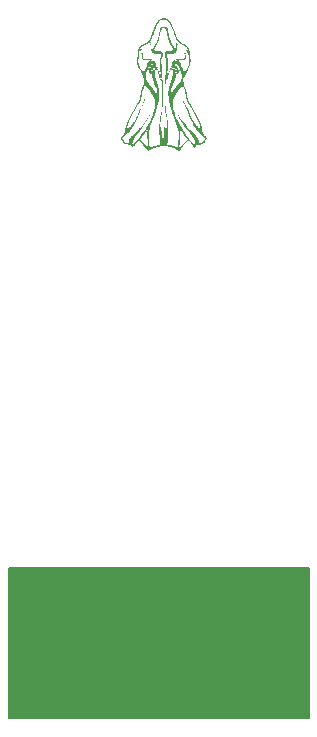
<source format=gbr>
%TF.GenerationSoftware,KiCad,Pcbnew,7.0.9*%
%TF.CreationDate,2024-12-03T14:46:30-06:00*%
%TF.ProjectId,GVH_TouchPad,4756485f-546f-4756-9368-5061642e6b69,v0.1*%
%TF.SameCoordinates,Original*%
%TF.FileFunction,Legend,Bot*%
%TF.FilePolarity,Positive*%
%FSLAX46Y46*%
G04 Gerber Fmt 4.6, Leading zero omitted, Abs format (unit mm)*
G04 Created by KiCad (PCBNEW 7.0.9) date 2024-12-03 14:46:30*
%MOMM*%
%LPD*%
G01*
G04 APERTURE LIST*
G04 Aperture macros list*
%AMRoundRect*
0 Rectangle with rounded corners*
0 $1 Rounding radius*
0 $2 $3 $4 $5 $6 $7 $8 $9 X,Y pos of 4 corners*
0 Add a 4 corners polygon primitive as box body*
4,1,4,$2,$3,$4,$5,$6,$7,$8,$9,$2,$3,0*
0 Add four circle primitives for the rounded corners*
1,1,$1+$1,$2,$3*
1,1,$1+$1,$4,$5*
1,1,$1+$1,$6,$7*
1,1,$1+$1,$8,$9*
0 Add four rect primitives between the rounded corners*
20,1,$1+$1,$2,$3,$4,$5,0*
20,1,$1+$1,$4,$5,$6,$7,0*
20,1,$1+$1,$6,$7,$8,$9,0*
20,1,$1+$1,$8,$9,$2,$3,0*%
G04 Aperture macros list end*
%ADD10C,0.200000*%
%ADD11RoundRect,0.635000X-0.718420X-1.616446X1.616446X0.718420X0.718420X1.616446X-1.616446X-0.718420X0*%
%ADD12RoundRect,0.635000X-1.616446X0.718420X0.718420X-1.616446X1.616446X-0.718420X-0.718420X1.616446X0*%
%ADD13RoundRect,0.635000X0.635000X-1.651000X0.635000X1.651000X-0.635000X1.651000X-0.635000X-1.651000X0*%
%ADD14RoundRect,0.635000X-1.651000X-0.635000X1.651000X-0.635000X1.651000X0.635000X-1.651000X0.635000X0*%
G04 APERTURE END LIST*
D10*
X123698000Y-102743000D02*
X149098000Y-102743000D01*
X149098000Y-115443000D01*
X123698000Y-115443000D01*
X123698000Y-102743000D01*
G36*
X123698000Y-102743000D02*
G01*
X149098000Y-102743000D01*
X149098000Y-115443000D01*
X123698000Y-115443000D01*
X123698000Y-102743000D01*
G37*
%TO.C,REF\u002A\u002A*%
G36*
X139098491Y-59775058D02*
G01*
X139097141Y-59810645D01*
X139094331Y-59846929D01*
X139090055Y-59883865D01*
X139084311Y-59921405D01*
X139077094Y-59959504D01*
X139068400Y-59998114D01*
X139058225Y-60037189D01*
X139046566Y-60076683D01*
X139034742Y-60113573D01*
X139021049Y-60152905D01*
X138987779Y-60239484D01*
X138946200Y-60337597D01*
X138895754Y-60448422D01*
X138835881Y-60573138D01*
X138766025Y-60712923D01*
X138685627Y-60868954D01*
X138594129Y-61042411D01*
X138557665Y-61110251D01*
X138480358Y-61254078D01*
X138480358Y-61367849D01*
X138481598Y-61451632D01*
X138483288Y-61490021D01*
X138485815Y-61526640D01*
X138489272Y-61561910D01*
X138493752Y-61596253D01*
X138499349Y-61630093D01*
X138506155Y-61663851D01*
X138514263Y-61697951D01*
X138523766Y-61732813D01*
X138534758Y-61768862D01*
X138547330Y-61806520D01*
X138561578Y-61846208D01*
X138577592Y-61888349D01*
X138615296Y-61981682D01*
X138652430Y-62074478D01*
X138683178Y-62157010D01*
X138696486Y-62195639D01*
X138708592Y-62233155D01*
X138719629Y-62270044D01*
X138729728Y-62306789D01*
X138739021Y-62343875D01*
X138747639Y-62381787D01*
X138763379Y-62462025D01*
X138778004Y-62551378D01*
X138792566Y-62653724D01*
X138804163Y-62739362D01*
X138815387Y-62812970D01*
X138826611Y-62876408D01*
X138838207Y-62931536D01*
X138850547Y-62980215D01*
X138864004Y-63024306D01*
X138878949Y-63065667D01*
X138895754Y-63106161D01*
X138902006Y-63119049D01*
X138912538Y-63139317D01*
X138944701Y-63198766D01*
X138988771Y-63278058D01*
X139041274Y-63370745D01*
X139310157Y-63849186D01*
X139555227Y-64295133D01*
X139749696Y-64659224D01*
X139819583Y-64795148D01*
X139866774Y-64892099D01*
X139892959Y-64947413D01*
X139917996Y-65002232D01*
X139930114Y-65030385D01*
X139941979Y-65059531D01*
X139953604Y-65090040D01*
X139965001Y-65122287D01*
X139976180Y-65156641D01*
X139987155Y-65193476D01*
X139997935Y-65233163D01*
X140008533Y-65276075D01*
X140018961Y-65322584D01*
X140029229Y-65373062D01*
X140039351Y-65427880D01*
X140049337Y-65487411D01*
X140061486Y-65553004D01*
X140077573Y-65623217D01*
X140096822Y-65695724D01*
X140118459Y-65768200D01*
X140141708Y-65838320D01*
X140165795Y-65903758D01*
X140189943Y-65962188D01*
X140201798Y-65988049D01*
X140213378Y-66011286D01*
X140220036Y-66020478D01*
X140231542Y-66032985D01*
X140265923Y-66066807D01*
X140310163Y-66110489D01*
X140333994Y-66135320D01*
X140357907Y-66161768D01*
X140381106Y-66189548D01*
X140402798Y-66218379D01*
X140412830Y-66233100D01*
X140422188Y-66247977D01*
X140430771Y-66262976D01*
X140438481Y-66278060D01*
X140445218Y-66293195D01*
X140450882Y-66308345D01*
X140455376Y-66323474D01*
X140458598Y-66338548D01*
X140460008Y-66349952D01*
X140460451Y-66353530D01*
X140460834Y-66368387D01*
X140459648Y-66383081D01*
X140456795Y-66397578D01*
X140446328Y-66404940D01*
X140436250Y-66412627D01*
X140426547Y-66420627D01*
X140417205Y-66428925D01*
X140408210Y-66437505D01*
X140399548Y-66446354D01*
X140383166Y-66464799D01*
X140367947Y-66484142D01*
X140353778Y-66504269D01*
X140340547Y-66525062D01*
X140328141Y-66546406D01*
X140316449Y-66568183D01*
X140305357Y-66590279D01*
X140284526Y-66634958D01*
X140245128Y-66723014D01*
X140230803Y-66736859D01*
X140215177Y-66750115D01*
X140198342Y-66762784D01*
X140180393Y-66774867D01*
X140141524Y-66797278D01*
X140099318Y-66817355D01*
X140054523Y-66835107D01*
X140007887Y-66850542D01*
X139960158Y-66863667D01*
X139912084Y-66874489D01*
X139864413Y-66883017D01*
X139817893Y-66889258D01*
X139773273Y-66893220D01*
X139731299Y-66894911D01*
X139692721Y-66894339D01*
X139658286Y-66891511D01*
X139628742Y-66886435D01*
X139604837Y-66879120D01*
X139598286Y-66885458D01*
X139592022Y-66892059D01*
X139580327Y-66905991D01*
X139569694Y-66920791D01*
X139560064Y-66936335D01*
X139551381Y-66952500D01*
X139543585Y-66969160D01*
X139536618Y-66986193D01*
X139530423Y-67003473D01*
X139524940Y-67020878D01*
X139520113Y-67038283D01*
X139515883Y-67055563D01*
X139512191Y-67072596D01*
X139506192Y-67105420D01*
X139501649Y-67135765D01*
X139338021Y-66957337D01*
X139168936Y-66769979D01*
X139018702Y-66601473D01*
X138911628Y-66479599D01*
X138487634Y-66991898D01*
X138259761Y-67264295D01*
X138180490Y-67357132D01*
X138139045Y-67402995D01*
X138064321Y-67357380D01*
X138014099Y-67329040D01*
X137955986Y-67298030D01*
X137890494Y-67265113D01*
X137818134Y-67231052D01*
X137739418Y-67196611D01*
X137654858Y-67162555D01*
X137564964Y-67129645D01*
X137470249Y-67098646D01*
X137371224Y-67070322D01*
X137268401Y-67045435D01*
X137162291Y-67024750D01*
X137108163Y-67016221D01*
X137053406Y-67009029D01*
X136998083Y-67003269D01*
X136942258Y-66999037D01*
X136885995Y-66996427D01*
X136829358Y-66995536D01*
X136715934Y-66999209D01*
X136603351Y-67009665D01*
X136492326Y-67026058D01*
X136383576Y-67047544D01*
X136277819Y-67073277D01*
X136175770Y-67102414D01*
X136078147Y-67134108D01*
X135985668Y-67167516D01*
X135899048Y-67201791D01*
X135819006Y-67236090D01*
X135681521Y-67301378D01*
X135578948Y-67356620D01*
X135517024Y-67395057D01*
X135464371Y-67343562D01*
X135409082Y-67286082D01*
X135293451Y-67157760D01*
X135175836Y-67019267D01*
X135061941Y-66879782D01*
X134757670Y-66495475D01*
X134683772Y-66580575D01*
X134597101Y-66675226D01*
X134503732Y-66773597D01*
X134409743Y-66869860D01*
X134321211Y-66958185D01*
X134244213Y-67032744D01*
X134184827Y-67087707D01*
X134163637Y-67106019D01*
X134149128Y-67117245D01*
X134140976Y-67102565D01*
X134133274Y-67085630D01*
X134125851Y-67066911D01*
X134118536Y-67046883D01*
X134103549Y-67004787D01*
X134095537Y-66983666D01*
X134086951Y-66963126D01*
X134077621Y-66943640D01*
X134067376Y-66925681D01*
X134061857Y-66917422D01*
X134056046Y-66909722D01*
X134049921Y-66902641D01*
X134043460Y-66896236D01*
X134036643Y-66890568D01*
X134029448Y-66885695D01*
X134021854Y-66881677D01*
X134013839Y-66878573D01*
X134005383Y-66876442D01*
X133996463Y-66875342D01*
X133987059Y-66875334D01*
X133977149Y-66876475D01*
X133956660Y-66877978D01*
X133930439Y-66877581D01*
X133899264Y-66875371D01*
X133863916Y-66871431D01*
X133825172Y-66865849D01*
X133783812Y-66858709D01*
X133740615Y-66850095D01*
X133696360Y-66840095D01*
X133651826Y-66828792D01*
X133607792Y-66816272D01*
X133565037Y-66802620D01*
X133524340Y-66787922D01*
X133486480Y-66772262D01*
X133452236Y-66755727D01*
X133422387Y-66738401D01*
X133409354Y-66729469D01*
X133397712Y-66720370D01*
X133378157Y-66675639D01*
X133356272Y-66629120D01*
X133343049Y-66602562D01*
X133328589Y-66574849D01*
X133313107Y-66546765D01*
X133296814Y-66519091D01*
X133279924Y-66492610D01*
X133262650Y-66468107D01*
X133245206Y-66446363D01*
X133236487Y-66436770D01*
X133227805Y-66428161D01*
X133219187Y-66420633D01*
X133210659Y-66414285D01*
X133202249Y-66409213D01*
X133193982Y-66405516D01*
X133192282Y-66393816D01*
X133191603Y-66382052D01*
X133191883Y-66370252D01*
X133193058Y-66358444D01*
X133194953Y-66347307D01*
X133302460Y-66347307D01*
X133311753Y-66354850D01*
X133321736Y-66364490D01*
X133332355Y-66376090D01*
X133343555Y-66389516D01*
X133355281Y-66404632D01*
X133367481Y-66421302D01*
X133380099Y-66439391D01*
X133393082Y-66458763D01*
X133406374Y-66479281D01*
X133419923Y-66500812D01*
X133447569Y-66546364D01*
X133475588Y-66594335D01*
X133503545Y-66643640D01*
X133553816Y-66675390D01*
X133657003Y-66717724D01*
X133677768Y-66725727D01*
X133697486Y-66732881D01*
X133716290Y-66739205D01*
X133734311Y-66744720D01*
X133751681Y-66749443D01*
X133768531Y-66753396D01*
X133784994Y-66756597D01*
X133801201Y-66759065D01*
X133817284Y-66760820D01*
X133833375Y-66761881D01*
X133849605Y-66762268D01*
X133866107Y-66762000D01*
X133883011Y-66761096D01*
X133900451Y-66759576D01*
X133918557Y-66757459D01*
X133937462Y-66754765D01*
X133939332Y-66754760D01*
X133941017Y-66754724D01*
X133941809Y-66754684D01*
X133942577Y-66754625D01*
X133943331Y-66754543D01*
X133944076Y-66754434D01*
X133944821Y-66754294D01*
X133945575Y-66754119D01*
X133946343Y-66753905D01*
X133947135Y-66753649D01*
X133947958Y-66753346D01*
X133948820Y-66752992D01*
X133949728Y-66752585D01*
X133950691Y-66752119D01*
X133944540Y-66738230D01*
X133938068Y-66724783D01*
X133924620Y-66698877D01*
X133911257Y-66673723D01*
X133898890Y-66648642D01*
X133893365Y-66635918D01*
X133888430Y-66622957D01*
X133884200Y-66609676D01*
X133880788Y-66595989D01*
X133878308Y-66581812D01*
X133876874Y-66567060D01*
X133876600Y-66551648D01*
X133877600Y-66535492D01*
X133879987Y-66518506D01*
X133883875Y-66500606D01*
X133889379Y-66481707D01*
X133896611Y-66461724D01*
X133905687Y-66440572D01*
X133916719Y-66418168D01*
X133929822Y-66394425D01*
X133945110Y-66369259D01*
X133962695Y-66342586D01*
X133982693Y-66314320D01*
X134005217Y-66284377D01*
X134030381Y-66252672D01*
X134058298Y-66219120D01*
X134089083Y-66183637D01*
X134122850Y-66146137D01*
X134159711Y-66106537D01*
X134210861Y-66054121D01*
X134278195Y-65987846D01*
X134456706Y-65811856D01*
X134565526Y-65701212D01*
X134685819Y-65574847D01*
X134749899Y-65505625D01*
X134816405Y-65432298D01*
X134885190Y-65354809D01*
X134956107Y-65273098D01*
X135037218Y-65178081D01*
X135116346Y-65083467D01*
X135194232Y-64986186D01*
X135232943Y-64935586D01*
X135271623Y-64883169D01*
X135310365Y-64828550D01*
X135349262Y-64771346D01*
X135388407Y-64711174D01*
X135427893Y-64647648D01*
X135467813Y-64580387D01*
X135508260Y-64509006D01*
X135549327Y-64433121D01*
X135591108Y-64352349D01*
X135592400Y-64349992D01*
X135593790Y-64347877D01*
X135595266Y-64346002D01*
X135596818Y-64344360D01*
X135598433Y-64342946D01*
X135600101Y-64341757D01*
X135601811Y-64340786D01*
X135603551Y-64340029D01*
X135605311Y-64339482D01*
X135607079Y-64339139D01*
X135608844Y-64338996D01*
X135610595Y-64339048D01*
X135612320Y-64339289D01*
X135614010Y-64339715D01*
X135615652Y-64340322D01*
X135617235Y-64341104D01*
X135618748Y-64342057D01*
X135620181Y-64343175D01*
X135621522Y-64344454D01*
X135622759Y-64345890D01*
X135623882Y-64347476D01*
X135624880Y-64349209D01*
X135625741Y-64351083D01*
X135626454Y-64353093D01*
X135627008Y-64355236D01*
X135627392Y-64357505D01*
X135627595Y-64359897D01*
X135627606Y-64362405D01*
X135627413Y-64365026D01*
X135627006Y-64367755D01*
X135626373Y-64370586D01*
X135625503Y-64373516D01*
X135572043Y-64493515D01*
X135507143Y-64621123D01*
X135432631Y-64754521D01*
X135350336Y-64891892D01*
X135262088Y-65031418D01*
X135169717Y-65171281D01*
X134979920Y-65444747D01*
X134795579Y-65697750D01*
X134631331Y-65915747D01*
X134421649Y-66188557D01*
X134377538Y-66248631D01*
X134355467Y-66280615D01*
X134333675Y-66313945D01*
X134312379Y-66348654D01*
X134291796Y-66384778D01*
X134272144Y-66422351D01*
X134253638Y-66461409D01*
X134236497Y-66501986D01*
X134220938Y-66544117D01*
X134207176Y-66587837D01*
X134195430Y-66633181D01*
X134185916Y-66680184D01*
X134178852Y-66728880D01*
X134176307Y-66753874D01*
X134174455Y-66779305D01*
X134173324Y-66805177D01*
X134172941Y-66831494D01*
X134176785Y-66840542D01*
X134180382Y-66849808D01*
X134183731Y-66859260D01*
X134186831Y-66868867D01*
X134189684Y-66878597D01*
X134192288Y-66888421D01*
X134194644Y-66898306D01*
X134196753Y-66908223D01*
X134230156Y-66870851D01*
X134265545Y-66831494D01*
X134413050Y-66668527D01*
X134549145Y-66513498D01*
X134671926Y-66368474D01*
X134823816Y-66368474D01*
X135519671Y-67201912D01*
X135519671Y-67186036D01*
X135510245Y-67063253D01*
X135497842Y-66918145D01*
X135482463Y-66752202D01*
X135464108Y-66566911D01*
X135447571Y-66401216D01*
X135435003Y-66281161D01*
X135433029Y-66259261D01*
X135431117Y-66231965D01*
X135429329Y-66200329D01*
X135427727Y-66165406D01*
X135426373Y-66128251D01*
X135425329Y-66089917D01*
X135424658Y-66051459D01*
X135424437Y-66016578D01*
X135535544Y-66016578D01*
X135536413Y-66089048D01*
X135538521Y-66161767D01*
X135541126Y-66226053D01*
X135543482Y-66273224D01*
X135556050Y-66393278D01*
X135572587Y-66558973D01*
X135607313Y-66909215D01*
X135619839Y-67054942D01*
X135628149Y-67178097D01*
X135639877Y-67168264D01*
X135652272Y-67158590D01*
X135665379Y-67149047D01*
X135679247Y-67139609D01*
X135693920Y-67130248D01*
X135709446Y-67120938D01*
X135725872Y-67111651D01*
X135743243Y-67102361D01*
X135761606Y-67093039D01*
X135781008Y-67083659D01*
X135801495Y-67074194D01*
X135823114Y-67064616D01*
X135845911Y-67054899D01*
X135869933Y-67045015D01*
X135921837Y-67024640D01*
X135990080Y-67000341D01*
X136065952Y-66975609D01*
X136146660Y-66951249D01*
X136229414Y-66928067D01*
X136311425Y-66906870D01*
X136389901Y-66888462D01*
X136462051Y-66873652D01*
X136525086Y-66863244D01*
X136498472Y-66621581D01*
X136477869Y-66395149D01*
X136462840Y-66183181D01*
X136452946Y-65984910D01*
X136447749Y-65799569D01*
X136446812Y-65626389D01*
X136455964Y-65313447D01*
X136476898Y-65039944D01*
X136506110Y-64799742D01*
X136540098Y-64586700D01*
X136575357Y-64394681D01*
X136600492Y-64260736D01*
X136613308Y-64190414D01*
X136625628Y-64116868D01*
X136640988Y-64006644D01*
X136654380Y-63879870D01*
X136675568Y-63585635D01*
X136689810Y-63252084D01*
X136697726Y-62897139D01*
X136699938Y-62538722D01*
X136697065Y-62194753D01*
X136689727Y-61883155D01*
X136678544Y-61621848D01*
X136670983Y-61595627D01*
X136663202Y-61571453D01*
X136655226Y-61549201D01*
X136647084Y-61528748D01*
X136638802Y-61509968D01*
X136630408Y-61492740D01*
X136621928Y-61476937D01*
X136613391Y-61462437D01*
X136604822Y-61449114D01*
X136596250Y-61436846D01*
X136587700Y-61425509D01*
X136579201Y-61414977D01*
X136562463Y-61395836D01*
X136546252Y-61378431D01*
X136531654Y-61362566D01*
X136524608Y-61354514D01*
X136517768Y-61346268D01*
X136511161Y-61337742D01*
X136504813Y-61328853D01*
X136498752Y-61319513D01*
X136493005Y-61309639D01*
X136487599Y-61299145D01*
X136482561Y-61287945D01*
X136480189Y-61282054D01*
X136477919Y-61275955D01*
X136475754Y-61269637D01*
X136473699Y-61263089D01*
X136471756Y-61256301D01*
X136469928Y-61249262D01*
X136468220Y-61241961D01*
X136466635Y-61234388D01*
X136465175Y-61226532D01*
X136463845Y-61218383D01*
X136462647Y-61209929D01*
X136461586Y-61201160D01*
X136453178Y-61129908D01*
X136441949Y-61059277D01*
X136428053Y-60989638D01*
X136411645Y-60921363D01*
X136392882Y-60854824D01*
X136371916Y-60790394D01*
X136348905Y-60728444D01*
X136324002Y-60669347D01*
X136316529Y-60651865D01*
X136309863Y-60635158D01*
X136298205Y-60604194D01*
X136292841Y-60589998D01*
X136287539Y-60576702D01*
X136282113Y-60564336D01*
X136279295Y-60558511D01*
X136276377Y-60552931D01*
X136272562Y-60544539D01*
X136269049Y-60536276D01*
X136262900Y-60520395D01*
X136257867Y-60505818D01*
X136253888Y-60493069D01*
X136248844Y-60475168D01*
X136247655Y-60471070D01*
X136247367Y-60470465D01*
X136247273Y-60470910D01*
X136246188Y-60475777D01*
X136244921Y-60480454D01*
X136243476Y-60484938D01*
X136241857Y-60489224D01*
X136240067Y-60493308D01*
X136238110Y-60497187D01*
X136235991Y-60500857D01*
X136233713Y-60504313D01*
X136231279Y-60507553D01*
X136228695Y-60510571D01*
X136225963Y-60513365D01*
X136223088Y-60515930D01*
X136220074Y-60518263D01*
X136216923Y-60520359D01*
X136213641Y-60522215D01*
X136210232Y-60523826D01*
X136209239Y-60524292D01*
X136208242Y-60524700D01*
X136207237Y-60525053D01*
X136206221Y-60525356D01*
X136205189Y-60525613D01*
X136204138Y-60525827D01*
X136203064Y-60526002D01*
X136201963Y-60526142D01*
X136200831Y-60526251D01*
X136199663Y-60526333D01*
X136197209Y-60526432D01*
X136194568Y-60526468D01*
X136191710Y-60526473D01*
X136190191Y-60526441D01*
X136188610Y-60526344D01*
X136186966Y-60526176D01*
X136185261Y-60525935D01*
X136183494Y-60525617D01*
X136181664Y-60525217D01*
X136179773Y-60524732D01*
X136177820Y-60524157D01*
X136175804Y-60523490D01*
X136173727Y-60522726D01*
X136171587Y-60521861D01*
X136169386Y-60520891D01*
X136167122Y-60519813D01*
X136164797Y-60518623D01*
X136162409Y-60517316D01*
X136159960Y-60515889D01*
X136158501Y-60514867D01*
X136157097Y-60513786D01*
X136155739Y-60512651D01*
X136154420Y-60511466D01*
X136153132Y-60510234D01*
X136151868Y-60508959D01*
X136150618Y-60507646D01*
X136149377Y-60506298D01*
X136144333Y-60500634D01*
X136141656Y-60497694D01*
X136140252Y-60496210D01*
X136138794Y-60494722D01*
X136133276Y-60502009D01*
X136127642Y-60508990D01*
X136121899Y-60515669D01*
X136116056Y-60522049D01*
X136110119Y-60528134D01*
X136104098Y-60533929D01*
X136097999Y-60539437D01*
X136091830Y-60544663D01*
X136085599Y-60549609D01*
X136079314Y-60554280D01*
X136072982Y-60558679D01*
X136066612Y-60562812D01*
X136060210Y-60566680D01*
X136053785Y-60570289D01*
X136047345Y-60573642D01*
X136040897Y-60576744D01*
X136047264Y-60763151D01*
X136050076Y-60810673D01*
X136054199Y-60860215D01*
X136060042Y-60912601D01*
X136068017Y-60968658D01*
X136078535Y-61029210D01*
X136092005Y-61095084D01*
X136108840Y-61167105D01*
X136129450Y-61246098D01*
X136154246Y-61332890D01*
X136183638Y-61428304D01*
X136218038Y-61533168D01*
X136257856Y-61648307D01*
X136297545Y-61764849D01*
X136331536Y-61872841D01*
X136360210Y-61972973D01*
X136383946Y-62065934D01*
X136403125Y-62152416D01*
X136418125Y-62233108D01*
X136429327Y-62308699D01*
X136437111Y-62379879D01*
X136437414Y-62384179D01*
X136441856Y-62447339D01*
X136443943Y-62511767D01*
X136443750Y-62573855D01*
X136441659Y-62634292D01*
X136433297Y-62752972D01*
X136421898Y-62873327D01*
X136405206Y-63006781D01*
X136380639Y-63155149D01*
X136350739Y-63309533D01*
X136345905Y-63331938D01*
X136318049Y-63461033D01*
X136285110Y-63600750D01*
X136254466Y-63719787D01*
X136228659Y-63809244D01*
X136210232Y-63860222D01*
X136207586Y-63860222D01*
X136133503Y-64108931D01*
X136104440Y-64195871D01*
X136053797Y-64340110D01*
X135988767Y-64521557D01*
X135916543Y-64720118D01*
X135765923Y-65140808D01*
X135688009Y-65358426D01*
X135621492Y-65549835D01*
X135580523Y-65675264D01*
X135572585Y-65696431D01*
X135560359Y-65745627D01*
X135551171Y-65784405D01*
X135547581Y-65800973D01*
X135544587Y-65816238D01*
X135542137Y-65830635D01*
X135540174Y-65844599D01*
X135538646Y-65858561D01*
X135537498Y-65872959D01*
X135536675Y-65888224D01*
X135536123Y-65904791D01*
X135535617Y-65943569D01*
X135535544Y-65992765D01*
X135535544Y-66016578D01*
X135424437Y-66016578D01*
X135424420Y-66013932D01*
X135424420Y-65990120D01*
X135424513Y-65936200D01*
X135425164Y-65893133D01*
X135425873Y-65874565D01*
X135426931Y-65857384D01*
X135428408Y-65841148D01*
X135430373Y-65825417D01*
X135432896Y-65809747D01*
X135436047Y-65793698D01*
X135439896Y-65776827D01*
X135444512Y-65758692D01*
X135456325Y-65716865D01*
X135472045Y-65664682D01*
X135479982Y-65643516D01*
X135491170Y-65606831D01*
X135504993Y-65563852D01*
X135541167Y-65456654D01*
X135589743Y-65317211D01*
X135651961Y-65140808D01*
X135615074Y-65208504D01*
X135577630Y-65275084D01*
X135539317Y-65341167D01*
X135499826Y-65407375D01*
X135458846Y-65474327D01*
X135416069Y-65542644D01*
X135323878Y-65685849D01*
X135263432Y-65775844D01*
X135202955Y-65863575D01*
X135142168Y-65949508D01*
X135080792Y-66034108D01*
X135018548Y-66117839D01*
X134955156Y-66201167D01*
X134890339Y-66284557D01*
X134823816Y-66368474D01*
X134671926Y-66368474D01*
X134675566Y-66364174D01*
X134794050Y-66218322D01*
X134906333Y-66073711D01*
X135014150Y-65928107D01*
X135119240Y-65779279D01*
X135223337Y-65624994D01*
X135290102Y-65522633D01*
X135352155Y-65424737D01*
X135410488Y-65329570D01*
X135466092Y-65235395D01*
X135519959Y-65140476D01*
X135573083Y-65043076D01*
X135626454Y-64941460D01*
X135681066Y-64833890D01*
X135715425Y-64763848D01*
X135749072Y-64692752D01*
X135782036Y-64620787D01*
X135814350Y-64548140D01*
X135877147Y-64401545D01*
X135937712Y-64254453D01*
X135987951Y-64070573D01*
X136032052Y-63892677D01*
X136051122Y-63806293D01*
X136067843Y-63721788D01*
X136081944Y-63639291D01*
X136093154Y-63558930D01*
X136101202Y-63480832D01*
X136105815Y-63405125D01*
X136106723Y-63331938D01*
X136103655Y-63261397D01*
X136096339Y-63193632D01*
X136084504Y-63128770D01*
X136067878Y-63066938D01*
X136046191Y-63008265D01*
X136012185Y-62934387D01*
X135972211Y-62857029D01*
X135927059Y-62776803D01*
X135877519Y-62694321D01*
X135768441Y-62525039D01*
X135651301Y-62354083D01*
X135418137Y-62026744D01*
X135314763Y-61880158D01*
X135228629Y-61751494D01*
X135219306Y-61782676D01*
X135209116Y-61814912D01*
X135197933Y-61848512D01*
X135185634Y-61883786D01*
X135172095Y-61921045D01*
X135157191Y-61960598D01*
X135140799Y-62002756D01*
X135122796Y-62047828D01*
X135088513Y-62134459D01*
X135060370Y-62210547D01*
X135048272Y-62245917D01*
X135037312Y-62280186D01*
X135027361Y-62313866D01*
X135018285Y-62347469D01*
X135009953Y-62381506D01*
X135002234Y-62416488D01*
X134994996Y-62452928D01*
X134988106Y-62491336D01*
X134974846Y-62576106D01*
X134961400Y-62674891D01*
X134951922Y-62745952D01*
X134943127Y-62807307D01*
X134934703Y-62860415D01*
X134926342Y-62906732D01*
X134917733Y-62947717D01*
X134908565Y-62984826D01*
X134898530Y-63019516D01*
X134887317Y-63053245D01*
X134876707Y-63083998D01*
X134871277Y-63098573D01*
X134865447Y-63113231D01*
X134858981Y-63128431D01*
X134851644Y-63144634D01*
X134843198Y-63162303D01*
X134833407Y-63181898D01*
X134822035Y-63203881D01*
X134808845Y-63228712D01*
X134776067Y-63288765D01*
X134733181Y-63365748D01*
X134678296Y-63463349D01*
X134398871Y-63962916D01*
X134159382Y-64399974D01*
X133976943Y-64741783D01*
X133868670Y-64955599D01*
X133845618Y-65007120D01*
X133835144Y-65032234D01*
X133825138Y-65057711D01*
X133815428Y-65084150D01*
X133805837Y-65112147D01*
X133796193Y-65142299D01*
X133786319Y-65175203D01*
X133776043Y-65211455D01*
X133765189Y-65251653D01*
X133741050Y-65346273D01*
X133712510Y-65463837D01*
X133678171Y-65609120D01*
X133728080Y-65572212D01*
X133781151Y-65527554D01*
X133836765Y-65476011D01*
X133894302Y-65418454D01*
X133953141Y-65355750D01*
X134012662Y-65288767D01*
X134072245Y-65218373D01*
X134131269Y-65145437D01*
X134189116Y-65070827D01*
X134245164Y-64995410D01*
X134298794Y-64920056D01*
X134349385Y-64845631D01*
X134396318Y-64773005D01*
X134438971Y-64703046D01*
X134476726Y-64636621D01*
X134508962Y-64574599D01*
X134615663Y-64354209D01*
X134755355Y-64061638D01*
X134907449Y-63737813D01*
X135051358Y-63423661D01*
X135073547Y-63362936D01*
X135094435Y-63303979D01*
X135132055Y-63192482D01*
X135163723Y-63091403D01*
X135177169Y-63045468D01*
X135188941Y-63002974D01*
X135189498Y-63001489D01*
X135190176Y-63000018D01*
X135190970Y-62998579D01*
X135191876Y-62997186D01*
X135192370Y-62996512D01*
X135192891Y-62995856D01*
X135193438Y-62995219D01*
X135194010Y-62994603D01*
X135194608Y-62994010D01*
X135195231Y-62993442D01*
X135195877Y-62992902D01*
X135196548Y-62992391D01*
X135197241Y-62991911D01*
X135197958Y-62991463D01*
X135198697Y-62991051D01*
X135199457Y-62990675D01*
X135200239Y-62990338D01*
X135201042Y-62990042D01*
X135201865Y-62989789D01*
X135202707Y-62989580D01*
X135203570Y-62989417D01*
X135204451Y-62989303D01*
X135205350Y-62989239D01*
X135206268Y-62989228D01*
X135207203Y-62989271D01*
X135208155Y-62989370D01*
X135209123Y-62989528D01*
X135210107Y-62989745D01*
X135210843Y-62990008D01*
X135211564Y-62990302D01*
X135212268Y-62990626D01*
X135212955Y-62990980D01*
X135213624Y-62991363D01*
X135214276Y-62991774D01*
X135214909Y-62992213D01*
X135215523Y-62992680D01*
X135216118Y-62993174D01*
X135216693Y-62993695D01*
X135217247Y-62994242D01*
X135217781Y-62994814D01*
X135218294Y-62995412D01*
X135218784Y-62996035D01*
X135219253Y-62996681D01*
X135219698Y-62997352D01*
X135220121Y-62998045D01*
X135220519Y-62998762D01*
X135220894Y-62999501D01*
X135221244Y-63000261D01*
X135221568Y-63001043D01*
X135221867Y-63001846D01*
X135222140Y-63002669D01*
X135222386Y-63003511D01*
X135222605Y-63004374D01*
X135222796Y-63005255D01*
X135222959Y-63006154D01*
X135223094Y-63007072D01*
X135223199Y-63008007D01*
X135223275Y-63008959D01*
X135223321Y-63009927D01*
X135223337Y-63010911D01*
X135219368Y-63025257D01*
X135215399Y-63040346D01*
X135207461Y-63071766D01*
X135213373Y-63056386D01*
X135219037Y-63041999D01*
X135224204Y-63028605D01*
X135226524Y-63022279D01*
X135228628Y-63016202D01*
X135214199Y-63062422D01*
X135198531Y-63110129D01*
X135181375Y-63159821D01*
X135162482Y-63211994D01*
X135130551Y-63306970D01*
X135094558Y-63408737D01*
X135054907Y-63516394D01*
X135012000Y-63629044D01*
X134918032Y-63865722D01*
X134815878Y-64111577D01*
X134814891Y-64113562D01*
X134813935Y-64115546D01*
X134813040Y-64117530D01*
X134812626Y-64118523D01*
X134812239Y-64119515D01*
X134811883Y-64120507D01*
X134811562Y-64121499D01*
X134811280Y-64122491D01*
X134811040Y-64123484D01*
X134810847Y-64124476D01*
X134810704Y-64125468D01*
X134810616Y-64126460D01*
X134810586Y-64127452D01*
X134807940Y-64132744D01*
X134739189Y-64293851D01*
X134672672Y-64445283D01*
X134609626Y-64583322D01*
X134579793Y-64646155D01*
X134551294Y-64704245D01*
X134550768Y-64705732D01*
X134550188Y-64707216D01*
X134549561Y-64708692D01*
X134548896Y-64710156D01*
X134547480Y-64713035D01*
X134546002Y-64715820D01*
X134543108Y-64720988D01*
X134541816Y-64723308D01*
X134540710Y-64725411D01*
X134462410Y-64884120D01*
X134386591Y-65032659D01*
X134349766Y-65102106D01*
X134313748Y-65167803D01*
X134278597Y-65229344D01*
X134244377Y-65286328D01*
X134220575Y-65325276D01*
X134196835Y-65362768D01*
X134173218Y-65398833D01*
X134149788Y-65433502D01*
X134126606Y-65466808D01*
X134103734Y-65498780D01*
X134081235Y-65529450D01*
X134059169Y-65558848D01*
X134027832Y-65601471D01*
X134012380Y-65621961D01*
X133996991Y-65641861D01*
X133981602Y-65661142D01*
X133966151Y-65679771D01*
X133950575Y-65697718D01*
X133934814Y-65714952D01*
X133885572Y-65768396D01*
X133840515Y-65816073D01*
X133798869Y-65858665D01*
X133759858Y-65896853D01*
X133722708Y-65931322D01*
X133686643Y-65962751D01*
X133650888Y-65991824D01*
X133614668Y-66019223D01*
X133596147Y-66035099D01*
X133455918Y-66159453D01*
X133450833Y-66165417D01*
X133445500Y-66171442D01*
X133434090Y-66183927D01*
X133421688Y-66197404D01*
X133415115Y-66204670D01*
X133408294Y-66212369D01*
X133323626Y-66302327D01*
X133317715Y-66314192D01*
X133312051Y-66325809D01*
X133309390Y-66331447D01*
X133306883Y-66336930D01*
X133304563Y-66342227D01*
X133302460Y-66347307D01*
X133194953Y-66347307D01*
X133195063Y-66346658D01*
X133197837Y-66334921D01*
X133201315Y-66323263D01*
X133205434Y-66311713D01*
X133210131Y-66300297D01*
X133215341Y-66289047D01*
X133227050Y-66267152D01*
X133240054Y-66246257D01*
X133253844Y-66226591D01*
X133267914Y-66208382D01*
X133281755Y-66191859D01*
X133294859Y-66177250D01*
X133306720Y-66164785D01*
X133331566Y-66140931D01*
X133355006Y-66116338D01*
X133374230Y-66095497D01*
X133382493Y-66086183D01*
X133389981Y-66077447D01*
X133396787Y-66069168D01*
X133403004Y-66061226D01*
X133408724Y-66053501D01*
X133414042Y-66045873D01*
X133419049Y-66038221D01*
X133423840Y-66030426D01*
X133428506Y-66022368D01*
X133433142Y-66013926D01*
X133442692Y-65995411D01*
X133451094Y-65978544D01*
X133459435Y-65960684D01*
X133467713Y-65941833D01*
X133475930Y-65921989D01*
X133492177Y-65879325D01*
X133508175Y-65832692D01*
X133523926Y-65782090D01*
X133539429Y-65727520D01*
X133554684Y-65668981D01*
X133569691Y-65606473D01*
X133637201Y-65327751D01*
X133662848Y-65227613D01*
X133685116Y-65146760D01*
X133705523Y-65080045D01*
X133725589Y-65022323D01*
X133746833Y-64968444D01*
X133770775Y-64913264D01*
X133814467Y-64823084D01*
X133878716Y-64697835D01*
X134060824Y-64356647D01*
X134300975Y-63918720D01*
X134583046Y-63413076D01*
X134678833Y-63243619D01*
X134710619Y-63185695D01*
X134734189Y-63140887D01*
X134751433Y-63105628D01*
X134764244Y-63076353D01*
X134774512Y-63049497D01*
X134784129Y-63021494D01*
X134789407Y-63005652D01*
X134794356Y-62989759D01*
X134799018Y-62973642D01*
X134803436Y-62957126D01*
X134811709Y-62922197D01*
X134819517Y-62883580D01*
X134827202Y-62839877D01*
X134835103Y-62789694D01*
X134843562Y-62731635D01*
X134852921Y-62664306D01*
X134867359Y-62562318D01*
X134881612Y-62473972D01*
X134896732Y-62395299D01*
X134904947Y-62358351D01*
X134913775Y-62322332D01*
X134923347Y-62286748D01*
X134933794Y-62251102D01*
X134957844Y-62177639D01*
X134986980Y-62097974D01*
X135022254Y-62008140D01*
X135062469Y-61906529D01*
X135094436Y-61819335D01*
X135107617Y-61779914D01*
X135119085Y-61742621D01*
X135128957Y-61706964D01*
X135137348Y-61672450D01*
X135144374Y-61638587D01*
X135150153Y-61604883D01*
X135154800Y-61570846D01*
X135158432Y-61535983D01*
X135161164Y-61499802D01*
X135163113Y-61461812D01*
X135165129Y-61378432D01*
X135165129Y-61262015D01*
X135097935Y-61137708D01*
X135291203Y-61137708D01*
X135291996Y-61166266D01*
X135293702Y-61195194D01*
X135296375Y-61224471D01*
X135300065Y-61254078D01*
X135301936Y-61262021D01*
X135303621Y-61269994D01*
X135306680Y-61286159D01*
X135309739Y-61302820D01*
X135311424Y-61311413D01*
X135313295Y-61320224D01*
X135386055Y-61448671D01*
X135426404Y-61516910D01*
X135470722Y-61587784D01*
X135494679Y-61624200D01*
X135520000Y-61661263D01*
X135546810Y-61698969D01*
X135575232Y-61737315D01*
X135605391Y-61776296D01*
X135637409Y-61815910D01*
X135671412Y-61856151D01*
X135707524Y-61897016D01*
X135743976Y-61938171D01*
X135779871Y-61980194D01*
X135815145Y-62022962D01*
X135849738Y-62066349D01*
X135883586Y-62110233D01*
X135916627Y-62154488D01*
X135948801Y-62198992D01*
X135980044Y-62243620D01*
X136005211Y-62278093D01*
X136029075Y-62312039D01*
X136051575Y-62345428D01*
X136072649Y-62378226D01*
X136092234Y-62410405D01*
X136110269Y-62441933D01*
X136126692Y-62472779D01*
X136141440Y-62502911D01*
X136154948Y-62529313D01*
X136167651Y-62554877D01*
X136179485Y-62579511D01*
X136190388Y-62603122D01*
X136200300Y-62625617D01*
X136209157Y-62646902D01*
X136216899Y-62666886D01*
X136223462Y-62685473D01*
X136240835Y-62611095D01*
X136257279Y-62537431D01*
X136264241Y-62500236D01*
X136269877Y-62462464D01*
X136273824Y-62423862D01*
X136275717Y-62384179D01*
X136275191Y-62343163D01*
X136271883Y-62300561D01*
X136269071Y-62278587D01*
X136265427Y-62256123D01*
X136260905Y-62233136D01*
X136255460Y-62209595D01*
X136249046Y-62185469D01*
X136241617Y-62160727D01*
X136233128Y-62135336D01*
X136223534Y-62109266D01*
X136212789Y-62082484D01*
X136200847Y-62054959D01*
X136187663Y-62026661D01*
X136173191Y-61997557D01*
X136122248Y-61895525D01*
X136075584Y-61796706D01*
X136033199Y-61700964D01*
X135995093Y-61608164D01*
X135961266Y-61518171D01*
X135931717Y-61430847D01*
X135906447Y-61346058D01*
X135885456Y-61263669D01*
X135868744Y-61183543D01*
X135856311Y-61105544D01*
X135848156Y-61029538D01*
X135844281Y-60955388D01*
X135844684Y-60882959D01*
X135849366Y-60812115D01*
X135858326Y-60742721D01*
X135871566Y-60674640D01*
X135867943Y-60677085D01*
X135865619Y-60678611D01*
X135862926Y-60680304D01*
X135859845Y-60682137D01*
X135856358Y-60684081D01*
X135856165Y-60684181D01*
X135852444Y-60686112D01*
X135848084Y-60688200D01*
X135843259Y-60690319D01*
X135837950Y-60692443D01*
X135832137Y-60694543D01*
X135825801Y-60696592D01*
X135822431Y-60697590D01*
X135818922Y-60698564D01*
X135815273Y-60699513D01*
X135811482Y-60700432D01*
X135807545Y-60701318D01*
X135803460Y-60702167D01*
X135799225Y-60702977D01*
X135794837Y-60703744D01*
X135794062Y-60706171D01*
X135793230Y-60708491D01*
X135792345Y-60710706D01*
X135791411Y-60712819D01*
X135790432Y-60714830D01*
X135789413Y-60716743D01*
X135788358Y-60718560D01*
X135787271Y-60720281D01*
X135786158Y-60721909D01*
X135785021Y-60723446D01*
X135782698Y-60726255D01*
X135780336Y-60728722D01*
X135777969Y-60730864D01*
X135775634Y-60732696D01*
X135773365Y-60734233D01*
X135771197Y-60735491D01*
X135769164Y-60736486D01*
X135767301Y-60737233D01*
X135765644Y-60737747D01*
X135764228Y-60738044D01*
X135763086Y-60738140D01*
X135762125Y-60738169D01*
X135761221Y-60738253D01*
X135760372Y-60738384D01*
X135759573Y-60738553D01*
X135758820Y-60738753D01*
X135758110Y-60738977D01*
X135757439Y-60739216D01*
X135756803Y-60739463D01*
X135755620Y-60739948D01*
X135754529Y-60740372D01*
X135754009Y-60740541D01*
X135753501Y-60740672D01*
X135753000Y-60740756D01*
X135752504Y-60740786D01*
X135749530Y-60740663D01*
X135746571Y-60740300D01*
X135743644Y-60739704D01*
X135740763Y-60738884D01*
X135737944Y-60737847D01*
X135735202Y-60736600D01*
X135732554Y-60735152D01*
X135730014Y-60733510D01*
X135727598Y-60731682D01*
X135725321Y-60729676D01*
X135723200Y-60727499D01*
X135721249Y-60725159D01*
X135719485Y-60722664D01*
X135717921Y-60720022D01*
X135717220Y-60718649D01*
X135716575Y-60717241D01*
X135715988Y-60715800D01*
X135715461Y-60714328D01*
X135712816Y-60709036D01*
X135707016Y-60708013D01*
X135701519Y-60706927D01*
X135696317Y-60705780D01*
X135691401Y-60704571D01*
X135686765Y-60703299D01*
X135682399Y-60701966D01*
X135678297Y-60700571D01*
X135674451Y-60699114D01*
X135670854Y-60697594D01*
X135667496Y-60696013D01*
X135664371Y-60694370D01*
X135661470Y-60692664D01*
X135658787Y-60690897D01*
X135656313Y-60689068D01*
X135654041Y-60687176D01*
X135651962Y-60685223D01*
X135651527Y-60686651D01*
X135651208Y-60687967D01*
X135651089Y-60688586D01*
X135650997Y-60689182D01*
X135650930Y-60689756D01*
X135650887Y-60690308D01*
X135650868Y-60690841D01*
X135650870Y-60691356D01*
X135650894Y-60691855D01*
X135650939Y-60692339D01*
X135651085Y-60693267D01*
X135651301Y-60694153D01*
X135651578Y-60695007D01*
X135651910Y-60695843D01*
X135652289Y-60696670D01*
X135652706Y-60697502D01*
X135654608Y-60701098D01*
X135655104Y-60701625D01*
X135655600Y-60702209D01*
X135656096Y-60702848D01*
X135656592Y-60703537D01*
X135657088Y-60704273D01*
X135657584Y-60705052D01*
X135658081Y-60705869D01*
X135658577Y-60706721D01*
X135659569Y-60708514D01*
X135660561Y-60710400D01*
X135662546Y-60714328D01*
X135663102Y-60715816D01*
X135663775Y-60717304D01*
X135664557Y-60718792D01*
X135665439Y-60720281D01*
X135666415Y-60721769D01*
X135667475Y-60723257D01*
X135668613Y-60724745D01*
X135669821Y-60726234D01*
X135671091Y-60727722D01*
X135672416Y-60729210D01*
X135675196Y-60732187D01*
X135678100Y-60735163D01*
X135681067Y-60738140D01*
X135691815Y-60750708D01*
X135697623Y-60757673D01*
X135700582Y-60761381D01*
X135703556Y-60765260D01*
X135706530Y-60769324D01*
X135709488Y-60773590D01*
X135712416Y-60778073D01*
X135715297Y-60782788D01*
X135718116Y-60787752D01*
X135720857Y-60792979D01*
X135723506Y-60798485D01*
X135726046Y-60804286D01*
X135727450Y-60807495D01*
X135728688Y-60810670D01*
X135729765Y-60813811D01*
X135730686Y-60816915D01*
X135731456Y-60819981D01*
X135732080Y-60823005D01*
X135732563Y-60825988D01*
X135732908Y-60828925D01*
X135733209Y-60834658D01*
X135733022Y-60840190D01*
X135732881Y-60841368D01*
X135732385Y-60845505D01*
X135731337Y-60850588D01*
X135729918Y-60855422D01*
X135728164Y-60859993D01*
X135726117Y-60864284D01*
X135723813Y-60868282D01*
X135721293Y-60871969D01*
X135718594Y-60875330D01*
X135715755Y-60878351D01*
X135712816Y-60881015D01*
X135710832Y-60882471D01*
X135708848Y-60883862D01*
X135706863Y-60885183D01*
X135704879Y-60886430D01*
X135702895Y-60887600D01*
X135700910Y-60888689D01*
X135698926Y-60889692D01*
X135696942Y-60890606D01*
X135694957Y-60891427D01*
X135692973Y-60892151D01*
X135690989Y-60892774D01*
X135689004Y-60893293D01*
X135687020Y-60893703D01*
X135685035Y-60894001D01*
X135683051Y-60894183D01*
X135681067Y-60894244D01*
X135679579Y-60894213D01*
X135678095Y-60894120D01*
X135676619Y-60893965D01*
X135675155Y-60893748D01*
X135673706Y-60893469D01*
X135672276Y-60893128D01*
X135670870Y-60892725D01*
X135669491Y-60892260D01*
X135668143Y-60891733D01*
X135666830Y-60891144D01*
X135665555Y-60890493D01*
X135664323Y-60889779D01*
X135663138Y-60889004D01*
X135662003Y-60888167D01*
X135660922Y-60887268D01*
X135659900Y-60886307D01*
X135657480Y-60884788D01*
X135655177Y-60883207D01*
X135652982Y-60881563D01*
X135650888Y-60879858D01*
X135648886Y-60878090D01*
X135646971Y-60876261D01*
X135645132Y-60874369D01*
X135643364Y-60872416D01*
X135641657Y-60870401D01*
X135640005Y-60868323D01*
X135638399Y-60866184D01*
X135636832Y-60863982D01*
X135635296Y-60861719D01*
X135633783Y-60859393D01*
X135630796Y-60854557D01*
X135622734Y-60844593D01*
X135618471Y-60839534D01*
X135613929Y-60834382D01*
X135609014Y-60829106D01*
X135606389Y-60826411D01*
X135603635Y-60823674D01*
X135600742Y-60820891D01*
X135597697Y-60818057D01*
X135594490Y-60815169D01*
X135591108Y-60812223D01*
X135588464Y-60810006D01*
X135585985Y-60807818D01*
X135583664Y-60805659D01*
X135581496Y-60803526D01*
X135579476Y-60801418D01*
X135577597Y-60799334D01*
X135575854Y-60797272D01*
X135574241Y-60795232D01*
X135572752Y-60793210D01*
X135571381Y-60791207D01*
X135568970Y-60787248D01*
X135566962Y-60783343D01*
X135565311Y-60779481D01*
X135563970Y-60775650D01*
X135562893Y-60771838D01*
X135562032Y-60768034D01*
X135561342Y-60764226D01*
X135560288Y-60756552D01*
X135559358Y-60748723D01*
X135559326Y-60746708D01*
X135559229Y-60744630D01*
X135559061Y-60742491D01*
X135558821Y-60740290D01*
X135558502Y-60738026D01*
X135558102Y-60735701D01*
X135557617Y-60733313D01*
X135557043Y-60730864D01*
X135556376Y-60728353D01*
X135555611Y-60725779D01*
X135554746Y-60723144D01*
X135553777Y-60720446D01*
X135552699Y-60717687D01*
X135551508Y-60714865D01*
X135550201Y-60711981D01*
X135548774Y-60709036D01*
X135542155Y-60693858D01*
X135539176Y-60686740D01*
X135536496Y-60679890D01*
X135534172Y-60673272D01*
X135532264Y-60666852D01*
X135530828Y-60660595D01*
X135530795Y-60660373D01*
X135561272Y-60660373D01*
X135561342Y-60662072D01*
X135561521Y-60663849D01*
X135561809Y-60665713D01*
X135562207Y-60667673D01*
X135562717Y-60669741D01*
X135563339Y-60671924D01*
X135564075Y-60674234D01*
X135564925Y-60676679D01*
X135565890Y-60679270D01*
X135568170Y-60684926D01*
X135570923Y-60691280D01*
X135574157Y-60698408D01*
X135577879Y-60706390D01*
X135579307Y-60709832D01*
X135580618Y-60713211D01*
X135581820Y-60716529D01*
X135582922Y-60719785D01*
X135584855Y-60726110D01*
X135586478Y-60732187D01*
X135587852Y-60738015D01*
X135589041Y-60743596D01*
X135591108Y-60754014D01*
X135592018Y-60760495D01*
X135592457Y-60763421D01*
X135592927Y-60766169D01*
X135593460Y-60768762D01*
X135594085Y-60771223D01*
X135594834Y-60773575D01*
X135595739Y-60775843D01*
X135596829Y-60778048D01*
X135597454Y-60779135D01*
X135598136Y-60780214D01*
X135598881Y-60781290D01*
X135599692Y-60782365D01*
X135600572Y-60783442D01*
X135601526Y-60784524D01*
X135603671Y-60786714D01*
X135606156Y-60788958D01*
X135609014Y-60791279D01*
X135612275Y-60793702D01*
X135616152Y-60797143D01*
X135619850Y-60800523D01*
X135626744Y-60807096D01*
X135633017Y-60813421D01*
X135638733Y-60819498D01*
X135643952Y-60825328D01*
X135648737Y-60830909D01*
X135653151Y-60836242D01*
X135657254Y-60841327D01*
X135662794Y-60848768D01*
X135665346Y-60852117D01*
X135667837Y-60855217D01*
X135669079Y-60856675D01*
X135670328Y-60858070D01*
X135671593Y-60859403D01*
X135672881Y-60860674D01*
X135674200Y-60861883D01*
X135675557Y-60863030D01*
X135676962Y-60864116D01*
X135678420Y-60865139D01*
X135679531Y-60865133D01*
X135680859Y-60865097D01*
X135681595Y-60865058D01*
X135682374Y-60864999D01*
X135683191Y-60864917D01*
X135684043Y-60864808D01*
X135684926Y-60864668D01*
X135685836Y-60864493D01*
X135686769Y-60864279D01*
X135687722Y-60864022D01*
X135688690Y-60863719D01*
X135689670Y-60863366D01*
X135690658Y-60862959D01*
X135691649Y-60862493D01*
X135693070Y-60861010D01*
X135694027Y-60859906D01*
X135695081Y-60858565D01*
X135696181Y-60856992D01*
X135696733Y-60856120D01*
X135697277Y-60855191D01*
X135697808Y-60854205D01*
X135698319Y-60853164D01*
X135698804Y-60852068D01*
X135699256Y-60850917D01*
X135699670Y-60849712D01*
X135700039Y-60848453D01*
X135700356Y-60847141D01*
X135700615Y-60845775D01*
X135700811Y-60844358D01*
X135700936Y-60842889D01*
X135700985Y-60841368D01*
X135700951Y-60839796D01*
X135700828Y-60838175D01*
X135700610Y-60836503D01*
X135700289Y-60834782D01*
X135699861Y-60833011D01*
X135699318Y-60831193D01*
X135698655Y-60829326D01*
X135697865Y-60827412D01*
X135696941Y-60825451D01*
X135694897Y-60821049D01*
X135692740Y-60816770D01*
X135690482Y-60812615D01*
X135688136Y-60808584D01*
X135685712Y-60804678D01*
X135683221Y-60800895D01*
X135680677Y-60797236D01*
X135678090Y-60793701D01*
X135675472Y-60790291D01*
X135672834Y-60787004D01*
X135667548Y-60780803D01*
X135662323Y-60775098D01*
X135657254Y-60769889D01*
X135655300Y-60767904D01*
X135653409Y-60765920D01*
X135651580Y-60763936D01*
X135649813Y-60761951D01*
X135648107Y-60759967D01*
X135646464Y-60757982D01*
X135644883Y-60755998D01*
X135643363Y-60754014D01*
X135641906Y-60752029D01*
X135640511Y-60750045D01*
X135639177Y-60748061D01*
X135637906Y-60746076D01*
X135636697Y-60744092D01*
X135635550Y-60742107D01*
X135634465Y-60740123D01*
X135633442Y-60738138D01*
X135632946Y-60737176D01*
X135632455Y-60736273D01*
X135631499Y-60734624D01*
X135629804Y-60731855D01*
X135629448Y-60731249D01*
X135629127Y-60730671D01*
X135628844Y-60730117D01*
X135628605Y-60729581D01*
X135628412Y-60729061D01*
X135628269Y-60728553D01*
X135628180Y-60728052D01*
X135628150Y-60727555D01*
X135625766Y-60724139D01*
X135623587Y-60720807D01*
X135621632Y-60717522D01*
X135619923Y-60714245D01*
X135619165Y-60712597D01*
X135618476Y-60710936D01*
X135617858Y-60709258D01*
X135617313Y-60707558D01*
X135616843Y-60705831D01*
X135616452Y-60704071D01*
X135616141Y-60702275D01*
X135615912Y-60700437D01*
X135615769Y-60698553D01*
X135615714Y-60696617D01*
X135615749Y-60694625D01*
X135615876Y-60692572D01*
X135616098Y-60690453D01*
X135616418Y-60688264D01*
X135616838Y-60685998D01*
X135617359Y-60683653D01*
X135617986Y-60681222D01*
X135618719Y-60678701D01*
X135619562Y-60676085D01*
X135620517Y-60673369D01*
X135621586Y-60670549D01*
X135622772Y-60667619D01*
X135625503Y-60661411D01*
X135630465Y-60654797D01*
X135631381Y-60653807D01*
X135631878Y-60653317D01*
X135632403Y-60652833D01*
X135632956Y-60652356D01*
X135633540Y-60651890D01*
X135634156Y-60651435D01*
X135634806Y-60650993D01*
X135635490Y-60650567D01*
X135636210Y-60650158D01*
X135636969Y-60649769D01*
X135637767Y-60649401D01*
X135638605Y-60649057D01*
X135639485Y-60648737D01*
X135640409Y-60648445D01*
X135641379Y-60648182D01*
X135642355Y-60647964D01*
X135643302Y-60647806D01*
X135644220Y-60647703D01*
X135645110Y-60647654D01*
X135645972Y-60647656D01*
X135646809Y-60647705D01*
X135647620Y-60647798D01*
X135648407Y-60647934D01*
X135649170Y-60648108D01*
X135649912Y-60648317D01*
X135650632Y-60648560D01*
X135651332Y-60648833D01*
X135652674Y-60649457D01*
X135653946Y-60650166D01*
X135655157Y-60650938D01*
X135656313Y-60651748D01*
X135658494Y-60653391D01*
X135660551Y-60654910D01*
X135661552Y-60655565D01*
X135662546Y-60656119D01*
X135663072Y-60656616D01*
X135663657Y-60657117D01*
X135664295Y-60657625D01*
X135664985Y-60658145D01*
X135668168Y-60660419D01*
X135669961Y-60661726D01*
X135670894Y-60662436D01*
X135671847Y-60663188D01*
X135672815Y-60663987D01*
X135673795Y-60664837D01*
X135674783Y-60665740D01*
X135675774Y-60666702D01*
X135673909Y-60664831D01*
X135672260Y-60663147D01*
X135670798Y-60661586D01*
X135670127Y-60660833D01*
X135669491Y-60660088D01*
X135668885Y-60659342D01*
X135668307Y-60658589D01*
X135667752Y-60657820D01*
X135667217Y-60657029D01*
X135666697Y-60656206D01*
X135666189Y-60655344D01*
X135665688Y-60654436D01*
X135665191Y-60653473D01*
X135657275Y-60643443D01*
X135649482Y-60633257D01*
X135641937Y-60623010D01*
X135634764Y-60612793D01*
X135628088Y-60602701D01*
X135622031Y-60592826D01*
X135619274Y-60587998D01*
X135616719Y-60583260D01*
X135614380Y-60578623D01*
X135612275Y-60574098D01*
X135608290Y-60582904D01*
X135604213Y-60591461D01*
X135599950Y-60599771D01*
X135597719Y-60603833D01*
X135595408Y-60607833D01*
X135593003Y-60611770D01*
X135590493Y-60615646D01*
X135587867Y-60619460D01*
X135585114Y-60623212D01*
X135582221Y-60626901D01*
X135579176Y-60630529D01*
X135575969Y-60634094D01*
X135572587Y-60637598D01*
X135569798Y-60640929D01*
X135567389Y-60644027D01*
X135566329Y-60645513D01*
X135565367Y-60646970D01*
X135564504Y-60648407D01*
X135563740Y-60649835D01*
X135563078Y-60651263D01*
X135562517Y-60652701D01*
X135562059Y-60654157D01*
X135561704Y-60655644D01*
X135561454Y-60657168D01*
X135561310Y-60658741D01*
X135561272Y-60660373D01*
X135530795Y-60660373D01*
X135529923Y-60654465D01*
X135529687Y-60651438D01*
X135529607Y-60648429D01*
X135529688Y-60645435D01*
X135529938Y-60642450D01*
X135530365Y-60639472D01*
X135530975Y-60636495D01*
X135531776Y-60633516D01*
X135532775Y-60630529D01*
X135533980Y-60627530D01*
X135535397Y-60624516D01*
X135537034Y-60621481D01*
X135538899Y-60618421D01*
X135540998Y-60615332D01*
X135543339Y-60612210D01*
X135545928Y-60609050D01*
X135548774Y-60605848D01*
X135553118Y-60601261D01*
X135557229Y-60596438D01*
X135561123Y-60591390D01*
X135564815Y-60586129D01*
X135568321Y-60580666D01*
X135571657Y-60575013D01*
X135574838Y-60569182D01*
X135577879Y-60563184D01*
X135580796Y-60557032D01*
X135583604Y-60550735D01*
X135586320Y-60544308D01*
X135588958Y-60537759D01*
X135594064Y-60524349D01*
X135599045Y-60510598D01*
X135601691Y-60507953D01*
X135601691Y-60505306D01*
X135597779Y-60491085D01*
X135594209Y-60476367D01*
X135592658Y-60468900D01*
X135591320Y-60461402D01*
X135590238Y-60453904D01*
X135589455Y-60446436D01*
X135589100Y-60440510D01*
X135619270Y-60440510D01*
X135619271Y-60445947D01*
X135619598Y-60451577D01*
X135620212Y-60457352D01*
X135621073Y-60463219D01*
X135622144Y-60469128D01*
X135623386Y-60475031D01*
X135624759Y-60480875D01*
X135627746Y-60492187D01*
X135630795Y-60502662D01*
X135632655Y-60509369D01*
X135634268Y-60515642D01*
X135635632Y-60521544D01*
X135636748Y-60527135D01*
X135637616Y-60532479D01*
X135638236Y-60537636D01*
X135638608Y-60542669D01*
X135638732Y-60547641D01*
X135638831Y-60549754D01*
X135639156Y-60552147D01*
X135639743Y-60554849D01*
X135640634Y-60557893D01*
X135641865Y-60561309D01*
X135643476Y-60565128D01*
X135645505Y-60569381D01*
X135647992Y-60574099D01*
X135650975Y-60579313D01*
X135654493Y-60585054D01*
X135658585Y-60591354D01*
X135663289Y-60598242D01*
X135668644Y-60605751D01*
X135674688Y-60613911D01*
X135681462Y-60622753D01*
X135689003Y-60632308D01*
X135704878Y-60648182D01*
X135710816Y-60654265D01*
X135713755Y-60657409D01*
X135716660Y-60660626D01*
X135719519Y-60663921D01*
X135722319Y-60667298D01*
X135725049Y-60670759D01*
X135727699Y-60674310D01*
X135730255Y-60677954D01*
X135732706Y-60681695D01*
X135735041Y-60685536D01*
X135737248Y-60689482D01*
X135739316Y-60693537D01*
X135741232Y-60697704D01*
X135742986Y-60701988D01*
X135744565Y-60706392D01*
X135744573Y-60706632D01*
X135744596Y-60706857D01*
X135744633Y-60707068D01*
X135744684Y-60707265D01*
X135744749Y-60707448D01*
X135744827Y-60707618D01*
X135744917Y-60707776D01*
X135745020Y-60707921D01*
X135745134Y-60708055D01*
X135745260Y-60708178D01*
X135745396Y-60708290D01*
X135745542Y-60708391D01*
X135745698Y-60708484D01*
X135745863Y-60708567D01*
X135746037Y-60708641D01*
X135746219Y-60708707D01*
X135746409Y-60708765D01*
X135746606Y-60708816D01*
X135746810Y-60708860D01*
X135747020Y-60708898D01*
X135747236Y-60708930D01*
X135747457Y-60708957D01*
X135747914Y-60708996D01*
X135748386Y-60709020D01*
X135748870Y-60709032D01*
X135749857Y-60709037D01*
X135750601Y-60708743D01*
X135751340Y-60708354D01*
X135752072Y-60707870D01*
X135752792Y-60707291D01*
X135753497Y-60706614D01*
X135754182Y-60705840D01*
X135754845Y-60704967D01*
X135755480Y-60703994D01*
X135756084Y-60702920D01*
X135756653Y-60701745D01*
X135757183Y-60700466D01*
X135757671Y-60699085D01*
X135758112Y-60697598D01*
X135758503Y-60696006D01*
X135758839Y-60694307D01*
X135759118Y-60692501D01*
X135759334Y-60690586D01*
X135759485Y-60688562D01*
X135759565Y-60686427D01*
X135759573Y-60684181D01*
X135759502Y-60681823D01*
X135759350Y-60679351D01*
X135759113Y-60676764D01*
X135758787Y-60674063D01*
X135758368Y-60671245D01*
X135757852Y-60668310D01*
X135757235Y-60665257D01*
X135756514Y-60662084D01*
X135755684Y-60658792D01*
X135754741Y-60655378D01*
X135753683Y-60651842D01*
X135752504Y-60648183D01*
X135744380Y-60621715D01*
X135737621Y-60601137D01*
X135734636Y-60592728D01*
X135731854Y-60585396D01*
X135729226Y-60579011D01*
X135726707Y-60573439D01*
X135724249Y-60568549D01*
X135721808Y-60564209D01*
X135719335Y-60560288D01*
X135716785Y-60556654D01*
X135711266Y-60549719D01*
X135704879Y-60542350D01*
X135699587Y-60537059D01*
X135697904Y-60535322D01*
X135696327Y-60533586D01*
X135694853Y-60531850D01*
X135693479Y-60530113D01*
X135692201Y-60528377D01*
X135691018Y-60526641D01*
X135689925Y-60524904D01*
X135688921Y-60523168D01*
X135687165Y-60519695D01*
X135685727Y-60516223D01*
X135684584Y-60512750D01*
X135683712Y-60509277D01*
X135683088Y-60505805D01*
X135683031Y-60505307D01*
X135718108Y-60505307D01*
X135718138Y-60506270D01*
X135718227Y-60507178D01*
X135718370Y-60508040D01*
X135718563Y-60508863D01*
X135718803Y-60509655D01*
X135719085Y-60510423D01*
X135719406Y-60511177D01*
X135719762Y-60511922D01*
X135720149Y-60512668D01*
X135720563Y-60513421D01*
X135721457Y-60514981D01*
X135722413Y-60516666D01*
X135722904Y-60517574D01*
X135723400Y-60518537D01*
X135728692Y-60523828D01*
X135736939Y-60533068D01*
X135740621Y-60537385D01*
X135744071Y-60541687D01*
X135747334Y-60546114D01*
X135748911Y-60548417D01*
X135750458Y-60550803D01*
X135751982Y-60553290D01*
X135753489Y-60555896D01*
X135754984Y-60558637D01*
X135756473Y-60561531D01*
X135757962Y-60564596D01*
X135759457Y-60567849D01*
X135760964Y-60571307D01*
X135762488Y-60574988D01*
X135765612Y-60583088D01*
X135768875Y-60592289D01*
X135772325Y-60602730D01*
X135776007Y-60614551D01*
X135779968Y-60627892D01*
X135784254Y-60642891D01*
X135787893Y-60660750D01*
X135788570Y-60664595D01*
X135789092Y-60668191D01*
X135789428Y-60671540D01*
X135789516Y-60673122D01*
X135789547Y-60674641D01*
X135797737Y-60672971D01*
X135805463Y-60670951D01*
X135812755Y-60668606D01*
X135819643Y-60665959D01*
X135826159Y-60663033D01*
X135832335Y-60659851D01*
X135838200Y-60656437D01*
X135843786Y-60652813D01*
X135849124Y-60649003D01*
X135854245Y-60645030D01*
X135859180Y-60640918D01*
X135863961Y-60636690D01*
X135873180Y-60627977D01*
X135882151Y-60619078D01*
X135887117Y-60614128D01*
X135892114Y-60609239D01*
X135897173Y-60604474D01*
X135899736Y-60602158D01*
X135902325Y-60599896D01*
X135904946Y-60597696D01*
X135907601Y-60595565D01*
X135910296Y-60593512D01*
X135913032Y-60591545D01*
X135915816Y-60589670D01*
X135918650Y-60587896D01*
X135921538Y-60586231D01*
X135924484Y-60584682D01*
X135922505Y-60582698D01*
X135920557Y-60580714D01*
X135918670Y-60578729D01*
X135916877Y-60576745D01*
X135916025Y-60575753D01*
X135915208Y-60574761D01*
X135914430Y-60573768D01*
X135913694Y-60572776D01*
X135913005Y-60571784D01*
X135912366Y-60570792D01*
X135911781Y-60569799D01*
X135911255Y-60568807D01*
X135908464Y-60563229D01*
X135906046Y-60557423D01*
X135903999Y-60551407D01*
X135902325Y-60545201D01*
X135901023Y-60538825D01*
X135900093Y-60532298D01*
X135899535Y-60525639D01*
X135899349Y-60518867D01*
X135899535Y-60512003D01*
X135900093Y-60505064D01*
X135901023Y-60498072D01*
X135902325Y-60491045D01*
X135903999Y-60484002D01*
X135906046Y-60476963D01*
X135908464Y-60469947D01*
X135911255Y-60462974D01*
X135912278Y-60461519D01*
X135913363Y-60460137D01*
X135913929Y-60459477D01*
X135914511Y-60458841D01*
X135915107Y-60458228D01*
X135915720Y-60457641D01*
X135916348Y-60457081D01*
X135916991Y-60456550D01*
X135917650Y-60456049D01*
X135918324Y-60455579D01*
X135919014Y-60455142D01*
X135919720Y-60454740D01*
X135920441Y-60454374D01*
X135921177Y-60454044D01*
X135921929Y-60453754D01*
X135922696Y-60453504D01*
X135923479Y-60453295D01*
X135924277Y-60453130D01*
X135925091Y-60453009D01*
X135925921Y-60452934D01*
X135926766Y-60452907D01*
X135927626Y-60452928D01*
X135928502Y-60453000D01*
X135929393Y-60453124D01*
X135930300Y-60453301D01*
X135931223Y-60453533D01*
X135932161Y-60453821D01*
X135933114Y-60454166D01*
X135934083Y-60454571D01*
X135935067Y-60455037D01*
X135935804Y-60455308D01*
X135936523Y-60455624D01*
X135937223Y-60455983D01*
X135937904Y-60456385D01*
X135938564Y-60456828D01*
X135939201Y-60457310D01*
X135939813Y-60457829D01*
X135940400Y-60458385D01*
X135940960Y-60458976D01*
X135941491Y-60459600D01*
X135941992Y-60460256D01*
X135942462Y-60460943D01*
X135942899Y-60461659D01*
X135943301Y-60462402D01*
X135943667Y-60463172D01*
X135943997Y-60463966D01*
X135944287Y-60464784D01*
X135944537Y-60465623D01*
X135944746Y-60466483D01*
X135944911Y-60467361D01*
X135945032Y-60468257D01*
X135945107Y-60469169D01*
X135945134Y-60470096D01*
X135945113Y-60471035D01*
X135945041Y-60471986D01*
X135944917Y-60472948D01*
X135944740Y-60473918D01*
X135944508Y-60474895D01*
X135944220Y-60475879D01*
X135943874Y-60476866D01*
X135943470Y-60477857D01*
X135943004Y-60478849D01*
X135939864Y-60486134D01*
X135937356Y-60493101D01*
X135935429Y-60499743D01*
X135934033Y-60506051D01*
X135933118Y-60512018D01*
X135932633Y-60517637D01*
X135932528Y-60522899D01*
X135932752Y-60527797D01*
X135933255Y-60532322D01*
X135933987Y-60536468D01*
X135934897Y-60540226D01*
X135935935Y-60543589D01*
X135937051Y-60546549D01*
X135938193Y-60549098D01*
X135939313Y-60551228D01*
X135940358Y-60552932D01*
X135941411Y-60554884D01*
X135942575Y-60556767D01*
X135943841Y-60558571D01*
X135945195Y-60560291D01*
X135946628Y-60561917D01*
X135948126Y-60563443D01*
X135949678Y-60564860D01*
X135951273Y-60566161D01*
X135952898Y-60567338D01*
X135954544Y-60568383D01*
X135956197Y-60569289D01*
X135957846Y-60570047D01*
X135959479Y-60570650D01*
X135960287Y-60570892D01*
X135961086Y-60571091D01*
X135961875Y-60571248D01*
X135962653Y-60571361D01*
X135963419Y-60571430D01*
X135964171Y-60571453D01*
X135966816Y-60571453D01*
X135984848Y-60567210D01*
X136001305Y-60562440D01*
X136016290Y-60557175D01*
X136029903Y-60551444D01*
X136042244Y-60545279D01*
X136053415Y-60538711D01*
X136063517Y-60531771D01*
X136072649Y-60524489D01*
X136080914Y-60516898D01*
X136088411Y-60509028D01*
X136095241Y-60500909D01*
X136101505Y-60492574D01*
X136107305Y-60484053D01*
X136112740Y-60475376D01*
X136122920Y-60457682D01*
X136119044Y-60455606D01*
X136115355Y-60453352D01*
X136111851Y-60450927D01*
X136108533Y-60448339D01*
X136105402Y-60445596D01*
X136102456Y-60442706D01*
X136099697Y-60439677D01*
X136097123Y-60436516D01*
X136094736Y-60433230D01*
X136092534Y-60429829D01*
X136090519Y-60426318D01*
X136088690Y-60422708D01*
X136087046Y-60419004D01*
X136085589Y-60415215D01*
X136084318Y-60411348D01*
X136083233Y-60407412D01*
X136082018Y-60400906D01*
X136081331Y-60394312D01*
X136081242Y-60391206D01*
X136114590Y-60391206D01*
X136114639Y-60395417D01*
X136114983Y-60399474D01*
X136115013Y-60400436D01*
X136115102Y-60401340D01*
X136115245Y-60402189D01*
X136115438Y-60402988D01*
X136115678Y-60403741D01*
X136115960Y-60404450D01*
X136116281Y-60405122D01*
X136116637Y-60405758D01*
X136117024Y-60406363D01*
X136117438Y-60406941D01*
X136117875Y-60407496D01*
X136118332Y-60408032D01*
X136118804Y-60408552D01*
X136119288Y-60409060D01*
X136120275Y-60410057D01*
X136120865Y-60404664D01*
X136121644Y-60399407D01*
X136122618Y-60394297D01*
X136123789Y-60389345D01*
X136125162Y-60384565D01*
X136126740Y-60379966D01*
X136128527Y-60375561D01*
X136130528Y-60371362D01*
X136132745Y-60367380D01*
X136135184Y-60363626D01*
X136137847Y-60360113D01*
X136140739Y-60356851D01*
X136143863Y-60353853D01*
X136147224Y-60351131D01*
X136150825Y-60348695D01*
X136154670Y-60346557D01*
X136155422Y-60346084D01*
X136156188Y-60345658D01*
X136156966Y-60345278D01*
X136157755Y-60344945D01*
X136158554Y-60344658D01*
X136159362Y-60344418D01*
X136160176Y-60344224D01*
X136160995Y-60344077D01*
X136161819Y-60343976D01*
X136162645Y-60343922D01*
X136163471Y-60343914D01*
X136164298Y-60343953D01*
X136165122Y-60344038D01*
X136165943Y-60344170D01*
X136166759Y-60344348D01*
X136167569Y-60344573D01*
X136168371Y-60344844D01*
X136169164Y-60345162D01*
X136169946Y-60345526D01*
X136170716Y-60345937D01*
X136171472Y-60346394D01*
X136172214Y-60346898D01*
X136172939Y-60347449D01*
X136173646Y-60348046D01*
X136174334Y-60348689D01*
X136175000Y-60349379D01*
X136175645Y-60350115D01*
X136176266Y-60350898D01*
X136176861Y-60351728D01*
X136177430Y-60352603D01*
X136177971Y-60353526D01*
X136178483Y-60354495D01*
X136178917Y-60356012D01*
X136179227Y-60357580D01*
X136179413Y-60359186D01*
X136179475Y-60360820D01*
X136179413Y-60362469D01*
X136179227Y-60364122D01*
X136178917Y-60365767D01*
X136178483Y-60367393D01*
X136177924Y-60368988D01*
X136177242Y-60370540D01*
X136176436Y-60372038D01*
X136175506Y-60373470D01*
X136174994Y-60374158D01*
X136174452Y-60374825D01*
X136173878Y-60375469D01*
X136173273Y-60376090D01*
X136172638Y-60376686D01*
X136171971Y-60377255D01*
X136171274Y-60377796D01*
X136170545Y-60378307D01*
X136169568Y-60378834D01*
X136168623Y-60379422D01*
X136167708Y-60380070D01*
X136166824Y-60380777D01*
X136165971Y-60381542D01*
X136165150Y-60382365D01*
X136164359Y-60383244D01*
X136163600Y-60384178D01*
X136162871Y-60385166D01*
X136162173Y-60386207D01*
X136161507Y-60387301D01*
X136160871Y-60388446D01*
X136160266Y-60389642D01*
X136159693Y-60390887D01*
X136159150Y-60392180D01*
X136158638Y-60393521D01*
X136158158Y-60394908D01*
X136157708Y-60396341D01*
X136156902Y-60399340D01*
X136156220Y-60402509D01*
X136155662Y-60405841D01*
X136155228Y-60409328D01*
X136154918Y-60412962D01*
X136154732Y-60416735D01*
X136154670Y-60420641D01*
X136154821Y-60426558D01*
X136155259Y-60432382D01*
X136155960Y-60438082D01*
X136156902Y-60443627D01*
X136158061Y-60448985D01*
X136159413Y-60454127D01*
X136160520Y-60457682D01*
X136160937Y-60459021D01*
X136162607Y-60463636D01*
X136164401Y-60467940D01*
X136166297Y-60471904D01*
X136168269Y-60475495D01*
X136170296Y-60478684D01*
X136172354Y-60481438D01*
X136174420Y-60483727D01*
X136176470Y-60485520D01*
X136178482Y-60486786D01*
X136182864Y-60489102D01*
X136185272Y-60490321D01*
X136186503Y-60490892D01*
X136187742Y-60491417D01*
X136188981Y-60491879D01*
X136190213Y-60492264D01*
X136191428Y-60492556D01*
X136192028Y-60492662D01*
X136192621Y-60492740D01*
X136193206Y-60492786D01*
X136193782Y-60492799D01*
X136194349Y-60492777D01*
X136194905Y-60492719D01*
X136195449Y-60492622D01*
X136195981Y-60492484D01*
X136196499Y-60492303D01*
X136197003Y-60492078D01*
X136197739Y-60491807D01*
X136198460Y-60491490D01*
X136199166Y-60491127D01*
X136199855Y-60490719D01*
X136200530Y-60490267D01*
X136201189Y-60489770D01*
X136201832Y-60489230D01*
X136202460Y-60488647D01*
X136203072Y-60488021D01*
X136203669Y-60487353D01*
X136204251Y-60486643D01*
X136204816Y-60485893D01*
X136205367Y-60485101D01*
X136205902Y-60484269D01*
X136206421Y-60483398D01*
X136206925Y-60482487D01*
X136207413Y-60481538D01*
X136207886Y-60480550D01*
X136208343Y-60479524D01*
X136208785Y-60478462D01*
X136209212Y-60477362D01*
X136209622Y-60476226D01*
X136210398Y-60473847D01*
X136211111Y-60471328D01*
X136211762Y-60468674D01*
X136212351Y-60465888D01*
X136212878Y-60462974D01*
X136214665Y-60456036D01*
X136217002Y-60449140D01*
X136219819Y-60442330D01*
X136223048Y-60435648D01*
X136226617Y-60429136D01*
X136230458Y-60422837D01*
X136234501Y-60416794D01*
X136238675Y-60411050D01*
X136242911Y-60405646D01*
X136247139Y-60400626D01*
X136251290Y-60396033D01*
X136255294Y-60391908D01*
X136259081Y-60388296D01*
X136262581Y-60385237D01*
X136265724Y-60382775D01*
X136268441Y-60380953D01*
X136268673Y-60380666D01*
X136268875Y-60380305D01*
X136269045Y-60379871D01*
X136269185Y-60379366D01*
X136269293Y-60378794D01*
X136269371Y-60378157D01*
X136269433Y-60376695D01*
X136269371Y-60375000D01*
X136269185Y-60373093D01*
X136268875Y-60370992D01*
X136268441Y-60368716D01*
X136267883Y-60366285D01*
X136267201Y-60363719D01*
X136266395Y-60361036D01*
X136265464Y-60358257D01*
X136264410Y-60355400D01*
X136263232Y-60352485D01*
X136261930Y-60349531D01*
X136260504Y-60346557D01*
X136259737Y-60345100D01*
X136258924Y-60343703D01*
X136258066Y-60342365D01*
X136257166Y-60341085D01*
X136256222Y-60339861D01*
X136255237Y-60338691D01*
X136254211Y-60337575D01*
X136253145Y-60336511D01*
X136252041Y-60335497D01*
X136250898Y-60334533D01*
X136249719Y-60333615D01*
X136248504Y-60332744D01*
X136247255Y-60331917D01*
X136245971Y-60331134D01*
X136244654Y-60330392D01*
X136243306Y-60329690D01*
X136240516Y-60328401D01*
X136237611Y-60327256D01*
X136234597Y-60326242D01*
X136231482Y-60325349D01*
X136228274Y-60324564D01*
X136224981Y-60323876D01*
X136221610Y-60323273D01*
X136218170Y-60322744D01*
X136213179Y-60322684D01*
X136208134Y-60322507D01*
X136197913Y-60321835D01*
X136187567Y-60320791D01*
X136177160Y-60319437D01*
X136166752Y-60317836D01*
X136156406Y-60316048D01*
X136136149Y-60312162D01*
X136136630Y-60312673D01*
X136137080Y-60313213D01*
X136137498Y-60313781D01*
X136137886Y-60314373D01*
X136138242Y-60314989D01*
X136138568Y-60315627D01*
X136138862Y-60316283D01*
X136139126Y-60316957D01*
X136139358Y-60317647D01*
X136139560Y-60318350D01*
X136139731Y-60319065D01*
X136139870Y-60319789D01*
X136140056Y-60321259D01*
X136140118Y-60322745D01*
X136140056Y-60324231D01*
X136139870Y-60325701D01*
X136139731Y-60326425D01*
X136139560Y-60327140D01*
X136139358Y-60327843D01*
X136139126Y-60328533D01*
X136138862Y-60329207D01*
X136138568Y-60329863D01*
X136138242Y-60330500D01*
X136137886Y-60331116D01*
X136137498Y-60331709D01*
X136137080Y-60332276D01*
X136136630Y-60332817D01*
X136136149Y-60333328D01*
X136133702Y-60336454D01*
X136131333Y-60339860D01*
X136129057Y-60343513D01*
X136126889Y-60347384D01*
X136124845Y-60351441D01*
X136122941Y-60355652D01*
X136121191Y-60359988D01*
X136119613Y-60364417D01*
X136118220Y-60368907D01*
X136117029Y-60373429D01*
X136116055Y-60377951D01*
X136115313Y-60382441D01*
X136114820Y-60386870D01*
X136114590Y-60391206D01*
X136081242Y-60391206D01*
X136081140Y-60387663D01*
X136081413Y-60380995D01*
X136082121Y-60374342D01*
X136083232Y-60367740D01*
X136084715Y-60361223D01*
X136086540Y-60354826D01*
X136088674Y-60348584D01*
X136091087Y-60342532D01*
X136093748Y-60336705D01*
X136096627Y-60331137D01*
X136099691Y-60325864D01*
X136102911Y-60320921D01*
X136106254Y-60316342D01*
X136109691Y-60312162D01*
X136117628Y-60306870D01*
X136112265Y-60305352D01*
X136107091Y-60303780D01*
X136097330Y-60300503D01*
X136088374Y-60297103D01*
X136080256Y-60293641D01*
X136073005Y-60290178D01*
X136066654Y-60286778D01*
X136061234Y-60283502D01*
X136056774Y-60280412D01*
X136062066Y-60314808D01*
X136064712Y-60328037D01*
X136065053Y-60332557D01*
X136065084Y-60337163D01*
X136064805Y-60341815D01*
X136064216Y-60346475D01*
X136063317Y-60351104D01*
X136062108Y-60355663D01*
X136060588Y-60360114D01*
X136058759Y-60364417D01*
X136056620Y-60368534D01*
X136054170Y-60372427D01*
X136051411Y-60376056D01*
X136049914Y-60377760D01*
X136048341Y-60379383D01*
X136046690Y-60380921D01*
X136044961Y-60382368D01*
X136043155Y-60383721D01*
X136041271Y-60384974D01*
X136039310Y-60386122D01*
X136037272Y-60387161D01*
X136035155Y-60388086D01*
X136032962Y-60388891D01*
X136032706Y-60389132D01*
X136032435Y-60389357D01*
X136032150Y-60389568D01*
X136031851Y-60389765D01*
X136031538Y-60389948D01*
X136031212Y-60390118D01*
X136030873Y-60390275D01*
X136030523Y-60390421D01*
X136029787Y-60390677D01*
X136029009Y-60390891D01*
X136028192Y-60391066D01*
X136027340Y-60391206D01*
X136026457Y-60391316D01*
X136025546Y-60391398D01*
X136024613Y-60391456D01*
X136023660Y-60391496D01*
X136021712Y-60391532D01*
X136019732Y-60391537D01*
X136017161Y-60391441D01*
X136014415Y-60391139D01*
X136011506Y-60390613D01*
X136008447Y-60389842D01*
X136005247Y-60388808D01*
X136001920Y-60387491D01*
X135998476Y-60385871D01*
X135994928Y-60383930D01*
X135991287Y-60381648D01*
X135987564Y-60379006D01*
X135983772Y-60375983D01*
X135979921Y-60372562D01*
X135977978Y-60370695D01*
X135976024Y-60368721D01*
X135974062Y-60366638D01*
X135972092Y-60364443D01*
X135970116Y-60362134D01*
X135968137Y-60359708D01*
X135966154Y-60357163D01*
X135964170Y-60354496D01*
X135960325Y-60348542D01*
X135956729Y-60342589D01*
X135953380Y-60336636D01*
X135950279Y-60330683D01*
X135947427Y-60324730D01*
X135944822Y-60318777D01*
X135942466Y-60312824D01*
X135940358Y-60306871D01*
X135939861Y-60307833D01*
X135939360Y-60308741D01*
X135938852Y-60309603D01*
X135938332Y-60310426D01*
X135937796Y-60311218D01*
X135937242Y-60311986D01*
X135936663Y-60312739D01*
X135936058Y-60313485D01*
X135935422Y-60314230D01*
X135934751Y-60314983D01*
X135933288Y-60316544D01*
X135931640Y-60318229D01*
X135929774Y-60320099D01*
X135926210Y-60323449D01*
X135922472Y-60326559D01*
X135918571Y-60329436D01*
X135914519Y-60332088D01*
X135910328Y-60334524D01*
X135906008Y-60336750D01*
X135901572Y-60338774D01*
X135897032Y-60340605D01*
X135892398Y-60342249D01*
X135887684Y-60343716D01*
X135882899Y-60345012D01*
X135878056Y-60346145D01*
X135873167Y-60347123D01*
X135868243Y-60347953D01*
X135863295Y-60348644D01*
X135858336Y-60349204D01*
X135861432Y-60355545D01*
X135864744Y-60362723D01*
X135868243Y-60370831D01*
X135871896Y-60379962D01*
X135875674Y-60390209D01*
X135877600Y-60395780D01*
X135879545Y-60401666D01*
X135881505Y-60407876D01*
X135883477Y-60414424D01*
X135885457Y-60421321D01*
X135887441Y-60428579D01*
X135889055Y-60433687D01*
X135890431Y-60438599D01*
X135891580Y-60443316D01*
X135892511Y-60447844D01*
X135893234Y-60452185D01*
X135893760Y-60456344D01*
X135894100Y-60460325D01*
X135894262Y-60464132D01*
X135894258Y-60467768D01*
X135894098Y-60471238D01*
X135893791Y-60474544D01*
X135893348Y-60477692D01*
X135892094Y-60483526D01*
X135890418Y-60488771D01*
X135888400Y-60493459D01*
X135886123Y-60497618D01*
X135883668Y-60501282D01*
X135881116Y-60504481D01*
X135878548Y-60507246D01*
X135876046Y-60509607D01*
X135871566Y-60513245D01*
X135870078Y-60514177D01*
X135868589Y-60514992D01*
X135867101Y-60515698D01*
X135865613Y-60516304D01*
X135864125Y-60516817D01*
X135862636Y-60517245D01*
X135861148Y-60517595D01*
X135859660Y-60517875D01*
X135858171Y-60518094D01*
X135856683Y-60518258D01*
X135855195Y-60518375D01*
X135853707Y-60518454D01*
X135850730Y-60518526D01*
X135847754Y-60518537D01*
X135845244Y-60518475D01*
X135842684Y-60518289D01*
X135840085Y-60517979D01*
X135837460Y-60517545D01*
X135834818Y-60516986D01*
X135832173Y-60516304D01*
X135829536Y-60515498D01*
X135826917Y-60514568D01*
X135824330Y-60513514D01*
X135821786Y-60512336D01*
X135819296Y-60511033D01*
X135816872Y-60509607D01*
X135814525Y-60508057D01*
X135812267Y-60506382D01*
X135810111Y-60504584D01*
X135808066Y-60502662D01*
X135805586Y-60500555D01*
X135803105Y-60498212D01*
X135800625Y-60495645D01*
X135798144Y-60492864D01*
X135795664Y-60489882D01*
X135793183Y-60486709D01*
X135790703Y-60483359D01*
X135788222Y-60479842D01*
X135785742Y-60476169D01*
X135783261Y-60472354D01*
X135778300Y-60464338D01*
X135773339Y-60455889D01*
X135768378Y-60447099D01*
X135767319Y-60452026D01*
X135766110Y-60456871D01*
X135764721Y-60461616D01*
X135763128Y-60466240D01*
X135761302Y-60470725D01*
X135759216Y-60475051D01*
X135756844Y-60479199D01*
X135754157Y-60483149D01*
X135752688Y-60485043D01*
X135751130Y-60486882D01*
X135749479Y-60488661D01*
X135747734Y-60490378D01*
X135745889Y-60492032D01*
X135743943Y-60493619D01*
X135741891Y-60495137D01*
X135739729Y-60496584D01*
X135737456Y-60497958D01*
X135735066Y-60499255D01*
X135732558Y-60500474D01*
X135729926Y-60501613D01*
X135727169Y-60502667D01*
X135724283Y-60503636D01*
X135721263Y-60504517D01*
X135718108Y-60505307D01*
X135683031Y-60505307D01*
X135682689Y-60502332D01*
X135682491Y-60498859D01*
X135682471Y-60495387D01*
X135682607Y-60491914D01*
X135682875Y-60488441D01*
X135683251Y-60484969D01*
X135683712Y-60481496D01*
X135683696Y-60476644D01*
X135683588Y-60471946D01*
X135683470Y-60469626D01*
X135683293Y-60467311D01*
X135683047Y-60464987D01*
X135682720Y-60462644D01*
X135682299Y-60460270D01*
X135681774Y-60457854D01*
X135681132Y-60455383D01*
X135680363Y-60452847D01*
X135679454Y-60450232D01*
X135678394Y-60447529D01*
X135677171Y-60444725D01*
X135675774Y-60441809D01*
X135675301Y-60441057D01*
X135674875Y-60440291D01*
X135674495Y-60439513D01*
X135674162Y-60438724D01*
X135673875Y-60437924D01*
X135673635Y-60437117D01*
X135673441Y-60436303D01*
X135673294Y-60435483D01*
X135673193Y-60434660D01*
X135673139Y-60433834D01*
X135673131Y-60433008D01*
X135673170Y-60432181D01*
X135673255Y-60431357D01*
X135673387Y-60430536D01*
X135673565Y-60429720D01*
X135673790Y-60428910D01*
X135674061Y-60428108D01*
X135674379Y-60427315D01*
X135674743Y-60426533D01*
X135675154Y-60425763D01*
X135675611Y-60425006D01*
X135676115Y-60424265D01*
X135676666Y-60423540D01*
X135677262Y-60422833D01*
X135677906Y-60422145D01*
X135678596Y-60421478D01*
X135679332Y-60420834D01*
X135680115Y-60420213D01*
X135680944Y-60419617D01*
X135681820Y-60419048D01*
X135682743Y-60418507D01*
X135683712Y-60417996D01*
X135684463Y-60417523D01*
X135685229Y-60417097D01*
X135686007Y-60416717D01*
X135686797Y-60416384D01*
X135687596Y-60416097D01*
X135688403Y-60415856D01*
X135689217Y-60415663D01*
X135690037Y-60415515D01*
X135690860Y-60415415D01*
X135691686Y-60415360D01*
X135692513Y-60415353D01*
X135693339Y-60415391D01*
X135694163Y-60415477D01*
X135694984Y-60415608D01*
X135695800Y-60415787D01*
X135696610Y-60416011D01*
X135697412Y-60416283D01*
X135698205Y-60416601D01*
X135698987Y-60416965D01*
X135699757Y-60417376D01*
X135700514Y-60417833D01*
X135701255Y-60418337D01*
X135701980Y-60418887D01*
X135702687Y-60419484D01*
X135703375Y-60420128D01*
X135704042Y-60420817D01*
X135704686Y-60421554D01*
X135705307Y-60422337D01*
X135705903Y-60423166D01*
X135706472Y-60424042D01*
X135707013Y-60424965D01*
X135707524Y-60425933D01*
X135708951Y-60428880D01*
X135710257Y-60431768D01*
X135711448Y-60434602D01*
X135712526Y-60437385D01*
X135713495Y-60440122D01*
X135714360Y-60442816D01*
X135715125Y-60445472D01*
X135715792Y-60448093D01*
X135716366Y-60450682D01*
X135716851Y-60453245D01*
X135717251Y-60455784D01*
X135717570Y-60458304D01*
X135717811Y-60460809D01*
X135717978Y-60463301D01*
X135718076Y-60465786D01*
X135718107Y-60468267D01*
X135719084Y-60467756D01*
X135720030Y-60467213D01*
X135720946Y-60466637D01*
X135721833Y-60466030D01*
X135722691Y-60465389D01*
X135723520Y-60464715D01*
X135724320Y-60464007D01*
X135725094Y-60463265D01*
X135725840Y-60462488D01*
X135726559Y-60461675D01*
X135727253Y-60460827D01*
X135727920Y-60459942D01*
X135728563Y-60459021D01*
X135729181Y-60458062D01*
X135729774Y-60457065D01*
X135730344Y-60456030D01*
X135730891Y-60454957D01*
X135731414Y-60453844D01*
X135731916Y-60452691D01*
X135732396Y-60451498D01*
X135732854Y-60450265D01*
X135733292Y-60448990D01*
X135734106Y-60446315D01*
X135734843Y-60443469D01*
X135735507Y-60440450D01*
X135736101Y-60437251D01*
X135736628Y-60433871D01*
X135737185Y-60432385D01*
X135737858Y-60430915D01*
X135738640Y-60429476D01*
X135739522Y-60428083D01*
X135740498Y-60426753D01*
X135741558Y-60425499D01*
X135742696Y-60424339D01*
X135743292Y-60423799D01*
X135743904Y-60423288D01*
X135744532Y-60422807D01*
X135745174Y-60422360D01*
X135745830Y-60421948D01*
X135746498Y-60421572D01*
X135747179Y-60421235D01*
X135747869Y-60420939D01*
X135748570Y-60420685D01*
X135749279Y-60420476D01*
X135749996Y-60420314D01*
X135750719Y-60420200D01*
X135751449Y-60420136D01*
X135752183Y-60420125D01*
X135752921Y-60420168D01*
X135753662Y-60420267D01*
X135754406Y-60420424D01*
X135755150Y-60420642D01*
X135752287Y-60415676D01*
X135749610Y-60410679D01*
X135747057Y-60405620D01*
X135744566Y-60400468D01*
X135739523Y-60389760D01*
X135736846Y-60384143D01*
X135733983Y-60378309D01*
X135732956Y-60380815D01*
X135731844Y-60383352D01*
X135730623Y-60385890D01*
X135729270Y-60388396D01*
X135727762Y-60390840D01*
X135726076Y-60393192D01*
X135725159Y-60394323D01*
X135724189Y-60395419D01*
X135723162Y-60396476D01*
X135722077Y-60397491D01*
X135720929Y-60398459D01*
X135719716Y-60399377D01*
X135718436Y-60400241D01*
X135717085Y-60401046D01*
X135715660Y-60401790D01*
X135714159Y-60402467D01*
X135712578Y-60403075D01*
X135710915Y-60403609D01*
X135709166Y-60404066D01*
X135707329Y-60404441D01*
X135705402Y-60404731D01*
X135703380Y-60404932D01*
X135701261Y-60405040D01*
X135699043Y-60405051D01*
X135696722Y-60404961D01*
X135694295Y-60404766D01*
X135683712Y-60402121D01*
X135678408Y-60401194D01*
X135673398Y-60400416D01*
X135668667Y-60399807D01*
X135664199Y-60399392D01*
X135659980Y-60399195D01*
X135655993Y-60399238D01*
X135652223Y-60399544D01*
X135648655Y-60400137D01*
X135645272Y-60401040D01*
X135643646Y-60401615D01*
X135642061Y-60402276D01*
X135640514Y-60403027D01*
X135639004Y-60403869D01*
X135637529Y-60404807D01*
X135636087Y-60405842D01*
X135634676Y-60406978D01*
X135633294Y-60408218D01*
X135631939Y-60409564D01*
X135630609Y-60411020D01*
X135628017Y-60414271D01*
X135625503Y-60417996D01*
X135624332Y-60419793D01*
X135623295Y-60421708D01*
X135622389Y-60423734D01*
X135621607Y-60425866D01*
X135620945Y-60428096D01*
X135620399Y-60430419D01*
X135619963Y-60432828D01*
X135619633Y-60435317D01*
X135619270Y-60440510D01*
X135589100Y-60440510D01*
X135589012Y-60439031D01*
X135588953Y-60431719D01*
X135589321Y-60424531D01*
X135590157Y-60417498D01*
X135591505Y-60410651D01*
X135593408Y-60404021D01*
X135594580Y-60400797D01*
X135595907Y-60397639D01*
X135597393Y-60394550D01*
X135599045Y-60391536D01*
X135601571Y-60387472D01*
X135604184Y-60383709D01*
X135606877Y-60380235D01*
X135609644Y-60377040D01*
X135612479Y-60374115D01*
X135615376Y-60371450D01*
X135618327Y-60369033D01*
X135621328Y-60366855D01*
X135624371Y-60364906D01*
X135627451Y-60363175D01*
X135630561Y-60361653D01*
X135633694Y-60360328D01*
X135636845Y-60359192D01*
X135640007Y-60358233D01*
X135643174Y-60357443D01*
X135646340Y-60356809D01*
X135652641Y-60355974D01*
X135658861Y-60355646D01*
X135664949Y-60355745D01*
X135670855Y-60356189D01*
X135676528Y-60356896D01*
X135681919Y-60357785D01*
X135691649Y-60359785D01*
X135702233Y-60362431D01*
X135702263Y-60361905D01*
X135702347Y-60361320D01*
X135702477Y-60360681D01*
X135702646Y-60359992D01*
X135703070Y-60358478D01*
X135703556Y-60356809D01*
X135704042Y-60355016D01*
X135704265Y-60354082D01*
X135704465Y-60353130D01*
X135704635Y-60352161D01*
X135704765Y-60351182D01*
X135704849Y-60350194D01*
X135704879Y-60349202D01*
X135710170Y-60325389D01*
X135708186Y-60321462D01*
X135707194Y-60319576D01*
X135706202Y-60317783D01*
X135705210Y-60316114D01*
X135704714Y-60315336D01*
X135704218Y-60314600D01*
X135703722Y-60313911D01*
X135703226Y-60313272D01*
X135702730Y-60312687D01*
X135702234Y-60312161D01*
X135698451Y-60305308D01*
X135695040Y-60298637D01*
X135692002Y-60292145D01*
X135689335Y-60285827D01*
X135687041Y-60279679D01*
X135685118Y-60273698D01*
X135683568Y-60267880D01*
X135682390Y-60262221D01*
X135681584Y-60256717D01*
X135681150Y-60251364D01*
X135681087Y-60246158D01*
X135681258Y-60243371D01*
X135712816Y-60243371D01*
X135715007Y-60253251D01*
X135716490Y-60259602D01*
X135717396Y-60263116D01*
X135718438Y-60266852D01*
X135719635Y-60270804D01*
X135721007Y-60274970D01*
X135722572Y-60279345D01*
X135724350Y-60283925D01*
X135726361Y-60288707D01*
X135728623Y-60293687D01*
X135731157Y-60298861D01*
X135733982Y-60304224D01*
X135741878Y-60318114D01*
X135745749Y-60325060D01*
X135749526Y-60332005D01*
X135753180Y-60338950D01*
X135756678Y-60345896D01*
X135759991Y-60352841D01*
X135763086Y-60359787D01*
X135772119Y-60377589D01*
X135781276Y-60395051D01*
X135790433Y-60411830D01*
X135799467Y-60427586D01*
X135808252Y-60441978D01*
X135816665Y-60454665D01*
X135820693Y-60460262D01*
X135824582Y-60465305D01*
X135828315Y-60469751D01*
X135831878Y-60473558D01*
X135833395Y-60474984D01*
X135834958Y-60476286D01*
X135836552Y-60477464D01*
X135838162Y-60478519D01*
X135839772Y-60479449D01*
X135841366Y-60480255D01*
X135842929Y-60480937D01*
X135844446Y-60481495D01*
X135845901Y-60481929D01*
X135847278Y-60482239D01*
X135848562Y-60482425D01*
X135849738Y-60482487D01*
X135850789Y-60482425D01*
X135851264Y-60482348D01*
X135851701Y-60482239D01*
X135852100Y-60482100D01*
X135852458Y-60481929D01*
X135852774Y-60481728D01*
X135853045Y-60481495D01*
X135853533Y-60481209D01*
X135854004Y-60480845D01*
X135854457Y-60480405D01*
X135854889Y-60479888D01*
X135855301Y-60479296D01*
X135855690Y-60478629D01*
X135856054Y-60477888D01*
X135856393Y-60477072D01*
X135856705Y-60476182D01*
X135856988Y-60475220D01*
X135857241Y-60474185D01*
X135857463Y-60473077D01*
X135857652Y-60471898D01*
X135857806Y-60470648D01*
X135857924Y-60469327D01*
X135858005Y-60467935D01*
X135858048Y-60466474D01*
X135858050Y-60464944D01*
X135858010Y-60463345D01*
X135857928Y-60461677D01*
X135857801Y-60459942D01*
X135857627Y-60458139D01*
X135857407Y-60456270D01*
X135857137Y-60454334D01*
X135856817Y-60452332D01*
X135856445Y-60450265D01*
X135856020Y-60448133D01*
X135855540Y-60445937D01*
X135855004Y-60443676D01*
X135854411Y-60441352D01*
X135853758Y-60438966D01*
X135853045Y-60436516D01*
X135847334Y-60419856D01*
X135842089Y-60405428D01*
X135837278Y-60392984D01*
X135832870Y-60382277D01*
X135828834Y-60373057D01*
X135825140Y-60365079D01*
X135818649Y-60351850D01*
X135808066Y-60328037D01*
X135807368Y-60326076D01*
X135806759Y-60324161D01*
X135806237Y-60322291D01*
X135805798Y-60320466D01*
X135805154Y-60316951D01*
X135804800Y-60313609D01*
X135804711Y-60310438D01*
X135804857Y-60307434D01*
X135805213Y-60304592D01*
X135805751Y-60301910D01*
X135806444Y-60299382D01*
X135807265Y-60297005D01*
X135808187Y-60294776D01*
X135809183Y-60292690D01*
X135810224Y-60290744D01*
X135811286Y-60288934D01*
X135813358Y-60285704D01*
X135813353Y-60285585D01*
X135813341Y-60285442D01*
X135813317Y-60285249D01*
X135813277Y-60285009D01*
X135813219Y-60284727D01*
X135813136Y-60284406D01*
X135813027Y-60284050D01*
X135812887Y-60283663D01*
X135812804Y-60283459D01*
X135812712Y-60283249D01*
X135812610Y-60283033D01*
X135812498Y-60282812D01*
X135812376Y-60282586D01*
X135812242Y-60282355D01*
X135812096Y-60282121D01*
X135811939Y-60281883D01*
X135811769Y-60281642D01*
X135811586Y-60281399D01*
X135811389Y-60281154D01*
X135811178Y-60280907D01*
X135810953Y-60280660D01*
X135810712Y-60280412D01*
X135810239Y-60279660D01*
X135809812Y-60278895D01*
X135809429Y-60278116D01*
X135809089Y-60277327D01*
X135808793Y-60276528D01*
X135808538Y-60275720D01*
X135808323Y-60274906D01*
X135808149Y-60274087D01*
X135808013Y-60273263D01*
X135807915Y-60272438D01*
X135807828Y-60270785D01*
X135807881Y-60269139D01*
X135808066Y-60267514D01*
X135808375Y-60265919D01*
X135808800Y-60264367D01*
X135809334Y-60262869D01*
X135809968Y-60261437D01*
X135810695Y-60260082D01*
X135811508Y-60258817D01*
X135812398Y-60257652D01*
X135813358Y-60256600D01*
X135814110Y-60256127D01*
X135814875Y-60255699D01*
X135815654Y-60255316D01*
X135816443Y-60254977D01*
X135817242Y-60254681D01*
X135818049Y-60254426D01*
X135818864Y-60254211D01*
X135819683Y-60254037D01*
X135820506Y-60253901D01*
X135821332Y-60253803D01*
X135822985Y-60253716D01*
X135824630Y-60253769D01*
X135826256Y-60253954D01*
X135827851Y-60254263D01*
X135829403Y-60254688D01*
X135830901Y-60255221D01*
X135832333Y-60255856D01*
X135833688Y-60256583D01*
X135834953Y-60257396D01*
X135836118Y-60258286D01*
X135837170Y-60259246D01*
X135838589Y-60261215D01*
X135839874Y-60263152D01*
X135841029Y-60265057D01*
X135842059Y-60266930D01*
X135842968Y-60268770D01*
X135843763Y-60270577D01*
X135844447Y-60272349D01*
X135845025Y-60274087D01*
X135845503Y-60275791D01*
X135845884Y-60277459D01*
X135846175Y-60279091D01*
X135846379Y-60280686D01*
X135846502Y-60282245D01*
X135846548Y-60283767D01*
X135846431Y-60286696D01*
X135846065Y-60289471D01*
X135845490Y-60292086D01*
X135844745Y-60294539D01*
X135843868Y-60296825D01*
X135842897Y-60298940D01*
X135841873Y-60300881D01*
X135840833Y-60302644D01*
X135839816Y-60304225D01*
X135838943Y-60305977D01*
X135838286Y-60307325D01*
X135838030Y-60307878D01*
X135837816Y-60308364D01*
X135837641Y-60308796D01*
X135837501Y-60309186D01*
X135837392Y-60309544D01*
X135837310Y-60309883D01*
X135837251Y-60310215D01*
X135837211Y-60310550D01*
X135837188Y-60310901D01*
X135837175Y-60311279D01*
X135837170Y-60312162D01*
X135839816Y-60312162D01*
X135843377Y-60312535D01*
X135847097Y-60312664D01*
X135850949Y-60312552D01*
X135854906Y-60312204D01*
X135858940Y-60311623D01*
X135863024Y-60310814D01*
X135867132Y-60309779D01*
X135871236Y-60308524D01*
X135875308Y-60307052D01*
X135879323Y-60305367D01*
X135883252Y-60303472D01*
X135887069Y-60301372D01*
X135890747Y-60299071D01*
X135894257Y-60296571D01*
X135897574Y-60293878D01*
X135900670Y-60290995D01*
X135902127Y-60289507D01*
X135903518Y-60288019D01*
X135904838Y-60286531D01*
X135906086Y-60285042D01*
X135907255Y-60283554D01*
X135908344Y-60282066D01*
X135909347Y-60280577D01*
X135910261Y-60279089D01*
X135911082Y-60277601D01*
X135911806Y-60276113D01*
X135912429Y-60274624D01*
X135912948Y-60273136D01*
X135913358Y-60271648D01*
X135913656Y-60270160D01*
X135913838Y-60268671D01*
X135913899Y-60267183D01*
X135916546Y-60259246D01*
X135916516Y-60258254D01*
X135916432Y-60257266D01*
X135916301Y-60256287D01*
X135916132Y-60255318D01*
X135915932Y-60254365D01*
X135915708Y-60253432D01*
X135915222Y-60251639D01*
X135914312Y-60248455D01*
X135914143Y-60247766D01*
X135914013Y-60247127D01*
X135913929Y-60246543D01*
X135913899Y-60246016D01*
X135909889Y-60231134D01*
X135907806Y-60223506D01*
X135905631Y-60216251D01*
X135904499Y-60212879D01*
X135903331Y-60209740D01*
X135902125Y-60206879D01*
X135900877Y-60204345D01*
X135899581Y-60202182D01*
X135898236Y-60200438D01*
X135897543Y-60199737D01*
X135896836Y-60199159D01*
X135896114Y-60198708D01*
X135895378Y-60198391D01*
X135894889Y-60198128D01*
X135894417Y-60197835D01*
X135893959Y-60197514D01*
X135893517Y-60197167D01*
X135893091Y-60196794D01*
X135892680Y-60196397D01*
X135892285Y-60195978D01*
X135891905Y-60195539D01*
X135891541Y-60195080D01*
X135891192Y-60194603D01*
X135890859Y-60194109D01*
X135890541Y-60193601D01*
X135889952Y-60192545D01*
X135889425Y-60191446D01*
X135888960Y-60190316D01*
X135888557Y-60189167D01*
X135888216Y-60188010D01*
X135887937Y-60186857D01*
X135887720Y-60185720D01*
X135887565Y-60184609D01*
X135887472Y-60183537D01*
X135887441Y-60182516D01*
X135884929Y-60186918D01*
X135882356Y-60191193D01*
X135879720Y-60195335D01*
X135877023Y-60199342D01*
X135874263Y-60203209D01*
X135871442Y-60206933D01*
X135868558Y-60210510D01*
X135865613Y-60213935D01*
X135862605Y-60217206D01*
X135859535Y-60220317D01*
X135856404Y-60223266D01*
X135853210Y-60226048D01*
X135849955Y-60228660D01*
X135846637Y-60231097D01*
X135843258Y-60233356D01*
X135839816Y-60235433D01*
X135837170Y-60235433D01*
X135836703Y-60235929D01*
X135836286Y-60236425D01*
X135835909Y-60236921D01*
X135835558Y-60237417D01*
X135834891Y-60238409D01*
X135834552Y-60238906D01*
X135834194Y-60239402D01*
X135833804Y-60239898D01*
X135833372Y-60240394D01*
X135833136Y-60240642D01*
X135832886Y-60240890D01*
X135832619Y-60241138D01*
X135832333Y-60241386D01*
X135832029Y-60241634D01*
X135831704Y-60241882D01*
X135831356Y-60242130D01*
X135830985Y-60242378D01*
X135830588Y-60242626D01*
X135830165Y-60242874D01*
X135829714Y-60243122D01*
X135829233Y-60243370D01*
X135821296Y-60246016D01*
X135820274Y-60245985D01*
X135819203Y-60245887D01*
X135818092Y-60245720D01*
X135816955Y-60245479D01*
X135815802Y-60245160D01*
X135814645Y-60244761D01*
X135813496Y-60244276D01*
X135812366Y-60243701D01*
X135811267Y-60243034D01*
X135810733Y-60242664D01*
X135810211Y-60242270D01*
X135809703Y-60241850D01*
X135809209Y-60241405D01*
X135808732Y-60240934D01*
X135808273Y-60240436D01*
X135807834Y-60239910D01*
X135807415Y-60239357D01*
X135807018Y-60238777D01*
X135806645Y-60238167D01*
X135806298Y-60237529D01*
X135805977Y-60236860D01*
X135805684Y-60236162D01*
X135805420Y-60235434D01*
X135804833Y-60234675D01*
X135804067Y-60233890D01*
X135803132Y-60233083D01*
X135802036Y-60232261D01*
X135799392Y-60230585D01*
X135796201Y-60228902D01*
X135792530Y-60227249D01*
X135788445Y-60225667D01*
X135784010Y-60224193D01*
X135779293Y-60222866D01*
X135774358Y-60221725D01*
X135769273Y-60220809D01*
X135764102Y-60220157D01*
X135758912Y-60219806D01*
X135756330Y-60219757D01*
X135753768Y-60219797D01*
X135751234Y-60219933D01*
X135748737Y-60220168D01*
X135746284Y-60220508D01*
X135743884Y-60220958D01*
X135741545Y-60221521D01*
X135739275Y-60222204D01*
X135736856Y-60223227D01*
X135734557Y-60224307D01*
X135732374Y-60225442D01*
X135730304Y-60226628D01*
X135728342Y-60227860D01*
X135726485Y-60229134D01*
X135724729Y-60230447D01*
X135723069Y-60231796D01*
X135721503Y-60233175D01*
X135720026Y-60234581D01*
X135718634Y-60236010D01*
X135717323Y-60237459D01*
X135716090Y-60238924D01*
X135714930Y-60240400D01*
X135713840Y-60241884D01*
X135712816Y-60243371D01*
X135681258Y-60243371D01*
X135681397Y-60241095D01*
X135682080Y-60236173D01*
X135683134Y-60231385D01*
X135684560Y-60226730D01*
X135686358Y-60222203D01*
X135687910Y-60218791D01*
X135689593Y-60215500D01*
X135691416Y-60212325D01*
X135693386Y-60209263D01*
X135695511Y-60206309D01*
X135697799Y-60203459D01*
X135700258Y-60200711D01*
X135702894Y-60198059D01*
X135705717Y-60195501D01*
X135708734Y-60193031D01*
X135711952Y-60190647D01*
X135715380Y-60188344D01*
X135719024Y-60186119D01*
X135722893Y-60183967D01*
X135726995Y-60181885D01*
X135731337Y-60179869D01*
X135733984Y-60179869D01*
X135736630Y-60177223D01*
X135741768Y-60175919D01*
X135747229Y-60174980D01*
X135752960Y-60174398D01*
X135758913Y-60174164D01*
X135765036Y-60174271D01*
X135771279Y-60174711D01*
X135777592Y-60175478D01*
X135783924Y-60176562D01*
X135790226Y-60177955D01*
X135796445Y-60179652D01*
X135802534Y-60181643D01*
X135808440Y-60183920D01*
X135814113Y-60186477D01*
X135819503Y-60189305D01*
X135824561Y-60192397D01*
X135829234Y-60195744D01*
X135831699Y-60194389D01*
X135834130Y-60192814D01*
X135836527Y-60191029D01*
X135838887Y-60189047D01*
X135841208Y-60186878D01*
X135843489Y-60184535D01*
X135847920Y-60179373D01*
X135852165Y-60173652D01*
X135855019Y-60169287D01*
X135895378Y-60169287D01*
X135896866Y-60168356D01*
X135898350Y-60167545D01*
X135899826Y-60166851D01*
X135901290Y-60166269D01*
X135902739Y-60165795D01*
X135904169Y-60165426D01*
X135905575Y-60165158D01*
X135906954Y-60164987D01*
X135908302Y-60164909D01*
X135909615Y-60164920D01*
X135910890Y-60165016D01*
X135912122Y-60165194D01*
X135913307Y-60165449D01*
X135914442Y-60165777D01*
X135915523Y-60166176D01*
X135916546Y-60166640D01*
X135918251Y-60167679D01*
X135919897Y-60168808D01*
X135921484Y-60170027D01*
X135923016Y-60171333D01*
X135924493Y-60172724D01*
X135925917Y-60174198D01*
X135927291Y-60175754D01*
X135928617Y-60177389D01*
X135929897Y-60179102D01*
X135931131Y-60180890D01*
X135933475Y-60184686D01*
X135935663Y-60188761D01*
X135937712Y-60193099D01*
X135939637Y-60197685D01*
X135941453Y-60202504D01*
X135943177Y-60207540D01*
X135944822Y-60212778D01*
X135946406Y-60218201D01*
X135947943Y-60223795D01*
X135950940Y-60235433D01*
X135957006Y-60259246D01*
X135957100Y-60259617D01*
X135960568Y-60271849D01*
X135962466Y-60277959D01*
X135964501Y-60284050D01*
X135966690Y-60290109D01*
X135969053Y-60296126D01*
X135971611Y-60302089D01*
X135974381Y-60307986D01*
X135977384Y-60313806D01*
X135980639Y-60319536D01*
X135984166Y-60325166D01*
X135987983Y-60330683D01*
X135990431Y-60334002D01*
X135992814Y-60337023D01*
X135995127Y-60339758D01*
X135997367Y-60342217D01*
X135999529Y-60344412D01*
X136001609Y-60346356D01*
X136003605Y-60348059D01*
X136005511Y-60349534D01*
X136007324Y-60350792D01*
X136009040Y-60351844D01*
X136010656Y-60352702D01*
X136012167Y-60353379D01*
X136013569Y-60353884D01*
X136014859Y-60354231D01*
X136016033Y-60354431D01*
X136017087Y-60354495D01*
X136017582Y-60354224D01*
X136018077Y-60353907D01*
X136018570Y-60353546D01*
X136019061Y-60353141D01*
X136019547Y-60352693D01*
X136020028Y-60352204D01*
X136020504Y-60351674D01*
X136020973Y-60351105D01*
X136021434Y-60350497D01*
X136021886Y-60349850D01*
X136022329Y-60349167D01*
X136022761Y-60348449D01*
X136023181Y-60347695D01*
X136023589Y-60346907D01*
X136023983Y-60346087D01*
X136024363Y-60345234D01*
X136025075Y-60343437D01*
X136025717Y-60341524D01*
X136026009Y-60340526D01*
X136026281Y-60339502D01*
X136026532Y-60338453D01*
X136026761Y-60337380D01*
X136026966Y-60336283D01*
X136027147Y-60335164D01*
X136027303Y-60334024D01*
X136027432Y-60332863D01*
X136027535Y-60331683D01*
X136027609Y-60330485D01*
X136027655Y-60329269D01*
X136027670Y-60328037D01*
X136025024Y-60314808D01*
X136023789Y-60301894D01*
X136022089Y-60287398D01*
X136019954Y-60271973D01*
X136017417Y-60256269D01*
X136014508Y-60240936D01*
X136011257Y-60226627D01*
X136009514Y-60220060D01*
X136007697Y-60213992D01*
X136005810Y-60208506D01*
X136003857Y-60203683D01*
X135999847Y-60195745D01*
X135997765Y-60191776D01*
X135995589Y-60187808D01*
X135993289Y-60183839D01*
X135990835Y-60179870D01*
X135988194Y-60175901D01*
X135986794Y-60173917D01*
X135985336Y-60171933D01*
X135980386Y-60164858D01*
X135975497Y-60157505D01*
X135970733Y-60149841D01*
X135968416Y-60145883D01*
X135966154Y-60141836D01*
X135963954Y-60137696D01*
X135961824Y-60133460D01*
X135959771Y-60129122D01*
X135957803Y-60124680D01*
X135955929Y-60120129D01*
X135954155Y-60115466D01*
X135952489Y-60110686D01*
X135950940Y-60105787D01*
X135950444Y-60104825D01*
X135949943Y-60103921D01*
X135949435Y-60103072D01*
X135948915Y-60102273D01*
X135948379Y-60101520D01*
X135947824Y-60100810D01*
X135947246Y-60100139D01*
X135946641Y-60099503D01*
X135946005Y-60098898D01*
X135945334Y-60098320D01*
X135944624Y-60097765D01*
X135943871Y-60097229D01*
X135943072Y-60096709D01*
X135942223Y-60096201D01*
X135941319Y-60095700D01*
X135940358Y-60095204D01*
X135932420Y-60095204D01*
X135930904Y-60095731D01*
X135929345Y-60096320D01*
X135927764Y-60096971D01*
X135926178Y-60097684D01*
X135924607Y-60098459D01*
X135923072Y-60099297D01*
X135921591Y-60100196D01*
X135920183Y-60101157D01*
X135918869Y-60102180D01*
X135917666Y-60103265D01*
X135916596Y-60104412D01*
X135916116Y-60105009D01*
X135915677Y-60105622D01*
X135915280Y-60106249D01*
X135914928Y-60106893D01*
X135914624Y-60107552D01*
X135914369Y-60108226D01*
X135914167Y-60108916D01*
X135914020Y-60109621D01*
X135913930Y-60110342D01*
X135913899Y-60111079D01*
X135912778Y-60116510D01*
X135911377Y-60122778D01*
X135909667Y-60129729D01*
X135907615Y-60137206D01*
X135905192Y-60145056D01*
X135903831Y-60149072D01*
X135902365Y-60153123D01*
X135900791Y-60157189D01*
X135899104Y-60161251D01*
X135897301Y-60165291D01*
X135895378Y-60169287D01*
X135855019Y-60169287D01*
X135856209Y-60167466D01*
X135860035Y-60160909D01*
X135863629Y-60154072D01*
X135866975Y-60147049D01*
X135870058Y-60139933D01*
X135872861Y-60132817D01*
X135875370Y-60125794D01*
X135877569Y-60118958D01*
X135879443Y-60112400D01*
X135880975Y-60106214D01*
X135882151Y-60100494D01*
X135883267Y-60096416D01*
X135883918Y-60094314D01*
X135884631Y-60092184D01*
X135885406Y-60090039D01*
X135886243Y-60087890D01*
X135887143Y-60085749D01*
X135888104Y-60083627D01*
X135889127Y-60081536D01*
X135890212Y-60079487D01*
X135891359Y-60077493D01*
X135892569Y-60075565D01*
X135893840Y-60073714D01*
X135895173Y-60071953D01*
X135896569Y-60070292D01*
X135898026Y-60068744D01*
X135891019Y-60065923D01*
X135883893Y-60063416D01*
X135876649Y-60061227D01*
X135869294Y-60059359D01*
X135861830Y-60057817D01*
X135854261Y-60056605D01*
X135846592Y-60055726D01*
X135838825Y-60055184D01*
X135830966Y-60054983D01*
X135823017Y-60055127D01*
X135814984Y-60055620D01*
X135806868Y-60056465D01*
X135798676Y-60057668D01*
X135790409Y-60059230D01*
X135782073Y-60061157D01*
X135773671Y-60063452D01*
X135769733Y-60064505D01*
X135765853Y-60065674D01*
X135762027Y-60066952D01*
X135758251Y-60068330D01*
X135754522Y-60069802D01*
X135750836Y-60071359D01*
X135743575Y-60074697D01*
X135736439Y-60078283D01*
X135729395Y-60082056D01*
X135715463Y-60089911D01*
X135694332Y-60106607D01*
X135683633Y-60115520D01*
X135672923Y-60124761D01*
X135662258Y-60134297D01*
X135651699Y-60144093D01*
X135641302Y-60154114D01*
X135631127Y-60164325D01*
X135621230Y-60174690D01*
X135611670Y-60185176D01*
X135602506Y-60195747D01*
X135593795Y-60206368D01*
X135585596Y-60217005D01*
X135577967Y-60227623D01*
X135570965Y-60238186D01*
X135564650Y-60248661D01*
X135555693Y-60265162D01*
X135546698Y-60282819D01*
X135528683Y-60321008D01*
X135510793Y-60362049D01*
X135493213Y-60404765D01*
X135459726Y-60490506D01*
X135429712Y-60568806D01*
X135387503Y-60674764D01*
X135374170Y-60709519D01*
X135360553Y-60747261D01*
X135347069Y-60787833D01*
X135334131Y-60831075D01*
X135322154Y-60876829D01*
X135311554Y-60924935D01*
X135302743Y-60975235D01*
X135296138Y-61027570D01*
X135293792Y-61054451D01*
X135292153Y-61081781D01*
X135291273Y-61109540D01*
X135291203Y-61137708D01*
X135097935Y-61137708D01*
X135059295Y-61066224D01*
X134960366Y-60877750D01*
X134859204Y-60679602D01*
X134769453Y-60498817D01*
X134704754Y-60362433D01*
X134666141Y-60272614D01*
X134633482Y-60189089D01*
X134619307Y-60149406D01*
X134606527Y-60110959D01*
X134595112Y-60073637D01*
X134585030Y-60037326D01*
X134576250Y-60001914D01*
X134568742Y-59967289D01*
X134562473Y-59933338D01*
X134557414Y-59899949D01*
X134553533Y-59867010D01*
X134550800Y-59834408D01*
X134549182Y-59802030D01*
X134548694Y-59772412D01*
X134670357Y-59772412D01*
X134670859Y-59801730D01*
X134672383Y-59831215D01*
X134674962Y-59860971D01*
X134678625Y-59891102D01*
X134683406Y-59921715D01*
X134689333Y-59952913D01*
X134696438Y-59984800D01*
X134704753Y-60017482D01*
X134714308Y-60051064D01*
X134725134Y-60085649D01*
X134737263Y-60121342D01*
X134750724Y-60158249D01*
X134765550Y-60196473D01*
X134781772Y-60236120D01*
X134799419Y-60277294D01*
X134818524Y-60320099D01*
X134841783Y-60370964D01*
X134871151Y-60432837D01*
X134943870Y-60581045D01*
X135027999Y-60747608D01*
X135114857Y-60915412D01*
X135118541Y-60866308D01*
X135126345Y-60815521D01*
X135137862Y-60763479D01*
X135152684Y-60710608D01*
X135170406Y-60657333D01*
X135190620Y-60604082D01*
X135212919Y-60551280D01*
X135236896Y-60499354D01*
X135262145Y-60448731D01*
X135288258Y-60399836D01*
X135314828Y-60353096D01*
X135341448Y-60308937D01*
X135367712Y-60267786D01*
X135393212Y-60230069D01*
X135417542Y-60196211D01*
X135440294Y-60166641D01*
X135437819Y-60115853D01*
X135436863Y-60068911D01*
X135437197Y-60046997D01*
X135437936Y-60031702D01*
X135519670Y-60031702D01*
X135524962Y-60026411D01*
X135528503Y-60021424D01*
X135532212Y-60016407D01*
X135536130Y-60011389D01*
X135540299Y-60006402D01*
X135544763Y-60001477D01*
X135549565Y-59996645D01*
X135554746Y-59991938D01*
X135560350Y-59987385D01*
X135563323Y-59985176D01*
X135566418Y-59983018D01*
X135569640Y-59980914D01*
X135572995Y-59978869D01*
X135576487Y-59976885D01*
X135580121Y-59974967D01*
X135583904Y-59973119D01*
X135587841Y-59971345D01*
X135591937Y-59969648D01*
X135596196Y-59968032D01*
X135600626Y-59966502D01*
X135605230Y-59965061D01*
X135610015Y-59963713D01*
X135614985Y-59962462D01*
X135620145Y-59961311D01*
X135625503Y-59960265D01*
X135630372Y-59959211D01*
X135635061Y-59958035D01*
X135639579Y-59956737D01*
X135643930Y-59955320D01*
X135648123Y-59953784D01*
X135652164Y-59952132D01*
X135656059Y-59950364D01*
X135659816Y-59948483D01*
X135663441Y-59946489D01*
X135666941Y-59944384D01*
X135670322Y-59942170D01*
X135673593Y-59939848D01*
X135679826Y-59934885D01*
X135685695Y-59929507D01*
X135691254Y-59923727D01*
X135696558Y-59917555D01*
X135701660Y-59911003D01*
X135706614Y-59904083D01*
X135711475Y-59896806D01*
X135716298Y-59889184D01*
X135726044Y-59872953D01*
X135727640Y-59870458D01*
X135729445Y-59867937D01*
X135731451Y-59865398D01*
X135733651Y-59862845D01*
X135738602Y-59857721D01*
X135744234Y-59852613D01*
X135750487Y-59847567D01*
X135757298Y-59842629D01*
X135764605Y-59837846D01*
X135772346Y-59833265D01*
X135780460Y-59828932D01*
X135788883Y-59824894D01*
X135797554Y-59821196D01*
X135806411Y-59817886D01*
X135815393Y-59815011D01*
X135824436Y-59812615D01*
X135833479Y-59810747D01*
X135837981Y-59810025D01*
X135842460Y-59809453D01*
X135851508Y-59808598D01*
X135860769Y-59808068D01*
X135870209Y-59807941D01*
X135879791Y-59808295D01*
X135889483Y-59809207D01*
X135899248Y-59810755D01*
X135909051Y-59813016D01*
X135918859Y-59816067D01*
X135923753Y-59817914D01*
X135928636Y-59819987D01*
X135933501Y-59822297D01*
X135938346Y-59824852D01*
X135943166Y-59827664D01*
X135947956Y-59830741D01*
X135952712Y-59834093D01*
X135957430Y-59837730D01*
X135962106Y-59841662D01*
X135966734Y-59845898D01*
X135971311Y-59850447D01*
X135975833Y-59855321D01*
X135980294Y-59860527D01*
X135984691Y-59866077D01*
X135989019Y-59871980D01*
X135993274Y-59878244D01*
X136060742Y-59976471D01*
X136078075Y-60003121D01*
X136086683Y-60016951D01*
X136095221Y-60031166D01*
X136103666Y-60045798D01*
X136111995Y-60060885D01*
X136120184Y-60076459D01*
X136128211Y-60092557D01*
X136126553Y-60075752D01*
X136124496Y-60059071D01*
X136121950Y-60042514D01*
X136118827Y-60026081D01*
X136115037Y-60009772D01*
X136110491Y-59993587D01*
X136105101Y-59977525D01*
X136098776Y-59961588D01*
X136091429Y-59945775D01*
X136082968Y-59930086D01*
X136073307Y-59914522D01*
X136062355Y-59899081D01*
X136050023Y-59883764D01*
X136036222Y-59868571D01*
X136020863Y-59853502D01*
X136003856Y-59838557D01*
X135995056Y-59831617D01*
X135986535Y-59824708D01*
X135978323Y-59817861D01*
X135970453Y-59811107D01*
X135962955Y-59804477D01*
X135955860Y-59798001D01*
X135949199Y-59791712D01*
X135943003Y-59785640D01*
X135915521Y-59762758D01*
X135891823Y-59743472D01*
X135881024Y-59735062D01*
X135870728Y-59727411D01*
X135860790Y-59720474D01*
X135851060Y-59714203D01*
X135841393Y-59708552D01*
X135831640Y-59703475D01*
X135821655Y-59698925D01*
X135811290Y-59694855D01*
X135800398Y-59691220D01*
X135788832Y-59687972D01*
X135776443Y-59685065D01*
X135763086Y-59682453D01*
X135763552Y-59684408D01*
X135763955Y-59686308D01*
X135764296Y-59688162D01*
X135764575Y-59689977D01*
X135764792Y-59691761D01*
X135764947Y-59693522D01*
X135765040Y-59695267D01*
X135765071Y-59697005D01*
X135765040Y-59698743D01*
X135764947Y-59700488D01*
X135764792Y-59702249D01*
X135764575Y-59704033D01*
X135764296Y-59705848D01*
X135763955Y-59707702D01*
X135763552Y-59709602D01*
X135763086Y-59711557D01*
X135760180Y-59722676D01*
X135756456Y-59734160D01*
X135751965Y-59745939D01*
X135746757Y-59757942D01*
X135740882Y-59770100D01*
X135734391Y-59782343D01*
X135727334Y-59794602D01*
X135719761Y-59806807D01*
X135711724Y-59818888D01*
X135703271Y-59830775D01*
X135694455Y-59842398D01*
X135685324Y-59853688D01*
X135675930Y-59864575D01*
X135666323Y-59874989D01*
X135656553Y-59884860D01*
X135646670Y-59894119D01*
X135642703Y-59897995D01*
X135638743Y-59901685D01*
X135634799Y-59905189D01*
X135630878Y-59908506D01*
X135626988Y-59911638D01*
X135623136Y-59914583D01*
X135619332Y-59917343D01*
X135615581Y-59919916D01*
X135611893Y-59922304D01*
X135608274Y-59924505D01*
X135604733Y-59926521D01*
X135601277Y-59928350D01*
X135597914Y-59929993D01*
X135594652Y-59931451D01*
X135591498Y-59932722D01*
X135588461Y-59933807D01*
X135581700Y-59937929D01*
X135575304Y-59942354D01*
X135569265Y-59947074D01*
X135563574Y-59952080D01*
X135558224Y-59957365D01*
X135553207Y-59962921D01*
X135548517Y-59968742D01*
X135544143Y-59974817D01*
X135540080Y-59981141D01*
X135536320Y-59987705D01*
X135532853Y-59994502D01*
X135529674Y-60001524D01*
X135526774Y-60008762D01*
X135524145Y-60016210D01*
X135521779Y-60023859D01*
X135519670Y-60031702D01*
X135437936Y-60031702D01*
X135438202Y-60026185D01*
X135439974Y-60006519D01*
X135442610Y-59988047D01*
X135446207Y-59970816D01*
X135450863Y-59954871D01*
X135456673Y-59940260D01*
X135463735Y-59927028D01*
X135467766Y-59920944D01*
X135472146Y-59915222D01*
X135476888Y-59909869D01*
X135482003Y-59904890D01*
X135487503Y-59900290D01*
X135493402Y-59896076D01*
X135499710Y-59892254D01*
X135506440Y-59888829D01*
X135537296Y-59873703D01*
X135553094Y-59865359D01*
X135568741Y-59856624D01*
X135583939Y-59847594D01*
X135598388Y-59838367D01*
X135611791Y-59829038D01*
X135623849Y-59819706D01*
X135634264Y-59810467D01*
X135642737Y-59801418D01*
X135646152Y-59796995D01*
X135648970Y-59792656D01*
X135651153Y-59788412D01*
X135652664Y-59784277D01*
X135653466Y-59780262D01*
X135653521Y-59776379D01*
X135652792Y-59772640D01*
X135651243Y-59769058D01*
X135648835Y-59765645D01*
X135645531Y-59762412D01*
X135641293Y-59759372D01*
X135636086Y-59756537D01*
X135630219Y-59753976D01*
X135624034Y-59751735D01*
X135610734Y-59748139D01*
X135596240Y-59745590D01*
X135580606Y-59743928D01*
X135563888Y-59742994D01*
X135546138Y-59742631D01*
X135507763Y-59742977D01*
X135465916Y-59743695D01*
X135443825Y-59743797D01*
X135421029Y-59743514D01*
X135397583Y-59742690D01*
X135373539Y-59741163D01*
X135348953Y-59738776D01*
X135323878Y-59735370D01*
X135274992Y-59727272D01*
X135251813Y-59722923D01*
X135229455Y-59718214D01*
X135207903Y-59713023D01*
X135187142Y-59707232D01*
X135167156Y-59700720D01*
X135147930Y-59693367D01*
X135129448Y-59685053D01*
X135111695Y-59675658D01*
X135094654Y-59665061D01*
X135078312Y-59653143D01*
X135062651Y-59639782D01*
X135047657Y-59624860D01*
X135033315Y-59608256D01*
X135019607Y-59589849D01*
X135014366Y-59581417D01*
X135009551Y-59572988D01*
X135005155Y-59564566D01*
X135001169Y-59556157D01*
X134997586Y-59547762D01*
X134994399Y-59539388D01*
X134991600Y-59531036D01*
X134989180Y-59522712D01*
X134987132Y-59514418D01*
X134985449Y-59506160D01*
X134984122Y-59497940D01*
X134983144Y-59489763D01*
X134982508Y-59481632D01*
X134982204Y-59473552D01*
X134982226Y-59465526D01*
X134982566Y-59457558D01*
X134979698Y-59441163D01*
X134977982Y-59424748D01*
X134977328Y-59408357D01*
X134977646Y-59392032D01*
X134978848Y-59375815D01*
X134980845Y-59359750D01*
X134983547Y-59343878D01*
X134986865Y-59328242D01*
X134990711Y-59312886D01*
X134994994Y-59297852D01*
X134999626Y-59283181D01*
X135004518Y-59268918D01*
X135014724Y-59241783D01*
X135024899Y-59216787D01*
X135027979Y-59207769D01*
X135031183Y-59198721D01*
X135037467Y-59181399D01*
X135042758Y-59166557D01*
X135044722Y-59160609D01*
X135046065Y-59155933D01*
X135045507Y-59155964D01*
X135044820Y-59156057D01*
X135044001Y-59156212D01*
X135043047Y-59156429D01*
X135041954Y-59156708D01*
X135040717Y-59157049D01*
X135037797Y-59157917D01*
X135034258Y-59159033D01*
X135030067Y-59160397D01*
X135019607Y-59163870D01*
X135009284Y-59167405D01*
X134999159Y-59170076D01*
X134989243Y-59171887D01*
X134984367Y-59172471D01*
X134979548Y-59172841D01*
X134974787Y-59172998D01*
X134970085Y-59172942D01*
X134965445Y-59172675D01*
X134960867Y-59172195D01*
X134956353Y-59171504D01*
X134951904Y-59170603D01*
X134947522Y-59169491D01*
X134943209Y-59168170D01*
X134938965Y-59166639D01*
X134934793Y-59164899D01*
X134930693Y-59162951D01*
X134926667Y-59160795D01*
X134922717Y-59158432D01*
X134918844Y-59155862D01*
X134915049Y-59153086D01*
X134911335Y-59150103D01*
X134907701Y-59146916D01*
X134904151Y-59143523D01*
X134897304Y-59136125D01*
X134890807Y-59127913D01*
X134884669Y-59118891D01*
X134880128Y-59111484D01*
X134875932Y-59103668D01*
X134872085Y-59095466D01*
X134868593Y-59086903D01*
X134862688Y-59068789D01*
X134858253Y-59049520D01*
X134855321Y-59029290D01*
X134853927Y-59008293D01*
X134854107Y-58986722D01*
X134855896Y-58964771D01*
X134859328Y-58942634D01*
X134864438Y-58920505D01*
X134871261Y-58898577D01*
X134875326Y-58887750D01*
X134879832Y-58877045D01*
X134884784Y-58866488D01*
X134890186Y-58856102D01*
X134896043Y-58845912D01*
X134902358Y-58835942D01*
X134909136Y-58826216D01*
X134916382Y-58816758D01*
X134924100Y-58807593D01*
X134932294Y-58798745D01*
X134932813Y-58798257D01*
X134933376Y-58797786D01*
X134933979Y-58797333D01*
X134934620Y-58796900D01*
X134936003Y-58796100D01*
X134937503Y-58795396D01*
X134939096Y-58794801D01*
X134940759Y-58794327D01*
X134942468Y-58793984D01*
X134943333Y-58793865D01*
X134944201Y-58793784D01*
X134945068Y-58793742D01*
X134945933Y-58793739D01*
X134946792Y-58793779D01*
X134947642Y-58793861D01*
X134948481Y-58793989D01*
X134949305Y-58794162D01*
X134950111Y-58794383D01*
X134950898Y-58794652D01*
X134951661Y-58794972D01*
X134952398Y-58795344D01*
X134953105Y-58795769D01*
X134953781Y-58796249D01*
X134954422Y-58796785D01*
X134955025Y-58797379D01*
X134955587Y-58798032D01*
X134956106Y-58798745D01*
X134956594Y-58799264D01*
X134957066Y-58799826D01*
X134957518Y-58800429D01*
X134957951Y-58801070D01*
X134958752Y-58802454D01*
X134959455Y-58803954D01*
X134960050Y-58805547D01*
X134960525Y-58807210D01*
X134960868Y-58808919D01*
X134960986Y-58809784D01*
X134961068Y-58810651D01*
X134961110Y-58811519D01*
X134961112Y-58812384D01*
X134961073Y-58813243D01*
X134960990Y-58814093D01*
X134960863Y-58814931D01*
X134960690Y-58815756D01*
X134960469Y-58816562D01*
X134960199Y-58817348D01*
X134959879Y-58818111D01*
X134959507Y-58818848D01*
X134959082Y-58819556D01*
X134958602Y-58820232D01*
X134958066Y-58820873D01*
X134957473Y-58821476D01*
X134956820Y-58822039D01*
X134956106Y-58822557D01*
X134949106Y-58830150D01*
X134942492Y-58838032D01*
X134936259Y-58846181D01*
X134930408Y-58854576D01*
X134924934Y-58863196D01*
X134919835Y-58872019D01*
X134910755Y-58890191D01*
X134903148Y-58908922D01*
X134896994Y-58928039D01*
X134892274Y-58947374D01*
X134888969Y-58966755D01*
X134887059Y-58986012D01*
X134886525Y-59004975D01*
X134887347Y-59023473D01*
X134889506Y-59041335D01*
X134892983Y-59058391D01*
X134897759Y-59074470D01*
X134903813Y-59089402D01*
X134907314Y-59096384D01*
X134911127Y-59103016D01*
X134914261Y-59107500D01*
X134917716Y-59111976D01*
X134921505Y-59116375D01*
X134925638Y-59120627D01*
X134927838Y-59122676D01*
X134930128Y-59124662D01*
X134932510Y-59126576D01*
X134934986Y-59128409D01*
X134937557Y-59130154D01*
X134940224Y-59131801D01*
X134942989Y-59133341D01*
X134945854Y-59134766D01*
X134948819Y-59136066D01*
X134951886Y-59137234D01*
X134955057Y-59138261D01*
X134958334Y-59139137D01*
X134961716Y-59139855D01*
X134965207Y-59140405D01*
X134968808Y-59140778D01*
X134972519Y-59140967D01*
X134976342Y-59140961D01*
X134980280Y-59140754D01*
X134984333Y-59140335D01*
X134988502Y-59139696D01*
X134992790Y-59138828D01*
X134997197Y-59137723D01*
X135001726Y-59136372D01*
X135006377Y-59134766D01*
X135015291Y-59131836D01*
X135024112Y-59129185D01*
X135028459Y-59128051D01*
X135032747Y-59127092D01*
X135036966Y-59126342D01*
X135041104Y-59125836D01*
X135045148Y-59125609D01*
X135049088Y-59125696D01*
X135052911Y-59126132D01*
X135054776Y-59126492D01*
X135056607Y-59126952D01*
X135058403Y-59127517D01*
X135060163Y-59128190D01*
X135061885Y-59128977D01*
X135063568Y-59129882D01*
X135065210Y-59130909D01*
X135066810Y-59132062D01*
X135068366Y-59133346D01*
X135069877Y-59134766D01*
X135071521Y-59136533D01*
X135072984Y-59138365D01*
X135074271Y-59140262D01*
X135075386Y-59142228D01*
X135076335Y-59144263D01*
X135077121Y-59146370D01*
X135077751Y-59148550D01*
X135078228Y-59150806D01*
X135078559Y-59153139D01*
X135078746Y-59155552D01*
X135078797Y-59158047D01*
X135078714Y-59160624D01*
X135078504Y-59163287D01*
X135078170Y-59166038D01*
X135077719Y-59168877D01*
X135077154Y-59171807D01*
X135075703Y-59177949D01*
X135073857Y-59184478D01*
X135071654Y-59191411D01*
X135069133Y-59198762D01*
X135063294Y-59214781D01*
X135056648Y-59232661D01*
X135052684Y-59241834D01*
X135048752Y-59251472D01*
X135044881Y-59261543D01*
X135041104Y-59272018D01*
X135037450Y-59282865D01*
X135033952Y-59294053D01*
X135030639Y-59305551D01*
X135027543Y-59317328D01*
X135027657Y-59355140D01*
X135028453Y-59391122D01*
X135029320Y-59408398D01*
X135030613Y-59425182D01*
X135032418Y-59441462D01*
X135034820Y-59457226D01*
X135037903Y-59472464D01*
X135041755Y-59487163D01*
X135046459Y-59501311D01*
X135052100Y-59514897D01*
X135058765Y-59527910D01*
X135066539Y-59540338D01*
X135075506Y-59552169D01*
X135085753Y-59563391D01*
X135095114Y-59570850D01*
X135104836Y-59577858D01*
X135114906Y-59584429D01*
X135125311Y-59590578D01*
X135147080Y-59601662D01*
X135170047Y-59611222D01*
X135194115Y-59619372D01*
X135219186Y-59626224D01*
X135245164Y-59631890D01*
X135271953Y-59636482D01*
X135299454Y-59640113D01*
X135327572Y-59642895D01*
X135356209Y-59644941D01*
X135385269Y-59646362D01*
X135444268Y-59647783D01*
X135503794Y-59648057D01*
X135542572Y-59648099D01*
X135579861Y-59648388D01*
X135616159Y-59649173D01*
X135634091Y-59649830D01*
X135651960Y-59650703D01*
X135716504Y-59655716D01*
X135743478Y-59658458D01*
X135767468Y-59661535D01*
X135788884Y-59665076D01*
X135808137Y-59669214D01*
X135825638Y-59674080D01*
X135841799Y-59679807D01*
X135857029Y-59686527D01*
X135871740Y-59694370D01*
X135886343Y-59703469D01*
X135901247Y-59713955D01*
X135916865Y-59725961D01*
X135933607Y-59739618D01*
X135972107Y-59772412D01*
X136000549Y-59796886D01*
X136016011Y-59810363D01*
X136032960Y-59825328D01*
X136044754Y-59835537D01*
X136055842Y-59845819D01*
X136066247Y-59856172D01*
X136075991Y-59866592D01*
X136085098Y-59877076D01*
X136093590Y-59887621D01*
X136101490Y-59898223D01*
X136108821Y-59908879D01*
X136115605Y-59919585D01*
X136121866Y-59930338D01*
X136132907Y-59951972D01*
X136142127Y-59973753D01*
X136149707Y-59995654D01*
X136155830Y-60017648D01*
X136160678Y-60039708D01*
X136164433Y-60061807D01*
X136167277Y-60083917D01*
X136168105Y-60092557D01*
X136169393Y-60106012D01*
X136170962Y-60128064D01*
X136173189Y-60171933D01*
X136173231Y-60179415D01*
X136173329Y-60182862D01*
X136173520Y-60186154D01*
X136173660Y-60187751D01*
X136173835Y-60189322D01*
X136174049Y-60190869D01*
X136174306Y-60192396D01*
X136174608Y-60193909D01*
X136174962Y-60195409D01*
X136175369Y-60196902D01*
X136175835Y-60198391D01*
X136188733Y-60236094D01*
X136191881Y-60246140D01*
X136194811Y-60256434D01*
X136196165Y-60261674D01*
X136197431Y-60266976D01*
X136198595Y-60272340D01*
X136199647Y-60277766D01*
X136197663Y-60278753D01*
X136195679Y-60279709D01*
X136193694Y-60280603D01*
X136192702Y-60281017D01*
X136191710Y-60281404D01*
X136190718Y-60281760D01*
X136189726Y-60282081D01*
X136188733Y-60282363D01*
X136187741Y-60282603D01*
X136186749Y-60282796D01*
X136185757Y-60282939D01*
X136184764Y-60283027D01*
X136183772Y-60283058D01*
X136183777Y-60284928D01*
X136183813Y-60286613D01*
X136183853Y-60287405D01*
X136183912Y-60288173D01*
X136183994Y-60288927D01*
X136184103Y-60289672D01*
X136184243Y-60290418D01*
X136184418Y-60291171D01*
X136184632Y-60291939D01*
X136184888Y-60292731D01*
X136185191Y-60293554D01*
X136185545Y-60294416D01*
X136185952Y-60295324D01*
X136186418Y-60296286D01*
X136226106Y-60301578D01*
X136230269Y-60301910D01*
X136234323Y-60302407D01*
X136238268Y-60303061D01*
X136242105Y-60303867D01*
X136245833Y-60304819D01*
X136249453Y-60305909D01*
X136252965Y-60307133D01*
X136256368Y-60308482D01*
X136259662Y-60309952D01*
X136262848Y-60311536D01*
X136268894Y-60315019D01*
X136274506Y-60318883D01*
X136279684Y-60323076D01*
X136284428Y-60327548D01*
X136288738Y-60332248D01*
X136292614Y-60337127D01*
X136296055Y-60342134D01*
X136299063Y-60347218D01*
X136301636Y-60352330D01*
X136303775Y-60357418D01*
X136305481Y-60362433D01*
X136306409Y-60365963D01*
X136307202Y-60369590D01*
X136307847Y-60373287D01*
X136308290Y-60376695D01*
X136308333Y-60377026D01*
X136308649Y-60380781D01*
X136308783Y-60384524D01*
X136308723Y-60388229D01*
X136308457Y-60391867D01*
X136307975Y-60395413D01*
X136307264Y-60398839D01*
X136306312Y-60402117D01*
X136305109Y-60405221D01*
X136303642Y-60408123D01*
X136302806Y-60409490D01*
X136301900Y-60410796D01*
X136300922Y-60412039D01*
X136299871Y-60413214D01*
X136298745Y-60414319D01*
X136297544Y-60415349D01*
X136286960Y-60425933D01*
X136286960Y-60428579D01*
X136287146Y-60433172D01*
X136287699Y-60438040D01*
X136288617Y-60443211D01*
X136289896Y-60448711D01*
X136291531Y-60454568D01*
X136293518Y-60460809D01*
X136295855Y-60467460D01*
X136298536Y-60474550D01*
X136301558Y-60482104D01*
X136304918Y-60490151D01*
X136312634Y-60507829D01*
X136321651Y-60527802D01*
X136331940Y-60550287D01*
X136337909Y-60562451D01*
X136343970Y-60575174D01*
X136356745Y-60602542D01*
X136371007Y-60632886D01*
X136378930Y-60649330D01*
X136387503Y-60666703D01*
X136400647Y-60696398D01*
X136413279Y-60726907D01*
X136425384Y-60758175D01*
X136436947Y-60790148D01*
X136447951Y-60822773D01*
X136458382Y-60855994D01*
X136468224Y-60889759D01*
X136477461Y-60924011D01*
X136486078Y-60958698D01*
X136494059Y-60993764D01*
X136501389Y-61029156D01*
X136508053Y-61064819D01*
X136514035Y-61100699D01*
X136519318Y-61136742D01*
X136523889Y-61172894D01*
X136527731Y-61209099D01*
X136529494Y-61224341D01*
X136531788Y-61238384D01*
X136534585Y-61251335D01*
X136537860Y-61263298D01*
X136541584Y-61274377D01*
X136545730Y-61284676D01*
X136550272Y-61294302D01*
X136555182Y-61303357D01*
X136560433Y-61311948D01*
X136565998Y-61320178D01*
X136571850Y-61328152D01*
X136577961Y-61335975D01*
X136604461Y-61367849D01*
X136606504Y-61370329D01*
X136608657Y-61372805D01*
X136610902Y-61375273D01*
X136613225Y-61377730D01*
X136618041Y-61382593D01*
X136622981Y-61387363D01*
X136632738Y-61396499D01*
X136637306Y-61400803D01*
X136641502Y-61404891D01*
X136638855Y-61386370D01*
X136588544Y-60952081D01*
X136535999Y-60420310D01*
X136466877Y-59642766D01*
X136497216Y-59590232D01*
X136527524Y-59539496D01*
X136556034Y-59490124D01*
X136569062Y-59465814D01*
X136580978Y-59441683D01*
X136591561Y-59417675D01*
X136600590Y-59393737D01*
X136607843Y-59369815D01*
X136613100Y-59345854D01*
X136614912Y-59333842D01*
X136616141Y-59321800D01*
X136616761Y-59309721D01*
X136616744Y-59297599D01*
X136616062Y-59285426D01*
X136614687Y-59273196D01*
X136612593Y-59260902D01*
X136609752Y-59248537D01*
X136603890Y-59238946D01*
X136597248Y-59230003D01*
X136589864Y-59221693D01*
X136581779Y-59213997D01*
X136573033Y-59206897D01*
X136563667Y-59200377D01*
X136553720Y-59194419D01*
X136543234Y-59189006D01*
X136532247Y-59184119D01*
X136520800Y-59179743D01*
X136508934Y-59175858D01*
X136496689Y-59172449D01*
X136471221Y-59166984D01*
X136444718Y-59163209D01*
X136417502Y-59160984D01*
X136389894Y-59160170D01*
X136362217Y-59160628D01*
X136334791Y-59162217D01*
X136307940Y-59164798D01*
X136281983Y-59168232D01*
X136257244Y-59172379D01*
X136234043Y-59177100D01*
X136209239Y-59181661D01*
X136183571Y-59184443D01*
X136157228Y-59185465D01*
X136130401Y-59184748D01*
X136103279Y-59182309D01*
X136076053Y-59178169D01*
X136048911Y-59172347D01*
X136022046Y-59164863D01*
X135995645Y-59155735D01*
X135969899Y-59144983D01*
X135944998Y-59132626D01*
X135921132Y-59118685D01*
X135898490Y-59103177D01*
X135877264Y-59086123D01*
X135857641Y-59067543D01*
X135839814Y-59047454D01*
X135829300Y-59034085D01*
X135819577Y-59020748D01*
X135810629Y-59007410D01*
X135802441Y-58994041D01*
X135794997Y-58980611D01*
X135788282Y-58967087D01*
X135782280Y-58953439D01*
X135776975Y-58939636D01*
X135772353Y-58925647D01*
X135768397Y-58911442D01*
X135765092Y-58896988D01*
X135762423Y-58882255D01*
X135760374Y-58867212D01*
X135758930Y-58851827D01*
X135758075Y-58836071D01*
X135757793Y-58819912D01*
X135754181Y-58800068D01*
X135751220Y-58780225D01*
X135748817Y-58760381D01*
X135746879Y-58740537D01*
X135745313Y-58720693D01*
X135744026Y-58700850D01*
X135741918Y-58661162D01*
X135741804Y-58654212D01*
X135741504Y-58647230D01*
X135740595Y-58633050D01*
X135739685Y-58618374D01*
X135739386Y-58610772D01*
X135739272Y-58602954D01*
X135739272Y-58581787D01*
X135739267Y-58581673D01*
X135739255Y-58581543D01*
X135739231Y-58581374D01*
X135739191Y-58581173D01*
X135739132Y-58580950D01*
X135739050Y-58580711D01*
X135738999Y-58580588D01*
X135738941Y-58580464D01*
X135738875Y-58580340D01*
X135738801Y-58580217D01*
X135738718Y-58580096D01*
X135738626Y-58579978D01*
X135738524Y-58579864D01*
X135738412Y-58579755D01*
X135738289Y-58579651D01*
X135738155Y-58579555D01*
X135738010Y-58579466D01*
X135737852Y-58579385D01*
X135737682Y-58579315D01*
X135737499Y-58579255D01*
X135737302Y-58579207D01*
X135737091Y-58579171D01*
X135736866Y-58579149D01*
X135736625Y-58579141D01*
X135731688Y-58557767D01*
X135726771Y-58538245D01*
X135721830Y-58520505D01*
X135716823Y-58504479D01*
X135711708Y-58490096D01*
X135706442Y-58477287D01*
X135700981Y-58465981D01*
X135695285Y-58456110D01*
X135689309Y-58447603D01*
X135683012Y-58440390D01*
X135676350Y-58434402D01*
X135669281Y-58429569D01*
X135661763Y-58425821D01*
X135653753Y-58423089D01*
X135645207Y-58421302D01*
X135636084Y-58420391D01*
X135635108Y-58420368D01*
X135634162Y-58420299D01*
X135633247Y-58420186D01*
X135632364Y-58420029D01*
X135631511Y-58419830D01*
X135630689Y-58419589D01*
X135629899Y-58419307D01*
X135629139Y-58418985D01*
X135628410Y-58418625D01*
X135627713Y-58418227D01*
X135627046Y-58417792D01*
X135626411Y-58417322D01*
X135625806Y-58416816D01*
X135625232Y-58416276D01*
X135624690Y-58415704D01*
X135624178Y-58415099D01*
X135623697Y-58414464D01*
X135623248Y-58413798D01*
X135622829Y-58413104D01*
X135622442Y-58412381D01*
X135622085Y-58411631D01*
X135621760Y-58410855D01*
X135621465Y-58410054D01*
X135621201Y-58409229D01*
X135620969Y-58408380D01*
X135620767Y-58407509D01*
X135620597Y-58406617D01*
X135620457Y-58405705D01*
X135620349Y-58404773D01*
X135620271Y-58403822D01*
X135620209Y-58401870D01*
X135620232Y-58400886D01*
X135620301Y-58399919D01*
X135620414Y-58398970D01*
X135620571Y-58398041D01*
X135620770Y-58397134D01*
X135621011Y-58396249D01*
X135621293Y-58395388D01*
X135621615Y-58394553D01*
X135621975Y-58393745D01*
X135622373Y-58392966D01*
X135622808Y-58392217D01*
X135623279Y-58391499D01*
X135623784Y-58390814D01*
X135624324Y-58390164D01*
X135624896Y-58389549D01*
X135625501Y-58388972D01*
X135626136Y-58388434D01*
X135626802Y-58387935D01*
X135627496Y-58387479D01*
X135628219Y-58387065D01*
X135628969Y-58386696D01*
X135629745Y-58386373D01*
X135630546Y-58386098D01*
X135631371Y-58385871D01*
X135632220Y-58385695D01*
X135633091Y-58385571D01*
X135633983Y-58385500D01*
X135634896Y-58385484D01*
X135635828Y-58385524D01*
X135636778Y-58385621D01*
X135637746Y-58385778D01*
X135638730Y-58385995D01*
X135643382Y-58386328D01*
X135647912Y-58386830D01*
X135652324Y-58387500D01*
X135656621Y-58388336D01*
X135660805Y-58389337D01*
X135664880Y-58390501D01*
X135668848Y-58391827D01*
X135672713Y-58393313D01*
X135676477Y-58394958D01*
X135680142Y-58396760D01*
X135683713Y-58398719D01*
X135687192Y-58400832D01*
X135690582Y-58403098D01*
X135693886Y-58405515D01*
X135697106Y-58408083D01*
X135700246Y-58410800D01*
X135706296Y-58416674D01*
X135712059Y-58423125D01*
X135717559Y-58430142D01*
X135722818Y-58437713D01*
X135727860Y-58445827D01*
X135732709Y-58454472D01*
X135737387Y-58463636D01*
X135741918Y-58473308D01*
X135741918Y-58457433D01*
X135743778Y-58426845D01*
X135744894Y-58398273D01*
X135744941Y-58384598D01*
X135744522Y-58371252D01*
X135743546Y-58358177D01*
X135741918Y-58345315D01*
X135739546Y-58332609D01*
X135736337Y-58319999D01*
X135732197Y-58307428D01*
X135727035Y-58294838D01*
X135720756Y-58282170D01*
X135713268Y-58269366D01*
X135704478Y-58256369D01*
X135694293Y-58243120D01*
X135693363Y-58241603D01*
X135692562Y-58240035D01*
X135691892Y-58238428D01*
X135691358Y-58236795D01*
X135690963Y-58235146D01*
X135690712Y-58233493D01*
X135690608Y-58231847D01*
X135690612Y-58231031D01*
X135690655Y-58230222D01*
X135690736Y-58229420D01*
X135690857Y-58228627D01*
X135691017Y-58227845D01*
X135691218Y-58227075D01*
X135691459Y-58226318D01*
X135691742Y-58225577D01*
X135692066Y-58224852D01*
X135692433Y-58224144D01*
X135692842Y-58223457D01*
X135693294Y-58222790D01*
X135693789Y-58222145D01*
X135694329Y-58221525D01*
X135694913Y-58220929D01*
X135695543Y-58220360D01*
X135696218Y-58219819D01*
X135696939Y-58219308D01*
X135698456Y-58218378D01*
X135700024Y-58217577D01*
X135701630Y-58216907D01*
X135703264Y-58216372D01*
X135704913Y-58215978D01*
X135706566Y-58215726D01*
X135708212Y-58215622D01*
X135709028Y-58215627D01*
X135709837Y-58215670D01*
X135710640Y-58215751D01*
X135711432Y-58215872D01*
X135712215Y-58216032D01*
X135712985Y-58216233D01*
X135713741Y-58216474D01*
X135714483Y-58216757D01*
X135715208Y-58217081D01*
X135715915Y-58217447D01*
X135716602Y-58217856D01*
X135717269Y-58218308D01*
X135717914Y-58218804D01*
X135718535Y-58219344D01*
X135719130Y-58219928D01*
X135719699Y-58220558D01*
X135720240Y-58221233D01*
X135720752Y-58221954D01*
X135732334Y-58237185D01*
X135742342Y-58252153D01*
X135750878Y-58266904D01*
X135758041Y-58281485D01*
X135763933Y-58295941D01*
X135768655Y-58310320D01*
X135772308Y-58324668D01*
X135774991Y-58339032D01*
X135776806Y-58353457D01*
X135777854Y-58367991D01*
X135778235Y-58382680D01*
X135778050Y-58397571D01*
X135777400Y-58412710D01*
X135776386Y-58428143D01*
X135773668Y-58460079D01*
X135771766Y-58490919D01*
X135770970Y-58507239D01*
X135770360Y-58524240D01*
X135769999Y-58541986D01*
X135769947Y-58560538D01*
X135770267Y-58579958D01*
X135771022Y-58600308D01*
X135771135Y-58608126D01*
X135771435Y-58615728D01*
X135772345Y-58630404D01*
X135773255Y-58644584D01*
X135773555Y-58651566D01*
X135773668Y-58658516D01*
X135776314Y-58708787D01*
X135780078Y-58735668D01*
X135784474Y-58761734D01*
X135789575Y-58786980D01*
X135795455Y-58811395D01*
X135802188Y-58834974D01*
X135809847Y-58857708D01*
X135818506Y-58879589D01*
X135828239Y-58900610D01*
X135839119Y-58920762D01*
X135851219Y-58940039D01*
X135864614Y-58958432D01*
X135879378Y-58975933D01*
X135895583Y-58992535D01*
X135913303Y-59008231D01*
X135932613Y-59023012D01*
X135953586Y-59036870D01*
X135963740Y-59042699D01*
X135974297Y-59048280D01*
X135985165Y-59053613D01*
X135996249Y-59058698D01*
X136007458Y-59063535D01*
X136018697Y-59068124D01*
X136029875Y-59072465D01*
X136040897Y-59076558D01*
X136064710Y-59081849D01*
X136044103Y-59069882D01*
X136023260Y-59055814D01*
X136002626Y-59039654D01*
X135992527Y-59030791D01*
X135982648Y-59021408D01*
X135973043Y-59011506D01*
X135963770Y-59001085D01*
X135954883Y-58990147D01*
X135946438Y-58978693D01*
X135938491Y-58966722D01*
X135931099Y-58954238D01*
X135924315Y-58941240D01*
X135918197Y-58927729D01*
X135912800Y-58913707D01*
X135908179Y-58899174D01*
X135904390Y-58884132D01*
X135901490Y-58868580D01*
X135899533Y-58852521D01*
X135898576Y-58835956D01*
X135898674Y-58818884D01*
X135899883Y-58801308D01*
X135901003Y-58792785D01*
X136032719Y-58792785D01*
X136032962Y-58804036D01*
X136033325Y-58809176D01*
X136033916Y-58814178D01*
X136034728Y-58819044D01*
X136035758Y-58823777D01*
X136036998Y-58828378D01*
X136038444Y-58832849D01*
X136040091Y-58837192D01*
X136041933Y-58841409D01*
X136043965Y-58845502D01*
X136046181Y-58849473D01*
X136048577Y-58853324D01*
X136051147Y-58857056D01*
X136053885Y-58860673D01*
X136056787Y-58864175D01*
X136059846Y-58867564D01*
X136063058Y-58870844D01*
X136069919Y-58877078D01*
X136077326Y-58882894D01*
X136085237Y-58888308D01*
X136093610Y-58893333D01*
X136102400Y-58897986D01*
X136111567Y-58902283D01*
X136121067Y-58906239D01*
X136130858Y-58909869D01*
X136139413Y-58911763D01*
X136148206Y-58913482D01*
X136166453Y-58916443D01*
X136185506Y-58918846D01*
X136205272Y-58920783D01*
X136225658Y-58922349D01*
X136246572Y-58923636D01*
X136289608Y-58925745D01*
X136355381Y-58930044D01*
X136388253Y-58932814D01*
X136420907Y-58936328D01*
X136453190Y-58940834D01*
X136469143Y-58943537D01*
X136484945Y-58946580D01*
X136500577Y-58949996D01*
X136516018Y-58953815D01*
X136531251Y-58958068D01*
X136546254Y-58962786D01*
X136570739Y-58970119D01*
X136582659Y-58974094D01*
X136594293Y-58978289D01*
X136605585Y-58982717D01*
X136616482Y-58987389D01*
X136626930Y-58992317D01*
X136636874Y-58997513D01*
X136646260Y-59002987D01*
X136655033Y-59008752D01*
X136663140Y-59014820D01*
X136670526Y-59021201D01*
X136677136Y-59027908D01*
X136682918Y-59034952D01*
X136687815Y-59042345D01*
X136689916Y-59046176D01*
X136691775Y-59050099D01*
X136709965Y-59090437D01*
X136719308Y-59112897D01*
X136728155Y-59137163D01*
X136736010Y-59163445D01*
X136739410Y-59177406D01*
X136742377Y-59191951D01*
X136744847Y-59207103D01*
X136746759Y-59222891D01*
X136748051Y-59239339D01*
X136748660Y-59256474D01*
X136748526Y-59274322D01*
X136747586Y-59292910D01*
X136745777Y-59312263D01*
X136743038Y-59332407D01*
X136739307Y-59353370D01*
X136734522Y-59375176D01*
X136728620Y-59397852D01*
X136721541Y-59421425D01*
X136713221Y-59445920D01*
X136703598Y-59471364D01*
X136692612Y-59497782D01*
X136680199Y-59525202D01*
X136666298Y-59553648D01*
X136650847Y-59583148D01*
X136633784Y-59613727D01*
X136615046Y-59645411D01*
X136624389Y-59869894D01*
X136636213Y-60252630D01*
X136650020Y-60655210D01*
X136657513Y-60820688D01*
X136665317Y-60939223D01*
X136674799Y-61030076D01*
X136686607Y-61122819D01*
X136712610Y-61306664D01*
X136724512Y-61394105D01*
X136734149Y-61476121D01*
X136740376Y-61550881D01*
X136741852Y-61584969D01*
X136742045Y-61616557D01*
X136740923Y-62538722D01*
X136740722Y-62703333D01*
X136734500Y-63115174D01*
X136722698Y-63511139D01*
X136703702Y-63855263D01*
X136691002Y-63996644D01*
X136675900Y-64111578D01*
X136663580Y-64185124D01*
X136650765Y-64255446D01*
X136625629Y-64389391D01*
X136592851Y-64567178D01*
X136563328Y-64752035D01*
X136550417Y-64851184D01*
X136539076Y-64956984D01*
X136529557Y-65071062D01*
X136522111Y-65195047D01*
X136516991Y-65330566D01*
X136514448Y-65479247D01*
X136514734Y-65642717D01*
X136518101Y-65822605D01*
X136524801Y-66020539D01*
X136535087Y-66238145D01*
X136549209Y-66477053D01*
X136567421Y-66738890D01*
X136583294Y-66598661D01*
X136568784Y-66279218D01*
X136556505Y-65932242D01*
X136552831Y-65767110D01*
X136551669Y-65617512D01*
X136553669Y-65490920D01*
X136559482Y-65394807D01*
X136564800Y-65465144D01*
X136570768Y-65531357D01*
X136577295Y-65593539D01*
X136584287Y-65651784D01*
X136591651Y-65706183D01*
X136599294Y-65756831D01*
X136607123Y-65803821D01*
X136615045Y-65847245D01*
X136630920Y-65445078D01*
X136797607Y-66553682D01*
X136802900Y-66556327D01*
X136845233Y-64603702D01*
X136940483Y-66098598D01*
X137022504Y-65474182D01*
X137056900Y-65847244D01*
X137060629Y-65825001D01*
X137063912Y-65801014D01*
X137069343Y-65748273D01*
X137073596Y-65689951D01*
X137077074Y-65626979D01*
X137083316Y-65490801D01*
X137086887Y-65419457D01*
X137091295Y-65347182D01*
X137099563Y-65414733D01*
X137104690Y-65458338D01*
X137109816Y-65506593D01*
X137114446Y-65558073D01*
X137118084Y-65611351D01*
X137120234Y-65665002D01*
X137120516Y-65685682D01*
X137121267Y-65480176D01*
X137116431Y-65272768D01*
X137106633Y-65090660D01*
X137092618Y-64929140D01*
X137075131Y-64783495D01*
X137054915Y-64649013D01*
X137009274Y-64394682D01*
X136984139Y-64259745D01*
X136971323Y-64189299D01*
X136959003Y-64116869D01*
X136943991Y-64001675D01*
X136931553Y-63860456D01*
X136913528Y-63517630D01*
X136903193Y-63123767D01*
X136898811Y-62714247D01*
X136899035Y-62638670D01*
X136953183Y-62638670D01*
X136953710Y-63025132D01*
X136960190Y-63395099D01*
X136972810Y-63724418D01*
X136991754Y-63988934D01*
X137003657Y-64089343D01*
X137017210Y-64164494D01*
X137059952Y-64368812D01*
X137102167Y-64624290D01*
X137139854Y-64924540D01*
X137155751Y-65089459D01*
X137169015Y-65263176D01*
X137179148Y-65444892D01*
X137185650Y-65633810D01*
X137188020Y-65829130D01*
X137185758Y-66030054D01*
X137178365Y-66235785D01*
X137165341Y-66445523D01*
X137146185Y-66658470D01*
X137120398Y-66873828D01*
X137194482Y-66879120D01*
X137286363Y-66897232D01*
X137381840Y-66919344D01*
X137478558Y-66944743D01*
X137574159Y-66972715D01*
X137666288Y-67002548D01*
X137752588Y-67033528D01*
X137830702Y-67064943D01*
X137865953Y-67080590D01*
X137898274Y-67096078D01*
X137918268Y-67106651D01*
X137936680Y-67116665D01*
X137953666Y-67126308D01*
X137969381Y-67135765D01*
X137983979Y-67145222D01*
X137997617Y-67154865D01*
X138004124Y-67159814D01*
X138010448Y-67164880D01*
X138016610Y-67170085D01*
X138022629Y-67175453D01*
X138025274Y-67141056D01*
X138034907Y-67011163D01*
X138048756Y-66857953D01*
X138068063Y-66667039D01*
X138094066Y-66424036D01*
X138102355Y-66335799D01*
X138109280Y-66248956D01*
X138114716Y-66165401D01*
X138118540Y-66087023D01*
X138120628Y-66015715D01*
X138120855Y-65953367D01*
X138119098Y-65901871D01*
X138115233Y-65863119D01*
X138111539Y-65840849D01*
X138106272Y-65815308D01*
X138099222Y-65785891D01*
X138090180Y-65751994D01*
X138078936Y-65713012D01*
X138065282Y-65668340D01*
X138029904Y-65559509D01*
X137982373Y-65420665D01*
X137921012Y-65246970D01*
X137881818Y-65138161D01*
X137996171Y-65138161D01*
X138098283Y-65426764D01*
X138135232Y-65535858D01*
X138164181Y-65625325D01*
X138186184Y-65698050D01*
X138202297Y-65756914D01*
X138213573Y-65804803D01*
X138221066Y-65844599D01*
X138223299Y-65864160D01*
X138225040Y-65886984D01*
X138227061Y-65941585D01*
X138227078Y-65953367D01*
X138227159Y-66006728D01*
X138225366Y-66080739D01*
X138221712Y-66161944D01*
X138216229Y-66248667D01*
X138208948Y-66339236D01*
X138199900Y-66431974D01*
X138174309Y-66674564D01*
X138155912Y-66864568D01*
X138142972Y-67016869D01*
X138133753Y-67146350D01*
X138130115Y-67192320D01*
X138128916Y-67211462D01*
X138128580Y-67220179D01*
X138128461Y-67228370D01*
X138837545Y-66379057D01*
X138842836Y-66384349D01*
X138770727Y-66295481D01*
X138701037Y-66207202D01*
X138633454Y-66119109D01*
X138567670Y-66030799D01*
X138503374Y-65941869D01*
X138440257Y-65851916D01*
X138378007Y-65760536D01*
X138316316Y-65667328D01*
X138232435Y-65536276D01*
X138151282Y-65404729D01*
X138072610Y-65272189D01*
X137996171Y-65138161D01*
X137881818Y-65138161D01*
X137844149Y-65033588D01*
X137750108Y-64775682D01*
X137616824Y-64406257D01*
X137541088Y-64193599D01*
X137485525Y-64015666D01*
X137445094Y-63881804D01*
X137430180Y-63828608D01*
X137422025Y-63794078D01*
X137378219Y-63628723D01*
X137335498Y-63452517D01*
X137318764Y-63374884D01*
X137569942Y-63374884D01*
X137574023Y-63459970D01*
X137582616Y-63548173D01*
X137595324Y-63639298D01*
X137611753Y-63733151D01*
X137631508Y-63829540D01*
X137654193Y-63928269D01*
X137679412Y-64029145D01*
X137735874Y-64236564D01*
X137797731Y-64450246D01*
X137863727Y-64600087D01*
X137932792Y-64748068D01*
X138005020Y-64894312D01*
X138080504Y-65038944D01*
X138159336Y-65182088D01*
X138241610Y-65323867D01*
X138327419Y-65464406D01*
X138416855Y-65603830D01*
X138515677Y-65755577D01*
X138616576Y-65902519D01*
X138720885Y-66046546D01*
X138829938Y-66189549D01*
X138945068Y-66333422D01*
X138987628Y-66384349D01*
X139067608Y-66480053D01*
X139198892Y-66631336D01*
X139340253Y-66789161D01*
X139368324Y-66820746D01*
X139396146Y-66851338D01*
X139446087Y-66905577D01*
X139449327Y-66889842D01*
X139451162Y-66882096D01*
X139453156Y-66874447D01*
X139455321Y-66866907D01*
X139457667Y-66859487D01*
X139460208Y-66852199D01*
X139462954Y-66845054D01*
X139465917Y-66838064D01*
X139469108Y-66831240D01*
X139472540Y-66824595D01*
X139476224Y-66818140D01*
X139480172Y-66811887D01*
X139484394Y-66805846D01*
X139488904Y-66800031D01*
X139493712Y-66794452D01*
X139490861Y-66745643D01*
X139485417Y-66698416D01*
X139477579Y-66652740D01*
X139467543Y-66608582D01*
X139455506Y-66565913D01*
X139441668Y-66524701D01*
X139426225Y-66484915D01*
X139409376Y-66446525D01*
X139391317Y-66409499D01*
X139372246Y-66373806D01*
X139352362Y-66339415D01*
X139331861Y-66306296D01*
X139289802Y-66243747D01*
X139247649Y-66185910D01*
X139028293Y-65904460D01*
X138854650Y-65676918D01*
X138661597Y-65414650D01*
X138563237Y-65275919D01*
X138466560Y-65135018D01*
X138373742Y-64994117D01*
X138286964Y-64855387D01*
X138208401Y-64720997D01*
X138140233Y-64593119D01*
X138084639Y-64473922D01*
X138062237Y-64418258D01*
X138043795Y-64365577D01*
X138037842Y-64353712D01*
X138031889Y-64342095D01*
X138028912Y-64336457D01*
X138025936Y-64330975D01*
X138022959Y-64325678D01*
X138019983Y-64320598D01*
X138019517Y-64319847D01*
X138019113Y-64319081D01*
X138018767Y-64318303D01*
X138018479Y-64317513D01*
X138018247Y-64316714D01*
X138018070Y-64315907D01*
X138017946Y-64315092D01*
X138017874Y-64314273D01*
X138017853Y-64313450D01*
X138017880Y-64312624D01*
X138017955Y-64311797D01*
X138018076Y-64310971D01*
X138018241Y-64310146D01*
X138018450Y-64309326D01*
X138018700Y-64308509D01*
X138018990Y-64307700D01*
X138019320Y-64306898D01*
X138019686Y-64306105D01*
X138020525Y-64304552D01*
X138021496Y-64303054D01*
X138022587Y-64301622D01*
X138023786Y-64300268D01*
X138025083Y-64299002D01*
X138026464Y-64297838D01*
X138027919Y-64296785D01*
X138028671Y-64296320D01*
X138029437Y-64295915D01*
X138030215Y-64295570D01*
X138031005Y-64295282D01*
X138031804Y-64295050D01*
X138032611Y-64294873D01*
X138033425Y-64294749D01*
X138034245Y-64294677D01*
X138035068Y-64294655D01*
X138035894Y-64294683D01*
X138036721Y-64294758D01*
X138037547Y-64294878D01*
X138038372Y-64295044D01*
X138039192Y-64295253D01*
X138040009Y-64295503D01*
X138040818Y-64295793D01*
X138041620Y-64296122D01*
X138042413Y-64296489D01*
X138043966Y-64297328D01*
X138045464Y-64298299D01*
X138046896Y-64299390D01*
X138048250Y-64300589D01*
X138049516Y-64301886D01*
X138050680Y-64303268D01*
X138051732Y-64304723D01*
X138083090Y-64366719D01*
X138117547Y-64429615D01*
X138154982Y-64493316D01*
X138195269Y-64557731D01*
X138238284Y-64622765D01*
X138283904Y-64688327D01*
X138332004Y-64754323D01*
X138382461Y-64820660D01*
X138522153Y-64988671D01*
X138672511Y-65164619D01*
X138829318Y-65344535D01*
X138988357Y-65524452D01*
X139081912Y-65624622D01*
X139175219Y-65722559D01*
X139356128Y-65910744D01*
X139578378Y-66143577D01*
X139579308Y-66145094D01*
X139580114Y-66146662D01*
X139580796Y-66148269D01*
X139581354Y-66149902D01*
X139581788Y-66151551D01*
X139582098Y-66153204D01*
X139582284Y-66154850D01*
X139582346Y-66156475D01*
X139582284Y-66158070D01*
X139582098Y-66159623D01*
X139581788Y-66161121D01*
X139581354Y-66162553D01*
X139580796Y-66163907D01*
X139580470Y-66164552D01*
X139580114Y-66165173D01*
X139579726Y-66165768D01*
X139579308Y-66166337D01*
X139578858Y-66166878D01*
X139578378Y-66167389D01*
X139578130Y-66167630D01*
X139577882Y-66167855D01*
X139577391Y-66168263D01*
X139576907Y-66168616D01*
X139576434Y-66168919D01*
X139575978Y-66169175D01*
X139575540Y-66169389D01*
X139575126Y-66169564D01*
X139574739Y-66169704D01*
X139574384Y-66169814D01*
X139574062Y-66169896D01*
X139573780Y-66169954D01*
X139573541Y-66169994D01*
X139573205Y-66170030D01*
X139573086Y-66170035D01*
X139630852Y-66238662D01*
X139678650Y-66300100D01*
X139699049Y-66328317D01*
X139717240Y-66354972D01*
X139733319Y-66380140D01*
X139747380Y-66403902D01*
X139759519Y-66426334D01*
X139769831Y-66447515D01*
X139778410Y-66467522D01*
X139785352Y-66486434D01*
X139790751Y-66504329D01*
X139794703Y-66521284D01*
X139797302Y-66537378D01*
X139798643Y-66552689D01*
X139798822Y-66567294D01*
X139797933Y-66581272D01*
X139796071Y-66594700D01*
X139793331Y-66607657D01*
X139785598Y-66632469D01*
X139775492Y-66656331D01*
X139751204Y-66703703D01*
X139738541Y-66728461D01*
X139726544Y-66754765D01*
X139744080Y-66756994D01*
X139761038Y-66758703D01*
X139777524Y-66759869D01*
X139793641Y-66760470D01*
X139809495Y-66760482D01*
X139825190Y-66759881D01*
X139840830Y-66758645D01*
X139856521Y-66756749D01*
X139872367Y-66754172D01*
X139888473Y-66750889D01*
X139904942Y-66746878D01*
X139921881Y-66742114D01*
X139939394Y-66736576D01*
X139957584Y-66730239D01*
X139976558Y-66723080D01*
X139996419Y-66715077D01*
X140083732Y-66680682D01*
X140091669Y-66675830D01*
X140099607Y-66671132D01*
X140115482Y-66661830D01*
X140123419Y-66657040D01*
X140131357Y-66652032D01*
X140139294Y-66646715D01*
X140143263Y-66643910D01*
X140147232Y-66640994D01*
X140175178Y-66591700D01*
X140203125Y-66543801D01*
X140230576Y-66498445D01*
X140257034Y-66456778D01*
X140282004Y-66419948D01*
X140293776Y-66403706D01*
X140304989Y-66389103D01*
X140315583Y-66376282D01*
X140325495Y-66365388D01*
X140334662Y-66356564D01*
X140343023Y-66349952D01*
X140341940Y-66345984D01*
X140340682Y-66342015D01*
X140339262Y-66338046D01*
X140337690Y-66334078D01*
X140335979Y-66330109D01*
X140334140Y-66326140D01*
X140332185Y-66322171D01*
X140330125Y-66318203D01*
X140325737Y-66310265D01*
X140321071Y-66302328D01*
X140311273Y-66286453D01*
X140242481Y-66215015D01*
X140236983Y-66209475D01*
X140234528Y-66206922D01*
X140232229Y-66204432D01*
X140230053Y-66201941D01*
X140229002Y-66200676D01*
X140227971Y-66199388D01*
X140226955Y-66198069D01*
X140225950Y-66196711D01*
X140224953Y-66195307D01*
X140223961Y-66193848D01*
X140180304Y-66152672D01*
X140136648Y-66112489D01*
X140092992Y-66073297D01*
X140049336Y-66035099D01*
X139973516Y-65967981D01*
X139896704Y-65898011D01*
X139857848Y-65861220D01*
X139818652Y-65822832D01*
X139779083Y-65782553D01*
X139739111Y-65740088D01*
X139698706Y-65695142D01*
X139657835Y-65647422D01*
X139616468Y-65596632D01*
X139574574Y-65542477D01*
X139532122Y-65484664D01*
X139489080Y-65422898D01*
X139445419Y-65356884D01*
X139401106Y-65286328D01*
X139337034Y-65177261D01*
X139269404Y-65053882D01*
X139126849Y-64772664D01*
X138980202Y-64459634D01*
X138836221Y-64131752D01*
X138701666Y-63805979D01*
X138583296Y-63499274D01*
X138487870Y-63228598D01*
X138422148Y-63010911D01*
X138421923Y-63010160D01*
X138421744Y-63009395D01*
X138421611Y-63008618D01*
X138421523Y-63007831D01*
X138421479Y-63007037D01*
X138421479Y-63006237D01*
X138421523Y-63005433D01*
X138421610Y-63004628D01*
X138421740Y-63003822D01*
X138421912Y-63003018D01*
X138422126Y-63002218D01*
X138422380Y-63001424D01*
X138422676Y-63000637D01*
X138423012Y-62999860D01*
X138423387Y-62999095D01*
X138423802Y-62998344D01*
X138424255Y-62997608D01*
X138424747Y-62996889D01*
X138425276Y-62996190D01*
X138425843Y-62995512D01*
X138426446Y-62994857D01*
X138427086Y-62994228D01*
X138427762Y-62993625D01*
X138428473Y-62993052D01*
X138429219Y-62992510D01*
X138430000Y-62992000D01*
X138430814Y-62991526D01*
X138431662Y-62991088D01*
X138432542Y-62990690D01*
X138433455Y-62990331D01*
X138434401Y-62990016D01*
X138435377Y-62989745D01*
X138436129Y-62989520D01*
X138436894Y-62989341D01*
X138437671Y-62989208D01*
X138438457Y-62989120D01*
X138439251Y-62989076D01*
X138440051Y-62989076D01*
X138440855Y-62989120D01*
X138441661Y-62989208D01*
X138442467Y-62989337D01*
X138443271Y-62989509D01*
X138444071Y-62989723D01*
X138444865Y-62989978D01*
X138445651Y-62990273D01*
X138446428Y-62990609D01*
X138447193Y-62990984D01*
X138447945Y-62991399D01*
X138448681Y-62991852D01*
X138449400Y-62992344D01*
X138450099Y-62992873D01*
X138450777Y-62993440D01*
X138451431Y-62994043D01*
X138452061Y-62994683D01*
X138452663Y-62995359D01*
X138453237Y-62996070D01*
X138453779Y-62996816D01*
X138454288Y-62997597D01*
X138454763Y-62998411D01*
X138455200Y-62999259D01*
X138455599Y-63000139D01*
X138455958Y-63001053D01*
X138456273Y-63001998D01*
X138456544Y-63002974D01*
X138473080Y-63062175D01*
X138477679Y-63077983D01*
X138482589Y-63094132D01*
X138487870Y-63110591D01*
X138493586Y-63127329D01*
X138559902Y-63280777D01*
X138642124Y-63463929D01*
X138832583Y-63875438D01*
X139021553Y-64274050D01*
X139165627Y-64571954D01*
X139196664Y-64631791D01*
X139232848Y-64695693D01*
X139273620Y-64762890D01*
X139318424Y-64832610D01*
X139366700Y-64904082D01*
X139417891Y-64976534D01*
X139471438Y-65049195D01*
X139526783Y-65121295D01*
X139583369Y-65192061D01*
X139640637Y-65260723D01*
X139698029Y-65326509D01*
X139754986Y-65388648D01*
X139810952Y-65446369D01*
X139865367Y-65498900D01*
X139917674Y-65545470D01*
X139967315Y-65585308D01*
X139965217Y-65575494D01*
X139962932Y-65565836D01*
X139958054Y-65546612D01*
X139955584Y-65536861D01*
X139953176Y-65526892D01*
X139950892Y-65516614D01*
X139948794Y-65505932D01*
X139922842Y-65394559D01*
X139899928Y-65300549D01*
X139879124Y-65220926D01*
X139859497Y-65152714D01*
X139840118Y-65092934D01*
X139820057Y-65038612D01*
X139798384Y-64986770D01*
X139774169Y-64934433D01*
X139726983Y-64838583D01*
X139657132Y-64703914D01*
X139462952Y-64342427D01*
X139218668Y-63898588D01*
X138951314Y-63421016D01*
X138904723Y-63337506D01*
X138860364Y-63256974D01*
X138824438Y-63190332D01*
X138811576Y-63165631D01*
X138803148Y-63148495D01*
X138793091Y-63126285D01*
X138783717Y-63104141D01*
X138774963Y-63081819D01*
X138766767Y-63059074D01*
X138759067Y-63035663D01*
X138751802Y-63011340D01*
X138744908Y-62985863D01*
X138738324Y-62958987D01*
X138731989Y-62930467D01*
X138725839Y-62900060D01*
X138719814Y-62867522D01*
X138713851Y-62832607D01*
X138701862Y-62754674D01*
X138689377Y-62664308D01*
X138675806Y-62565926D01*
X138662174Y-62480505D01*
X138647426Y-62404137D01*
X138639304Y-62368128D01*
X138630507Y-62332917D01*
X138620904Y-62298016D01*
X138610364Y-62262937D01*
X138585941Y-62190290D01*
X138556186Y-62111070D01*
X138520044Y-62021370D01*
X138492221Y-61951256D01*
X138479720Y-61918493D01*
X138468119Y-61887095D01*
X138457386Y-61856936D01*
X138447490Y-61827894D01*
X138438400Y-61799844D01*
X138430085Y-61772663D01*
X138342251Y-61902143D01*
X138239379Y-62047498D01*
X138011713Y-62367975D01*
X137898515Y-62534166D01*
X137844612Y-62616797D01*
X137793473Y-62698373D01*
X137745821Y-62778337D01*
X137702382Y-62856131D01*
X137663881Y-62931196D01*
X137631043Y-63002975D01*
X137618005Y-63035752D01*
X137606637Y-63069574D01*
X137596892Y-63104418D01*
X137588720Y-63140259D01*
X137576895Y-63214834D01*
X137570768Y-63293107D01*
X137569942Y-63374884D01*
X137318764Y-63374884D01*
X137295940Y-63268993D01*
X137261622Y-63081687D01*
X137247077Y-62987720D01*
X137234621Y-62894132D01*
X137224513Y-62801367D01*
X137217014Y-62709864D01*
X137212383Y-62620068D01*
X137210880Y-62532418D01*
X137212765Y-62447357D01*
X137217560Y-62376242D01*
X137395568Y-62376242D01*
X137396692Y-62415177D01*
X137399846Y-62453007D01*
X137404707Y-62489962D01*
X137410946Y-62526269D01*
X137426263Y-62597856D01*
X137443192Y-62669598D01*
X137456421Y-62629911D01*
X137480233Y-62558473D01*
X137491586Y-62525302D01*
X137505689Y-62491299D01*
X137522382Y-62456496D01*
X137541501Y-62420931D01*
X137562884Y-62384636D01*
X137586367Y-62347648D01*
X137611788Y-62310001D01*
X137638984Y-62271731D01*
X137667792Y-62232871D01*
X137698050Y-62193456D01*
X137762263Y-62113105D01*
X137830321Y-62030955D01*
X137900921Y-61947285D01*
X137970343Y-61864675D01*
X138038587Y-61782003D01*
X138103979Y-61699952D01*
X138164843Y-61619202D01*
X138193054Y-61579529D01*
X138219506Y-61540437D01*
X138243989Y-61502011D01*
X138266294Y-61464338D01*
X138286212Y-61427502D01*
X138303532Y-61391588D01*
X138318047Y-61356682D01*
X138329546Y-61322869D01*
X138343207Y-61269015D01*
X138352640Y-61215614D01*
X138358143Y-61162687D01*
X138360014Y-61110251D01*
X138358553Y-61058327D01*
X138354056Y-61006935D01*
X138346823Y-60956092D01*
X138337153Y-60905819D01*
X138325343Y-60856136D01*
X138311692Y-60807060D01*
X138296498Y-60758613D01*
X138280060Y-60710813D01*
X138244647Y-60617232D01*
X138207837Y-60526473D01*
X138176749Y-60449082D01*
X138162445Y-60411875D01*
X138155820Y-60393644D01*
X138149629Y-60375660D01*
X138139067Y-60346866D01*
X138127273Y-60319065D01*
X138114317Y-60292317D01*
X138100267Y-60266686D01*
X138085194Y-60242233D01*
X138069168Y-60219020D01*
X138052258Y-60197109D01*
X138034534Y-60176562D01*
X138016067Y-60157442D01*
X137996924Y-60139810D01*
X137977177Y-60123728D01*
X137956896Y-60109259D01*
X137936149Y-60096464D01*
X137915007Y-60085405D01*
X137893539Y-60076145D01*
X137871816Y-60068745D01*
X137862949Y-60066450D01*
X137854210Y-60064523D01*
X137845602Y-60062960D01*
X137837131Y-60061758D01*
X137828799Y-60060912D01*
X137820610Y-60060419D01*
X137812568Y-60060275D01*
X137804678Y-60060476D01*
X137796943Y-60061018D01*
X137789366Y-60061897D01*
X137781953Y-60063110D01*
X137774706Y-60064652D01*
X137767629Y-60066519D01*
X137760727Y-60068708D01*
X137754003Y-60071215D01*
X137747461Y-60074036D01*
X137748948Y-60075555D01*
X137750422Y-60077137D01*
X137751874Y-60078780D01*
X137753290Y-60080485D01*
X137754660Y-60082253D01*
X137755972Y-60084082D01*
X137757215Y-60085973D01*
X137758375Y-60087927D01*
X137759443Y-60089942D01*
X137760406Y-60092019D01*
X137761253Y-60094159D01*
X137761972Y-60096360D01*
X137762280Y-60097484D01*
X137762552Y-60098624D01*
X137762786Y-60099779D01*
X137762980Y-60100949D01*
X137763134Y-60102135D01*
X137763246Y-60103337D01*
X137763314Y-60104554D01*
X137763337Y-60105786D01*
X137764512Y-60111943D01*
X137766045Y-60118452D01*
X137767918Y-60125233D01*
X137770117Y-60132203D01*
X137772625Y-60139282D01*
X137775429Y-60146388D01*
X137778511Y-60153440D01*
X137781857Y-60160356D01*
X137785451Y-60167056D01*
X137786785Y-60169286D01*
X137789278Y-60173456D01*
X137793322Y-60179477D01*
X137797567Y-60185037D01*
X137801998Y-60190054D01*
X137806600Y-60194447D01*
X137808960Y-60196385D01*
X137811357Y-60198135D01*
X137813789Y-60199689D01*
X137816253Y-60201036D01*
X137820898Y-60198154D01*
X137825875Y-60195465D01*
X137831148Y-60192978D01*
X137836676Y-60190701D01*
X137842421Y-60188640D01*
X137848344Y-60186804D01*
X137854407Y-60185201D01*
X137860571Y-60183838D01*
X137866796Y-60182723D01*
X137873045Y-60181864D01*
X137879279Y-60181269D01*
X137885458Y-60180944D01*
X137891544Y-60180899D01*
X137897499Y-60181141D01*
X137903283Y-60181677D01*
X137908857Y-60182515D01*
X137911503Y-60185161D01*
X137914149Y-60185161D01*
X137918491Y-60186741D01*
X137922593Y-60188500D01*
X137926463Y-60190428D01*
X137930107Y-60192520D01*
X137933534Y-60194767D01*
X137936753Y-60197161D01*
X137939769Y-60199694D01*
X137942592Y-60202359D01*
X137945229Y-60205149D01*
X137947687Y-60208054D01*
X137949975Y-60211068D01*
X137952101Y-60214183D01*
X137954071Y-60217391D01*
X137955894Y-60220684D01*
X137957577Y-60224055D01*
X137959129Y-60227495D01*
X137960462Y-60232052D01*
X137961485Y-60236787D01*
X137962198Y-60241692D01*
X137962601Y-60246760D01*
X137962694Y-60251983D01*
X137962640Y-60253338D01*
X137962477Y-60257354D01*
X137961950Y-60262864D01*
X137961113Y-60268506D01*
X137959966Y-60274271D01*
X137958509Y-60280153D01*
X137956741Y-60286144D01*
X137954664Y-60292235D01*
X137952277Y-60298420D01*
X137949579Y-60304689D01*
X137946571Y-60311037D01*
X137943254Y-60317453D01*
X137941269Y-60321380D01*
X137940277Y-60323267D01*
X137939285Y-60325060D01*
X137938293Y-60326729D01*
X137937797Y-60327507D01*
X137937301Y-60328243D01*
X137936804Y-60328932D01*
X137936308Y-60329571D01*
X137935812Y-60330156D01*
X137935316Y-60330682D01*
X137937260Y-60336635D01*
X137938154Y-60339612D01*
X137938955Y-60342588D01*
X137939311Y-60344077D01*
X137939632Y-60345565D01*
X137939914Y-60347053D01*
X137940154Y-60348542D01*
X137940347Y-60350030D01*
X137940490Y-60351518D01*
X137940578Y-60353007D01*
X137940609Y-60354495D01*
X137940639Y-60355486D01*
X137940728Y-60356469D01*
X137940870Y-60357436D01*
X137941063Y-60358381D01*
X137941303Y-60359294D01*
X137941585Y-60360168D01*
X137941906Y-60360997D01*
X137942262Y-60361770D01*
X137942649Y-60362482D01*
X137943063Y-60363124D01*
X137943501Y-60363689D01*
X137943957Y-60364168D01*
X137944430Y-60364554D01*
X137944670Y-60364710D01*
X137944913Y-60364840D01*
X137945158Y-60364942D01*
X137945405Y-60365017D01*
X137945652Y-60365062D01*
X137945900Y-60365078D01*
X137956484Y-60362432D01*
X137967083Y-60360432D01*
X137972814Y-60359542D01*
X137978767Y-60358835D01*
X137984890Y-60358391D01*
X137991133Y-60358292D01*
X137997446Y-60358620D01*
X138003778Y-60359455D01*
X138006936Y-60360088D01*
X138010079Y-60360879D01*
X138013202Y-60361838D01*
X138016299Y-60362974D01*
X138019363Y-60364298D01*
X138022387Y-60365821D01*
X138025366Y-60367552D01*
X138028293Y-60369501D01*
X138031162Y-60371679D01*
X138033967Y-60374096D01*
X138036700Y-60376761D01*
X138039357Y-60379686D01*
X138041931Y-60382881D01*
X138044414Y-60386354D01*
X138046802Y-60390118D01*
X138049088Y-60394181D01*
X138050732Y-60397196D01*
X138052198Y-60400285D01*
X138053490Y-60403443D01*
X138054617Y-60406667D01*
X138055586Y-60409953D01*
X138056402Y-60413297D01*
X138057604Y-60420144D01*
X138058280Y-60427177D01*
X138058483Y-60434365D01*
X138058377Y-60437943D01*
X138058267Y-60441678D01*
X138057687Y-60449083D01*
X138056797Y-60456550D01*
X138055651Y-60464048D01*
X138052809Y-60479014D01*
X138046442Y-60507953D01*
X138043796Y-60515890D01*
X138046442Y-60513244D01*
X138051424Y-60526127D01*
X138056529Y-60538917D01*
X138061883Y-60551521D01*
X138067608Y-60563846D01*
X138070650Y-60569875D01*
X138073830Y-60575799D01*
X138077166Y-60581606D01*
X138080672Y-60587286D01*
X138084364Y-60592827D01*
X138088258Y-60598216D01*
X138092369Y-60603442D01*
X138096712Y-60608494D01*
X138099566Y-60611704D01*
X138102177Y-60614886D01*
X138104552Y-60618044D01*
X138106696Y-60621181D01*
X138108616Y-60624300D01*
X138110316Y-60627406D01*
X138111804Y-60630501D01*
X138113084Y-60633588D01*
X138114162Y-60636672D01*
X138115045Y-60639755D01*
X138115738Y-60642841D01*
X138116246Y-60645934D01*
X138116577Y-60649036D01*
X138116735Y-60652151D01*
X138116727Y-60654777D01*
X138116726Y-60655283D01*
X138116556Y-60658434D01*
X138116232Y-60661609D01*
X138115758Y-60664811D01*
X138115141Y-60668042D01*
X138114386Y-60671307D01*
X138112487Y-60677951D01*
X138110107Y-60684769D01*
X138107293Y-60691788D01*
X138104092Y-60699037D01*
X138100549Y-60706541D01*
X138096712Y-60714328D01*
X138095314Y-60716807D01*
X138094087Y-60719283D01*
X138093015Y-60721752D01*
X138092082Y-60724208D01*
X138091274Y-60726649D01*
X138090574Y-60729071D01*
X138089966Y-60731469D01*
X138089437Y-60733841D01*
X138088548Y-60738486D01*
X138087783Y-60742977D01*
X138087018Y-60747281D01*
X138086597Y-60749354D01*
X138086129Y-60751369D01*
X138085091Y-60759198D01*
X138084484Y-60763048D01*
X138083773Y-60766872D01*
X138082922Y-60770680D01*
X138081897Y-60774484D01*
X138080662Y-60778296D01*
X138079184Y-60782127D01*
X138077426Y-60785989D01*
X138075354Y-60789894D01*
X138072934Y-60793853D01*
X138070130Y-60797878D01*
X138066907Y-60801980D01*
X138063231Y-60806172D01*
X138059067Y-60810464D01*
X138054379Y-60814869D01*
X138050997Y-60817815D01*
X138047790Y-60820703D01*
X138044746Y-60823537D01*
X138041852Y-60826321D01*
X138039099Y-60829057D01*
X138036473Y-60831752D01*
X138031558Y-60837028D01*
X138027016Y-60842180D01*
X138022753Y-60847239D01*
X138014692Y-60857203D01*
X138008656Y-60865512D01*
X138005483Y-60869806D01*
X138003830Y-60871947D01*
X138002124Y-60874069D01*
X138000355Y-60876160D01*
X137998517Y-60878209D01*
X137996601Y-60880203D01*
X137994600Y-60882131D01*
X137992505Y-60883982D01*
X137990310Y-60885744D01*
X137988007Y-60887405D01*
X137985587Y-60888953D01*
X137984564Y-60889914D01*
X137983484Y-60890813D01*
X137982349Y-60891651D01*
X137981163Y-60892426D01*
X137979932Y-60893139D01*
X137978657Y-60893790D01*
X137977344Y-60894379D01*
X137975996Y-60894906D01*
X137974617Y-60895371D01*
X137973211Y-60895774D01*
X137971781Y-60896115D01*
X137970332Y-60896394D01*
X137968868Y-60896611D01*
X137967392Y-60896766D01*
X137965908Y-60896859D01*
X137964421Y-60896890D01*
X137962436Y-60896829D01*
X137960452Y-60896647D01*
X137958468Y-60896349D01*
X137956483Y-60895939D01*
X137954499Y-60895420D01*
X137952515Y-60894797D01*
X137950530Y-60894073D01*
X137948546Y-60893252D01*
X137946561Y-60892338D01*
X137944577Y-60891335D01*
X137942593Y-60890246D01*
X137940608Y-60889076D01*
X137938624Y-60887829D01*
X137936639Y-60886508D01*
X137934655Y-60885117D01*
X137932670Y-60883661D01*
X137929731Y-60880997D01*
X137926893Y-60877976D01*
X137924194Y-60874615D01*
X137922909Y-60872811D01*
X137921674Y-60870928D01*
X137920492Y-60868967D01*
X137919370Y-60866931D01*
X137918312Y-60864821D01*
X137917322Y-60862639D01*
X137916407Y-60860387D01*
X137915569Y-60858068D01*
X137914815Y-60855683D01*
X137914150Y-60853234D01*
X137913577Y-60850723D01*
X137913102Y-60848151D01*
X137912730Y-60845522D01*
X137912465Y-60842836D01*
X137912313Y-60840097D01*
X137912296Y-60838724D01*
X137949792Y-60838724D01*
X137949841Y-60840245D01*
X137949966Y-60841714D01*
X137950162Y-60843132D01*
X137950739Y-60845809D01*
X137951521Y-60848274D01*
X137952459Y-60850521D01*
X137953501Y-60852547D01*
X137954597Y-60854349D01*
X137955697Y-60855922D01*
X137956751Y-60857262D01*
X137957707Y-60858366D01*
X137959128Y-60859849D01*
X137959624Y-60860330D01*
X137960120Y-60860780D01*
X137960614Y-60861200D01*
X137961108Y-60861591D01*
X137961599Y-60861952D01*
X137962087Y-60862285D01*
X137962573Y-60862590D01*
X137963056Y-60862867D01*
X137963534Y-60863117D01*
X137964008Y-60863341D01*
X137964478Y-60863538D01*
X137964942Y-60863709D01*
X137965400Y-60863856D01*
X137965852Y-60863978D01*
X137966297Y-60864075D01*
X137966735Y-60864149D01*
X137967165Y-60864199D01*
X137967587Y-60864227D01*
X137968000Y-60864232D01*
X137968404Y-60864216D01*
X137968798Y-60864178D01*
X137969182Y-60864120D01*
X137969556Y-60864041D01*
X137969918Y-60863942D01*
X137970269Y-60863824D01*
X137970607Y-60863687D01*
X137970933Y-60863531D01*
X137971246Y-60863358D01*
X137971545Y-60863167D01*
X137971830Y-60862960D01*
X137972101Y-60862735D01*
X137972357Y-60862495D01*
X137973816Y-60861472D01*
X137975220Y-60860387D01*
X137976578Y-60859239D01*
X137977897Y-60858030D01*
X137979185Y-60856759D01*
X137980450Y-60855426D01*
X137981699Y-60854031D01*
X137982940Y-60852573D01*
X137984182Y-60851054D01*
X137985431Y-60849473D01*
X137987984Y-60846124D01*
X137993524Y-60838683D01*
X137997627Y-60833598D01*
X138002040Y-60828265D01*
X138006825Y-60822684D01*
X138012044Y-60816855D01*
X138017760Y-60810777D01*
X138020823Y-60807646D01*
X138024033Y-60804452D01*
X138027399Y-60801197D01*
X138030927Y-60797879D01*
X138034626Y-60794500D01*
X138038503Y-60791058D01*
X138041328Y-60788607D01*
X138043862Y-60786206D01*
X138046125Y-60783844D01*
X138048136Y-60781508D01*
X138049914Y-60779189D01*
X138051479Y-60776873D01*
X138052850Y-60774550D01*
X138054047Y-60772207D01*
X138055089Y-60769833D01*
X138055996Y-60767416D01*
X138056786Y-60764946D01*
X138057479Y-60762409D01*
X138058094Y-60759795D01*
X138058651Y-60757091D01*
X138059669Y-60751371D01*
X138063307Y-60729212D01*
X138063977Y-60726064D01*
X138064759Y-60722819D01*
X138065673Y-60719474D01*
X138066739Y-60716024D01*
X138067974Y-60712465D01*
X138069400Y-60708795D01*
X138071035Y-60705007D01*
X138072899Y-60701100D01*
X138079095Y-60686754D01*
X138081625Y-60680636D01*
X138083771Y-60675138D01*
X138085530Y-60670198D01*
X138086898Y-60665753D01*
X138087870Y-60661743D01*
X138088443Y-60658105D01*
X138088613Y-60654777D01*
X138088545Y-60653210D01*
X138088376Y-60651698D01*
X138088103Y-60650231D01*
X138087728Y-60648804D01*
X138087248Y-60647407D01*
X138086665Y-60646034D01*
X138085184Y-60643326D01*
X138083280Y-60640618D01*
X138080950Y-60637848D01*
X138078190Y-60634954D01*
X138074809Y-60631451D01*
X138071602Y-60627885D01*
X138068557Y-60624257D01*
X138065664Y-60620568D01*
X138062910Y-60616816D01*
X138060284Y-60613002D01*
X138057775Y-60609127D01*
X138055370Y-60605189D01*
X138053058Y-60601189D01*
X138050828Y-60597127D01*
X138048667Y-60593003D01*
X138046565Y-60588818D01*
X138042487Y-60580260D01*
X138038503Y-60571454D01*
X138036397Y-60575979D01*
X138034059Y-60580617D01*
X138031503Y-60585355D01*
X138028746Y-60590182D01*
X138025803Y-60595087D01*
X138022690Y-60600057D01*
X138016013Y-60610150D01*
X138008840Y-60620366D01*
X138001296Y-60630614D01*
X137993503Y-60640799D01*
X137985586Y-60650830D01*
X137985331Y-60651318D01*
X137985060Y-60651792D01*
X137984775Y-60652253D01*
X137984475Y-60652700D01*
X137984162Y-60653137D01*
X137983836Y-60653562D01*
X137983147Y-60654385D01*
X137982412Y-60655177D01*
X137981633Y-60655946D01*
X137980816Y-60656699D01*
X137979964Y-60657444D01*
X137976285Y-60660503D01*
X137975316Y-60661326D01*
X137974336Y-60662188D01*
X137973349Y-60663096D01*
X137972357Y-60664058D01*
X137973349Y-60663533D01*
X137974336Y-60662952D01*
X137975316Y-60662326D01*
X137976285Y-60661661D01*
X137977238Y-60660964D01*
X137978171Y-60660245D01*
X137979081Y-60659510D01*
X137979964Y-60658767D01*
X137981633Y-60657289D01*
X137983147Y-60655873D01*
X137985586Y-60653476D01*
X137986609Y-60652485D01*
X137987690Y-60651506D01*
X137988824Y-60650551D01*
X137990010Y-60649630D01*
X137991242Y-60648756D01*
X137992516Y-60647941D01*
X137993829Y-60647195D01*
X137995177Y-60646530D01*
X137996557Y-60645958D01*
X137997257Y-60645711D01*
X137997963Y-60645491D01*
X137998675Y-60645301D01*
X137999392Y-60645141D01*
X138000114Y-60645012D01*
X138000841Y-60644918D01*
X138001572Y-60644858D01*
X138002305Y-60644834D01*
X138003042Y-60644849D01*
X138003781Y-60644902D01*
X138004522Y-60644997D01*
X138005265Y-60645133D01*
X138006009Y-60645313D01*
X138006753Y-60645538D01*
X138007722Y-60645801D01*
X138008646Y-60646094D01*
X138009526Y-60646413D01*
X138010365Y-60646758D01*
X138011162Y-60647126D01*
X138011921Y-60647515D01*
X138012642Y-60647924D01*
X138013326Y-60648350D01*
X138013975Y-60648791D01*
X138014591Y-60649246D01*
X138015175Y-60649713D01*
X138015729Y-60650189D01*
X138016750Y-60651163D01*
X138017667Y-60652153D01*
X138022628Y-60658767D01*
X138025360Y-60665004D01*
X138027620Y-60670833D01*
X138029430Y-60676283D01*
X138030814Y-60681380D01*
X138031794Y-60686151D01*
X138032395Y-60690625D01*
X138032639Y-60694826D01*
X138032550Y-60698784D01*
X138032151Y-60702525D01*
X138031465Y-60706076D01*
X138030515Y-60709464D01*
X138029325Y-60712716D01*
X138027918Y-60715860D01*
X138026318Y-60718923D01*
X138024546Y-60721931D01*
X138022628Y-60724912D01*
X138021641Y-60725909D01*
X138021157Y-60726418D01*
X138020685Y-60726938D01*
X138020228Y-60727473D01*
X138019791Y-60728028D01*
X138019377Y-60728606D01*
X138018990Y-60729211D01*
X138018808Y-60729525D01*
X138018634Y-60729848D01*
X138018469Y-60730179D01*
X138018313Y-60730519D01*
X138018166Y-60730869D01*
X138018030Y-60731229D01*
X138017905Y-60731599D01*
X138017791Y-60731981D01*
X138017688Y-60732374D01*
X138017598Y-60732780D01*
X138017520Y-60733198D01*
X138017455Y-60733629D01*
X138017404Y-60734074D01*
X138017366Y-60734533D01*
X138017344Y-60735006D01*
X138017336Y-60735495D01*
X138016313Y-60737479D01*
X138015228Y-60739463D01*
X138014080Y-60741448D01*
X138012871Y-60743432D01*
X138011600Y-60745417D01*
X138010267Y-60747401D01*
X138008871Y-60749385D01*
X138007414Y-60751370D01*
X138005895Y-60753354D01*
X138004314Y-60755338D01*
X138002670Y-60757323D01*
X138000965Y-60759307D01*
X137999198Y-60761292D01*
X137997368Y-60763276D01*
X137995477Y-60765261D01*
X137993524Y-60767245D01*
X137983230Y-60779276D01*
X137977943Y-60785523D01*
X137975306Y-60788746D01*
X137972688Y-60792050D01*
X137970101Y-60795447D01*
X137967556Y-60798949D01*
X137965066Y-60802567D01*
X137962642Y-60806313D01*
X137960295Y-60810198D01*
X137958037Y-60814235D01*
X137955880Y-60818434D01*
X137953836Y-60822808D01*
X137952912Y-60824769D01*
X137952122Y-60826683D01*
X137951459Y-60828549D01*
X137950916Y-60830368D01*
X137950488Y-60832138D01*
X137950168Y-60833859D01*
X137949949Y-60835531D01*
X137949826Y-60837153D01*
X137949792Y-60838724D01*
X137912296Y-60838724D01*
X137912278Y-60837304D01*
X137912365Y-60834462D01*
X137912579Y-60831571D01*
X137912925Y-60828633D01*
X137913407Y-60825651D01*
X137914031Y-60822627D01*
X137914801Y-60819561D01*
X137915722Y-60816457D01*
X137916800Y-60813316D01*
X137918038Y-60810140D01*
X137919442Y-60806932D01*
X137921982Y-60801567D01*
X137924630Y-60796385D01*
X137927371Y-60791380D01*
X137930190Y-60786551D01*
X137933071Y-60781891D01*
X137935999Y-60777399D01*
X137938957Y-60773069D01*
X137941931Y-60768898D01*
X137947863Y-60761017D01*
X137953672Y-60753726D01*
X137964421Y-60740786D01*
X137967387Y-60737809D01*
X137970291Y-60734833D01*
X137973071Y-60731856D01*
X137974395Y-60730368D01*
X137975665Y-60728880D01*
X137976873Y-60727392D01*
X137978012Y-60725903D01*
X137979072Y-60724415D01*
X137980048Y-60722927D01*
X137980930Y-60721438D01*
X137981712Y-60719950D01*
X137982385Y-60718462D01*
X137982942Y-60716974D01*
X137984926Y-60713046D01*
X137985918Y-60711160D01*
X137986911Y-60709367D01*
X137987903Y-60707698D01*
X137988399Y-60706919D01*
X137988895Y-60706184D01*
X137989391Y-60705494D01*
X137989887Y-60704855D01*
X137990383Y-60704271D01*
X137990879Y-60703744D01*
X137991810Y-60702316D01*
X137992621Y-60701000D01*
X137993315Y-60699785D01*
X137993897Y-60698660D01*
X137994371Y-60697611D01*
X137994740Y-60696629D01*
X137995008Y-60695701D01*
X137995105Y-60695253D01*
X137995179Y-60694815D01*
X137995229Y-60694385D01*
X137995257Y-60693960D01*
X137995263Y-60693541D01*
X137995246Y-60693125D01*
X137995150Y-60692298D01*
X137994972Y-60691466D01*
X137994717Y-60690620D01*
X137994388Y-60689746D01*
X137993990Y-60688833D01*
X137993525Y-60687870D01*
X137991447Y-60689386D01*
X137989174Y-60690949D01*
X137986700Y-60692544D01*
X137984017Y-60694153D01*
X137981116Y-60695763D01*
X137977991Y-60697357D01*
X137974634Y-60698920D01*
X137971036Y-60700437D01*
X137967190Y-60701892D01*
X137963088Y-60703269D01*
X137958722Y-60704553D01*
X137954086Y-60705729D01*
X137949170Y-60706780D01*
X137943967Y-60707693D01*
X137938470Y-60708449D01*
X137932671Y-60709036D01*
X137930025Y-60714328D01*
X137929498Y-60715800D01*
X137928912Y-60717241D01*
X137928267Y-60718649D01*
X137927565Y-60720022D01*
X137926810Y-60721361D01*
X137926002Y-60722664D01*
X137925144Y-60723931D01*
X137924237Y-60725159D01*
X137923284Y-60726349D01*
X137922287Y-60727499D01*
X137921246Y-60728608D01*
X137920165Y-60729676D01*
X137919046Y-60730700D01*
X137917889Y-60731682D01*
X137916698Y-60732619D01*
X137915473Y-60733510D01*
X137914218Y-60734355D01*
X137912933Y-60735152D01*
X137911622Y-60735901D01*
X137910285Y-60736600D01*
X137908925Y-60737249D01*
X137907544Y-60737847D01*
X137906143Y-60738392D01*
X137904725Y-60738884D01*
X137903291Y-60739322D01*
X137901844Y-60739704D01*
X137900385Y-60740031D01*
X137898916Y-60740300D01*
X137897440Y-60740511D01*
X137895958Y-60740663D01*
X137894472Y-60740755D01*
X137892984Y-60740786D01*
X137891878Y-60740780D01*
X137890586Y-60740744D01*
X137889890Y-60740705D01*
X137889170Y-60740646D01*
X137888435Y-60740564D01*
X137887692Y-60740455D01*
X137886950Y-60740315D01*
X137886215Y-60740140D01*
X137885495Y-60739926D01*
X137884799Y-60739669D01*
X137884133Y-60739366D01*
X137883815Y-60739196D01*
X137883507Y-60739013D01*
X137883211Y-60738816D01*
X137882927Y-60738605D01*
X137882657Y-60738380D01*
X137882401Y-60738140D01*
X137879843Y-60736879D01*
X137878186Y-60736024D01*
X137876323Y-60734998D01*
X137874291Y-60733786D01*
X137872122Y-60732373D01*
X137869853Y-60730742D01*
X137867518Y-60728880D01*
X137865152Y-60726769D01*
X137863968Y-60725615D01*
X137862789Y-60724394D01*
X137861621Y-60723103D01*
X137860466Y-60721741D01*
X137859330Y-60720304D01*
X137858216Y-60718792D01*
X137857130Y-60717203D01*
X137856075Y-60715534D01*
X137855056Y-60713784D01*
X137854077Y-60711950D01*
X137853142Y-60710032D01*
X137852257Y-60708026D01*
X137851425Y-60705930D01*
X137850651Y-60703744D01*
X137846743Y-60703217D01*
X137842956Y-60702628D01*
X137839285Y-60701977D01*
X137835727Y-60701264D01*
X137832277Y-60700489D01*
X137828931Y-60699652D01*
X137825687Y-60698752D01*
X137822539Y-60697791D01*
X137819484Y-60696768D01*
X137816518Y-60695683D01*
X137813638Y-60694536D01*
X137810839Y-60693327D01*
X137808118Y-60692055D01*
X137805470Y-60690722D01*
X137802892Y-60689327D01*
X137800380Y-60687870D01*
X137801253Y-60688748D01*
X137801606Y-60689114D01*
X137801909Y-60689441D01*
X137802166Y-60689737D01*
X137802380Y-60690009D01*
X137802472Y-60690139D01*
X137802555Y-60690266D01*
X137802629Y-60690391D01*
X137802695Y-60690516D01*
X137802753Y-60690640D01*
X137802804Y-60690765D01*
X137802848Y-60690892D01*
X137802886Y-60691022D01*
X137802918Y-60691156D01*
X137802945Y-60691295D01*
X137802984Y-60691590D01*
X137803008Y-60691917D01*
X137803020Y-60692283D01*
X137803026Y-60693161D01*
X137816235Y-60761034D01*
X137825112Y-60829840D01*
X137829664Y-60899771D01*
X137829898Y-60971015D01*
X137825822Y-61043763D01*
X137817444Y-61118205D01*
X137804771Y-61194531D01*
X137787812Y-61272929D01*
X137766575Y-61353592D01*
X137741066Y-61436707D01*
X137711294Y-61522466D01*
X137677266Y-61611058D01*
X137638990Y-61702674D01*
X137596475Y-61797502D01*
X137549727Y-61895733D01*
X137498755Y-61997557D01*
X137471911Y-62053560D01*
X137449704Y-62106630D01*
X137431806Y-62156995D01*
X137417892Y-62204883D01*
X137407637Y-62250523D01*
X137400715Y-62294143D01*
X137396800Y-62335974D01*
X137395568Y-62376242D01*
X137217560Y-62376242D01*
X137218296Y-62365327D01*
X137223954Y-62313919D01*
X137230941Y-62262879D01*
X137239161Y-62212203D01*
X137248516Y-62161887D01*
X137270246Y-62062323D01*
X137295355Y-61964153D01*
X137323069Y-61867347D01*
X137352613Y-61771875D01*
X137414087Y-61584806D01*
X137453754Y-61466194D01*
X137492305Y-61346310D01*
X137528127Y-61224875D01*
X137544511Y-61163489D01*
X137559608Y-61101611D01*
X137573217Y-61039206D01*
X137585136Y-60976239D01*
X137595164Y-60912675D01*
X137603099Y-60848479D01*
X137608739Y-60783617D01*
X137611884Y-60718053D01*
X137612112Y-60684180D01*
X137887076Y-60684180D01*
X137887099Y-60688561D01*
X137887360Y-60692500D01*
X137887837Y-60696005D01*
X137888512Y-60699083D01*
X137889365Y-60701743D01*
X137890378Y-60703993D01*
X137891529Y-60705839D01*
X137892801Y-60707289D01*
X137894174Y-60708353D01*
X137895628Y-60709036D01*
X137896615Y-60709031D01*
X137897099Y-60709018D01*
X137897571Y-60708995D01*
X137898028Y-60708955D01*
X137898465Y-60708896D01*
X137898879Y-60708814D01*
X137899266Y-60708705D01*
X137899448Y-60708639D01*
X137899622Y-60708565D01*
X137899787Y-60708482D01*
X137899943Y-60708390D01*
X137900089Y-60708288D01*
X137900225Y-60708176D01*
X137900351Y-60708053D01*
X137900465Y-60707920D01*
X137900568Y-60707774D01*
X137900658Y-60707617D01*
X137900736Y-60707447D01*
X137900801Y-60707263D01*
X137900852Y-60707067D01*
X137900889Y-60706856D01*
X137900912Y-60706630D01*
X137900920Y-60706390D01*
X137902499Y-60701986D01*
X137904253Y-60697703D01*
X137906170Y-60693536D01*
X137908237Y-60689481D01*
X137910445Y-60685535D01*
X137912780Y-60681693D01*
X137915231Y-60677953D01*
X137917787Y-60674309D01*
X137920436Y-60670758D01*
X137923167Y-60667296D01*
X137925967Y-60663920D01*
X137928826Y-60660625D01*
X137934670Y-60654263D01*
X137940608Y-60648181D01*
X137956483Y-60632306D01*
X137968627Y-60617056D01*
X137979220Y-60603077D01*
X137983916Y-60596575D01*
X137988202Y-60590401D01*
X137992068Y-60584561D01*
X137995508Y-60579058D01*
X137998515Y-60573897D01*
X138001079Y-60569080D01*
X138003194Y-60564612D01*
X138004852Y-60560496D01*
X138006044Y-60556737D01*
X138006764Y-60553339D01*
X138007003Y-60550305D01*
X138006753Y-60547639D01*
X138006784Y-60545593D01*
X138006877Y-60543428D01*
X138007249Y-60538751D01*
X138007870Y-60533640D01*
X138008738Y-60528126D01*
X138009854Y-60522240D01*
X138011218Y-60516013D01*
X138012831Y-60509476D01*
X138014691Y-60502660D01*
X138017745Y-60491312D01*
X138020768Y-60479344D01*
X138023481Y-60467127D01*
X138024634Y-60461042D01*
X138025605Y-60455035D01*
X138026359Y-60449152D01*
X138026860Y-60443439D01*
X138027076Y-60437943D01*
X138026969Y-60432711D01*
X138026506Y-60427789D01*
X138025651Y-60423223D01*
X138024370Y-60419061D01*
X138023559Y-60417145D01*
X138022628Y-60415348D01*
X138021372Y-60413425D01*
X138020085Y-60411623D01*
X138018765Y-60409940D01*
X138017414Y-60408371D01*
X138016029Y-60406915D01*
X138014611Y-60405569D01*
X138013159Y-60404329D01*
X138011672Y-60403193D01*
X138010151Y-60402158D01*
X138008594Y-60401220D01*
X138007002Y-60400378D01*
X138005373Y-60399627D01*
X138003707Y-60398966D01*
X138002004Y-60398391D01*
X138000263Y-60397899D01*
X137998484Y-60397488D01*
X137996666Y-60397154D01*
X137994809Y-60396895D01*
X137992913Y-60396708D01*
X137990976Y-60396589D01*
X137986979Y-60396546D01*
X137982816Y-60396744D01*
X137978482Y-60397159D01*
X137973974Y-60397767D01*
X137969288Y-60398546D01*
X137964419Y-60399472D01*
X137953836Y-60402118D01*
X137951402Y-60402320D01*
X137949059Y-60402432D01*
X137946807Y-60402455D01*
X137944643Y-60402392D01*
X137942566Y-60402246D01*
X137940575Y-60402020D01*
X137938669Y-60401714D01*
X137936845Y-60401333D01*
X137935102Y-60400878D01*
X137933440Y-60400352D01*
X137931856Y-60399757D01*
X137930349Y-60399095D01*
X137928918Y-60398370D01*
X137927560Y-60397583D01*
X137926276Y-60396737D01*
X137925063Y-60395835D01*
X137923919Y-60394878D01*
X137922844Y-60393869D01*
X137921835Y-60392811D01*
X137920892Y-60391706D01*
X137920013Y-60390556D01*
X137919197Y-60389364D01*
X137917745Y-60386864D01*
X137916526Y-60384224D01*
X137915528Y-60381464D01*
X137914739Y-60378603D01*
X137914148Y-60375660D01*
X137892982Y-60417994D01*
X137894469Y-60418055D01*
X137895948Y-60418236D01*
X137897412Y-60418534D01*
X137898852Y-60418944D01*
X137900262Y-60419463D01*
X137901633Y-60420086D01*
X137902957Y-60420811D01*
X137904227Y-60421632D01*
X137905435Y-60422546D01*
X137906573Y-60423549D01*
X137907634Y-60424637D01*
X137908609Y-60425807D01*
X137909492Y-60427055D01*
X137910273Y-60428376D01*
X137910624Y-60429062D01*
X137910947Y-60429766D01*
X137911240Y-60430487D01*
X137911503Y-60431223D01*
X137912031Y-60435068D01*
X137912625Y-60438669D01*
X137913288Y-60442030D01*
X137914025Y-60445155D01*
X137914840Y-60448047D01*
X137915735Y-60450710D01*
X137916717Y-60453148D01*
X137917787Y-60455366D01*
X137918950Y-60457366D01*
X137920211Y-60459154D01*
X137921572Y-60460732D01*
X137923037Y-60462104D01*
X137924612Y-60463276D01*
X137926298Y-60464249D01*
X137928101Y-60465029D01*
X137930024Y-60465619D01*
X137930056Y-60463137D01*
X137930154Y-60460652D01*
X137930321Y-60458160D01*
X137930562Y-60455655D01*
X137930880Y-60453135D01*
X137931280Y-60450596D01*
X137931765Y-60448034D01*
X137932340Y-60445444D01*
X137933007Y-60442824D01*
X137933771Y-60440168D01*
X137934636Y-60437474D01*
X137935606Y-60434737D01*
X137936684Y-60431953D01*
X137937874Y-60429120D01*
X137939181Y-60426232D01*
X137940608Y-60423285D01*
X137941119Y-60422557D01*
X137941660Y-60421859D01*
X137942229Y-60421192D01*
X137942825Y-60420557D01*
X137943446Y-60419952D01*
X137944090Y-60419379D01*
X137944757Y-60418836D01*
X137945445Y-60418324D01*
X137946152Y-60417844D01*
X137946877Y-60417394D01*
X137947618Y-60416976D01*
X137948375Y-60416588D01*
X137949145Y-60416231D01*
X137949927Y-60415906D01*
X137950720Y-60415611D01*
X137951522Y-60415348D01*
X137953148Y-60414914D01*
X137954793Y-60414604D01*
X137956446Y-60414418D01*
X137958095Y-60414355D01*
X137959729Y-60414418D01*
X137961335Y-60414604D01*
X137962125Y-60414743D01*
X137962903Y-60414914D01*
X137963668Y-60415115D01*
X137964420Y-60415348D01*
X137965410Y-60416866D01*
X137966384Y-60418438D01*
X137967327Y-60420057D01*
X137968223Y-60421715D01*
X137969058Y-60423403D01*
X137969815Y-60425115D01*
X137970479Y-60426843D01*
X137971034Y-60428578D01*
X137971466Y-60430313D01*
X137971758Y-60432040D01*
X137971847Y-60432898D01*
X137971895Y-60433752D01*
X137971900Y-60434600D01*
X137971861Y-60435441D01*
X137971776Y-60436274D01*
X137971641Y-60437098D01*
X137971457Y-60437913D01*
X137971220Y-60438717D01*
X137970929Y-60439509D01*
X137970582Y-60440289D01*
X137970177Y-60441055D01*
X137969711Y-60441807D01*
X137968314Y-60444724D01*
X137967091Y-60447528D01*
X137966031Y-60450231D01*
X137965123Y-60452845D01*
X137964353Y-60455382D01*
X137963712Y-60457853D01*
X137963187Y-60460269D01*
X137962766Y-60462643D01*
X137962439Y-60464986D01*
X137962193Y-60467309D01*
X137962016Y-60469625D01*
X137961898Y-60471945D01*
X137961790Y-60476642D01*
X137961774Y-60481495D01*
X137961743Y-60487572D01*
X137961526Y-60493897D01*
X137961290Y-60497153D01*
X137960985Y-60500016D01*
X137960937Y-60500470D01*
X137960445Y-60503850D01*
X137959790Y-60507292D01*
X137958949Y-60510795D01*
X137957898Y-60514361D01*
X137956615Y-60517989D01*
X137955077Y-60521678D01*
X137953259Y-60525430D01*
X137951139Y-60529244D01*
X137948693Y-60533119D01*
X137945899Y-60537057D01*
X137940607Y-60542349D01*
X137936846Y-60546154D01*
X137933460Y-60549718D01*
X137930393Y-60553174D01*
X137928960Y-60554902D01*
X137927585Y-60556653D01*
X137926260Y-60558442D01*
X137924978Y-60560287D01*
X137923732Y-60562203D01*
X137922515Y-60564208D01*
X137921319Y-60566317D01*
X137920137Y-60568548D01*
X137918962Y-60570915D01*
X137917787Y-60573437D01*
X137916603Y-60576130D01*
X137915405Y-60579009D01*
X137912934Y-60585395D01*
X137910316Y-60592727D01*
X137907493Y-60601136D01*
X137904406Y-60610754D01*
X137900997Y-60621713D01*
X137892982Y-60648182D01*
X137891181Y-60655376D01*
X137889732Y-60662083D01*
X137888616Y-60668309D01*
X137887814Y-60674061D01*
X137887307Y-60679349D01*
X137887076Y-60684180D01*
X137612112Y-60684180D01*
X137612330Y-60651753D01*
X137609878Y-60584681D01*
X137602905Y-60581579D01*
X137595890Y-60578217D01*
X137588851Y-60574583D01*
X137581808Y-60570667D01*
X137574780Y-60566456D01*
X137567788Y-60561938D01*
X137560850Y-60557104D01*
X137553985Y-60551939D01*
X137547214Y-60546434D01*
X137540555Y-60540576D01*
X137534027Y-60534353D01*
X137527651Y-60527755D01*
X137521445Y-60520769D01*
X137515429Y-60513384D01*
X137509623Y-60505587D01*
X137504045Y-60497369D01*
X137503022Y-60498857D01*
X137501942Y-60500340D01*
X137500807Y-60501816D01*
X137499621Y-60503281D01*
X137498390Y-60504730D01*
X137497115Y-60506159D01*
X137495802Y-60507566D01*
X137494454Y-60508945D01*
X137493075Y-60510293D01*
X137491669Y-60511606D01*
X137490239Y-60512881D01*
X137488790Y-60514112D01*
X137487326Y-60515298D01*
X137485850Y-60516433D01*
X137484366Y-60517513D01*
X137482879Y-60518536D01*
X137480429Y-60519963D01*
X137478042Y-60521270D01*
X137475716Y-60522460D01*
X137473453Y-60523538D01*
X137471252Y-60524508D01*
X137469112Y-60525373D01*
X137467035Y-60526137D01*
X137465020Y-60526804D01*
X137463066Y-60527378D01*
X137461175Y-60527863D01*
X137459346Y-60528263D01*
X137457578Y-60528581D01*
X137455873Y-60528822D01*
X137454230Y-60528990D01*
X137452648Y-60529087D01*
X137451129Y-60529119D01*
X137449671Y-60529089D01*
X137448271Y-60529005D01*
X137446926Y-60528875D01*
X137445630Y-60528705D01*
X137444382Y-60528505D01*
X137443176Y-60528282D01*
X137440876Y-60527796D01*
X137438701Y-60527310D01*
X137436618Y-60526886D01*
X137435602Y-60526717D01*
X137434597Y-60526587D01*
X137433601Y-60526503D01*
X137432608Y-60526473D01*
X137430894Y-60525698D01*
X137429227Y-60524861D01*
X137427603Y-60523964D01*
X137426024Y-60523005D01*
X137424487Y-60521987D01*
X137422992Y-60520909D01*
X137421537Y-60519772D01*
X137420122Y-60518577D01*
X137418746Y-60517323D01*
X137417408Y-60516012D01*
X137416106Y-60514643D01*
X137414841Y-60513218D01*
X137413610Y-60511736D01*
X137412413Y-60510199D01*
X137410118Y-60506960D01*
X137407946Y-60503503D01*
X137405890Y-60499834D01*
X137403944Y-60495955D01*
X137402097Y-60491870D01*
X137400344Y-60487585D01*
X137398676Y-60483101D01*
X137397086Y-60478423D01*
X137395566Y-60473556D01*
X137395535Y-60472564D01*
X137395447Y-60471572D01*
X137395304Y-60470580D01*
X137395111Y-60469587D01*
X137394871Y-60468595D01*
X137394589Y-60467603D01*
X137394268Y-60466611D01*
X137393912Y-60465619D01*
X137393525Y-60464627D01*
X137393111Y-60463634D01*
X137392217Y-60461650D01*
X137391261Y-60459666D01*
X137390274Y-60457681D01*
X137389590Y-60459929D01*
X137389020Y-60462211D01*
X137388181Y-60466885D01*
X137387675Y-60471721D01*
X137387422Y-60476739D01*
X137387297Y-60499022D01*
X137387082Y-60505242D01*
X137386631Y-60511760D01*
X137385861Y-60518597D01*
X137384693Y-60525770D01*
X137383933Y-60529489D01*
X137383044Y-60533300D01*
X137382013Y-60537204D01*
X137380832Y-60541206D01*
X137379491Y-60545306D01*
X137377978Y-60549507D01*
X137376284Y-60553812D01*
X137374399Y-60558223D01*
X137368430Y-60569628D01*
X137362368Y-60581994D01*
X137349594Y-60609486D01*
X137335331Y-60640450D01*
X137327409Y-60657157D01*
X137318836Y-60674640D01*
X137306158Y-60703808D01*
X137293933Y-60733736D01*
X137282181Y-60764378D01*
X137270921Y-60795686D01*
X137249956Y-60860116D01*
X137231193Y-60926655D01*
X137214786Y-60994930D01*
X137207514Y-61029602D01*
X137200890Y-61064569D01*
X137194932Y-61099784D01*
X137189661Y-61135200D01*
X137185094Y-61170772D01*
X137181253Y-61206452D01*
X137178994Y-61224110D01*
X137176204Y-61240440D01*
X137172910Y-61255536D01*
X137169140Y-61269497D01*
X137164920Y-61282420D01*
X137160277Y-61294400D01*
X137155239Y-61305536D01*
X137149833Y-61315924D01*
X137144086Y-61325660D01*
X137138025Y-61334842D01*
X137131677Y-61343567D01*
X137125070Y-61351932D01*
X137111184Y-61367967D01*
X137096586Y-61383723D01*
X137088797Y-61392647D01*
X137081284Y-61401660D01*
X137074011Y-61410913D01*
X137066944Y-61420558D01*
X137060047Y-61430745D01*
X137053286Y-61441626D01*
X137046625Y-61453353D01*
X137040030Y-61466075D01*
X137033467Y-61479944D01*
X137026900Y-61495112D01*
X137020293Y-61511729D01*
X137013614Y-61529947D01*
X137006825Y-61549916D01*
X136999894Y-61571789D01*
X136992784Y-61595716D01*
X136985460Y-61621848D01*
X136969244Y-61912874D01*
X136958423Y-62259866D01*
X136953183Y-62638670D01*
X136899035Y-62638670D01*
X136900960Y-61989744D01*
X136906086Y-61627140D01*
X136907658Y-61583045D01*
X136910221Y-61538794D01*
X136913528Y-61495474D01*
X136917332Y-61454169D01*
X136925435Y-61381946D01*
X136932545Y-61330806D01*
X136940733Y-61283702D01*
X136948441Y-61227319D01*
X136962476Y-61090284D01*
X136974775Y-60926831D01*
X136985462Y-60744093D01*
X137002494Y-60349285D01*
X137014566Y-59962911D01*
X137016964Y-59876219D01*
X137019858Y-59795231D01*
X137025149Y-59653349D01*
X137024096Y-59650837D01*
X137022927Y-59648264D01*
X137021649Y-59645628D01*
X137020271Y-59642930D01*
X137017243Y-59637349D01*
X137013904Y-59631520D01*
X137006546Y-59619118D01*
X137002650Y-59612544D01*
X136998691Y-59605723D01*
X136974569Y-59561654D01*
X136962019Y-59537169D01*
X136949578Y-59511135D01*
X136937571Y-59483612D01*
X136926323Y-59454663D01*
X136916161Y-59424349D01*
X136907410Y-59392734D01*
X136900395Y-59359878D01*
X136897640Y-59343004D01*
X136895442Y-59325844D01*
X136893840Y-59308404D01*
X136892876Y-59290693D01*
X136892590Y-59272719D01*
X136893023Y-59254489D01*
X136894216Y-59236011D01*
X136896209Y-59217292D01*
X136899043Y-59198341D01*
X136902759Y-59179165D01*
X136907397Y-59159772D01*
X136912999Y-59140170D01*
X136919604Y-59120366D01*
X136927253Y-59100369D01*
X136933559Y-59086637D01*
X136940550Y-59073701D01*
X136948202Y-59061535D01*
X136956487Y-59050114D01*
X136965378Y-59039411D01*
X136974849Y-59029402D01*
X136984874Y-59020061D01*
X136995425Y-59011362D01*
X137006476Y-59003278D01*
X137018000Y-58995786D01*
X137029971Y-58988858D01*
X137042362Y-58982469D01*
X137055147Y-58976594D01*
X137068298Y-58971207D01*
X137081789Y-58966282D01*
X137095594Y-58961793D01*
X137124037Y-58954023D01*
X137153415Y-58947691D01*
X137183513Y-58942591D01*
X137214119Y-58938518D01*
X137245020Y-58935267D01*
X137276002Y-58932632D01*
X137337357Y-58928390D01*
X137378657Y-58926199D01*
X137418717Y-58923264D01*
X137438049Y-58921362D01*
X137456792Y-58919088D01*
X137474853Y-58916380D01*
X137492139Y-58913176D01*
X137508556Y-58909414D01*
X137524013Y-58905032D01*
X137538415Y-58899968D01*
X137551670Y-58894159D01*
X137563684Y-58887545D01*
X137574366Y-58880062D01*
X137583621Y-58871649D01*
X137587685Y-58867075D01*
X137591357Y-58862244D01*
X137596151Y-58854626D01*
X137600132Y-58846658D01*
X137603322Y-58838350D01*
X137605744Y-58829709D01*
X137607422Y-58820741D01*
X137608379Y-58811456D01*
X137608639Y-58801861D01*
X137608224Y-58791964D01*
X137607159Y-58781772D01*
X137605465Y-58771294D01*
X137603167Y-58760536D01*
X137600287Y-58749507D01*
X137592877Y-58726666D01*
X137583420Y-58702833D01*
X137572103Y-58678069D01*
X137559111Y-58652438D01*
X137544632Y-58626000D01*
X137528850Y-58598818D01*
X137511951Y-58570954D01*
X137494123Y-58542470D01*
X137456420Y-58483890D01*
X137411275Y-58410592D01*
X137388145Y-58372687D01*
X137365139Y-58334069D01*
X137342628Y-58294832D01*
X137320986Y-58255067D01*
X137300584Y-58214868D01*
X137290965Y-58194634D01*
X137281794Y-58174327D01*
X137273978Y-58155272D01*
X137266390Y-58134867D01*
X137259011Y-58113192D01*
X137251822Y-58090322D01*
X137237937Y-58041312D01*
X137224578Y-57988458D01*
X137211592Y-57932378D01*
X137198823Y-57873695D01*
X137173315Y-57750994D01*
X137127013Y-57493769D01*
X137114662Y-57430219D01*
X137101133Y-57368413D01*
X137085992Y-57309071D01*
X137068805Y-57252916D01*
X137049137Y-57200667D01*
X137026554Y-57153046D01*
X137014034Y-57131196D01*
X137000623Y-57110773D01*
X136986266Y-57091868D01*
X136970909Y-57074570D01*
X136954498Y-57058970D01*
X136936978Y-57045157D01*
X136918296Y-57033222D01*
X136898397Y-57023256D01*
X136877226Y-57015347D01*
X136854730Y-57009586D01*
X136830855Y-57006063D01*
X136805545Y-57004869D01*
X136780076Y-57007083D01*
X136755743Y-57013559D01*
X136732516Y-57024047D01*
X136710367Y-57038299D01*
X136689269Y-57056063D01*
X136669192Y-57077091D01*
X136650110Y-57101134D01*
X136631994Y-57127942D01*
X136614816Y-57157265D01*
X136598548Y-57188853D01*
X136568629Y-57257831D01*
X136542012Y-57332877D01*
X136518472Y-57411997D01*
X136497784Y-57493194D01*
X136479725Y-57574473D01*
X136450590Y-57729290D01*
X136413962Y-57952078D01*
X136409626Y-57973906D01*
X136404577Y-57995734D01*
X136398847Y-58017562D01*
X136392464Y-58039390D01*
X136385462Y-58061218D01*
X136377871Y-58083046D01*
X136369721Y-58104874D01*
X136361045Y-58126703D01*
X136359055Y-58133524D01*
X136357035Y-58140097D01*
X136354952Y-58146422D01*
X136352777Y-58152500D01*
X136350477Y-58158329D01*
X136348022Y-58163910D01*
X136346727Y-58166607D01*
X136345382Y-58169243D01*
X136343982Y-58171816D01*
X136342524Y-58174328D01*
X136334587Y-58190203D01*
X136318360Y-58226769D01*
X136301514Y-58262963D01*
X136284171Y-58298661D01*
X136266456Y-58333739D01*
X136248494Y-58368073D01*
X136230407Y-58401539D01*
X136212320Y-58434012D01*
X136194358Y-58465369D01*
X136178534Y-58492689D01*
X136162897Y-58518229D01*
X136132677Y-58564795D01*
X136104689Y-58606710D01*
X136091842Y-58626436D01*
X136079925Y-58645617D01*
X136069063Y-58664456D01*
X136059379Y-58683160D01*
X136050997Y-58701933D01*
X136044041Y-58720982D01*
X136038636Y-58740511D01*
X136036553Y-58750520D01*
X136034905Y-58760726D01*
X136033706Y-58771155D01*
X136032972Y-58781833D01*
X136032719Y-58792785D01*
X135901003Y-58792785D01*
X135902258Y-58783228D01*
X135905856Y-58764645D01*
X135910732Y-58745560D01*
X135916941Y-58725974D01*
X135924540Y-58705888D01*
X135933584Y-58685303D01*
X135944129Y-58664221D01*
X135956231Y-58642641D01*
X136066983Y-58454166D01*
X136120918Y-58361309D01*
X136171535Y-58271893D01*
X136217067Y-58187811D01*
X136255747Y-58110952D01*
X136271965Y-58075823D01*
X136285807Y-58043209D01*
X136297053Y-58013348D01*
X136305481Y-57986474D01*
X136477460Y-57171557D01*
X136481984Y-57155118D01*
X136487111Y-57139046D01*
X136492823Y-57123350D01*
X136499102Y-57108042D01*
X136505932Y-57093131D01*
X136513295Y-57078627D01*
X136521173Y-57064541D01*
X136529550Y-57050882D01*
X136538407Y-57037662D01*
X136547727Y-57024890D01*
X136557493Y-57012576D01*
X136567687Y-57000730D01*
X136578292Y-56989364D01*
X136589290Y-56978486D01*
X136600665Y-56968107D01*
X136612397Y-56958237D01*
X136624471Y-56948886D01*
X136636869Y-56940065D01*
X136649572Y-56931784D01*
X136662565Y-56924053D01*
X136675828Y-56916882D01*
X136689346Y-56910280D01*
X136703100Y-56904260D01*
X136717073Y-56898830D01*
X136731247Y-56894000D01*
X136745606Y-56889782D01*
X136760131Y-56886184D01*
X136774806Y-56883218D01*
X136789612Y-56880893D01*
X136804533Y-56879220D01*
X136819550Y-56878209D01*
X136834647Y-56877870D01*
X136849782Y-56878209D01*
X136864909Y-56879220D01*
X136880007Y-56880893D01*
X136895052Y-56883218D01*
X136924892Y-56889782D01*
X136954247Y-56898830D01*
X136982936Y-56910280D01*
X137010776Y-56924053D01*
X137037585Y-56940065D01*
X137063181Y-56958237D01*
X137087382Y-56978486D01*
X137110005Y-57000730D01*
X137120668Y-57012576D01*
X137130869Y-57024890D01*
X137140584Y-57037662D01*
X137149791Y-57050882D01*
X137158467Y-57064541D01*
X137166589Y-57078627D01*
X137174134Y-57093131D01*
X137181081Y-57108042D01*
X137187405Y-57123350D01*
X137193085Y-57139046D01*
X137198097Y-57155118D01*
X137202418Y-57171557D01*
X137374397Y-57986474D01*
X137382360Y-58013813D01*
X137393202Y-58044078D01*
X137406703Y-58077032D01*
X137422642Y-58112440D01*
X137440798Y-58150065D01*
X137460950Y-58189671D01*
X137506358Y-58273877D01*
X137557099Y-58363169D01*
X137611406Y-58455655D01*
X137723648Y-58642641D01*
X137735097Y-58663011D01*
X137745166Y-58682946D01*
X137753902Y-58702444D01*
X137761351Y-58721504D01*
X137767560Y-58740124D01*
X137772575Y-58758302D01*
X137776443Y-58776038D01*
X137779210Y-58793329D01*
X137780078Y-58801861D01*
X137780923Y-58810175D01*
X137781629Y-58826573D01*
X137781373Y-58842523D01*
X137780202Y-58858023D01*
X137778164Y-58873071D01*
X137775303Y-58887666D01*
X137771668Y-58901807D01*
X137767304Y-58915492D01*
X137762258Y-58928720D01*
X137756576Y-58941489D01*
X137743491Y-58965644D01*
X137728422Y-58987947D01*
X137711741Y-59008386D01*
X137693820Y-59026948D01*
X137675031Y-59043624D01*
X137655745Y-59058400D01*
X137636335Y-59071265D01*
X137641296Y-59069715D01*
X137646257Y-59068041D01*
X137651218Y-59066242D01*
X137656179Y-59064320D01*
X137661140Y-59062274D01*
X137666101Y-59060103D01*
X137671062Y-59057809D01*
X137676023Y-59055390D01*
X137680984Y-59052848D01*
X137685945Y-59050181D01*
X137690906Y-59047391D01*
X137695867Y-59044476D01*
X137705788Y-59038275D01*
X137715710Y-59031578D01*
X137729667Y-59021384D01*
X137742783Y-59011140D01*
X137755086Y-59000842D01*
X137766601Y-58990485D01*
X137777357Y-58980066D01*
X137787380Y-58969582D01*
X137796698Y-58959028D01*
X137805338Y-58948400D01*
X137813326Y-58937694D01*
X137820691Y-58926907D01*
X137827459Y-58916035D01*
X137833657Y-58905074D01*
X137839312Y-58894020D01*
X137844452Y-58882869D01*
X137849103Y-58871617D01*
X137853294Y-58860260D01*
X137860399Y-58837218D01*
X137865985Y-58813710D01*
X137870269Y-58789707D01*
X137873468Y-58765176D01*
X137875799Y-58740087D01*
X137877478Y-58714409D01*
X137879752Y-58661161D01*
X137882398Y-58602953D01*
X137883153Y-58583362D01*
X137883473Y-58564299D01*
X137883422Y-58545794D01*
X137883060Y-58527877D01*
X137882450Y-58510581D01*
X137881654Y-58493936D01*
X137879752Y-58462724D01*
X137877902Y-58430788D01*
X137876858Y-58400216D01*
X137876891Y-58385325D01*
X137877427Y-58370636D01*
X137878568Y-58356102D01*
X137880414Y-58341677D01*
X137883066Y-58327313D01*
X137886625Y-58312965D01*
X137891192Y-58298587D01*
X137896868Y-58284130D01*
X137903752Y-58269550D01*
X137911947Y-58254798D01*
X137921552Y-58239830D01*
X137932669Y-58224599D01*
X137933180Y-58223878D01*
X137933721Y-58223203D01*
X137934290Y-58222573D01*
X137934886Y-58221989D01*
X137935507Y-58221449D01*
X137936151Y-58220954D01*
X137936818Y-58220501D01*
X137937506Y-58220092D01*
X137938213Y-58219726D01*
X137938938Y-58219402D01*
X137939679Y-58219119D01*
X137940436Y-58218878D01*
X137941206Y-58218677D01*
X137941988Y-58218517D01*
X137942781Y-58218396D01*
X137943583Y-58218315D01*
X137944393Y-58218272D01*
X137945209Y-58218268D01*
X137946030Y-58218301D01*
X137946854Y-58218372D01*
X137947680Y-58218479D01*
X137948507Y-58218623D01*
X137949333Y-58218803D01*
X137950156Y-58219018D01*
X137950975Y-58219267D01*
X137951790Y-58219552D01*
X137952597Y-58219870D01*
X137953396Y-58220222D01*
X137954185Y-58220606D01*
X137954964Y-58221023D01*
X137955729Y-58221472D01*
X137956481Y-58221953D01*
X137957202Y-58222464D01*
X137957877Y-58223005D01*
X137958506Y-58223574D01*
X137959091Y-58224170D01*
X137959630Y-58224791D01*
X137960126Y-58225435D01*
X137960578Y-58226102D01*
X137960987Y-58226790D01*
X137961354Y-58227497D01*
X137961678Y-58228222D01*
X137961960Y-58228963D01*
X137962202Y-58229720D01*
X137962402Y-58230490D01*
X137962563Y-58231272D01*
X137962683Y-58232065D01*
X137962765Y-58232867D01*
X137962808Y-58233677D01*
X137962812Y-58234493D01*
X137962779Y-58235314D01*
X137962708Y-58236138D01*
X137962601Y-58236964D01*
X137962457Y-58237791D01*
X137962277Y-58238617D01*
X137962062Y-58239440D01*
X137961812Y-58240260D01*
X137961528Y-58241074D01*
X137961210Y-58241881D01*
X137960858Y-58242680D01*
X137960474Y-58243470D01*
X137960057Y-58244248D01*
X137959608Y-58245014D01*
X137959128Y-58245765D01*
X137948942Y-58258985D01*
X137940152Y-58271903D01*
X137932664Y-58284589D01*
X137926385Y-58297111D01*
X137921222Y-58309540D01*
X137917083Y-58321947D01*
X137913874Y-58334399D01*
X137911502Y-58346968D01*
X137909874Y-58359723D01*
X137908898Y-58372734D01*
X137908479Y-58386071D01*
X137908526Y-58399802D01*
X137908944Y-58413999D01*
X137909642Y-58428731D01*
X137911503Y-58460078D01*
X137911503Y-58475953D01*
X137915568Y-58466281D01*
X137919843Y-58457117D01*
X137924350Y-58448472D01*
X137929114Y-58440358D01*
X137934156Y-58432787D01*
X137939501Y-58425770D01*
X137945171Y-58419319D01*
X137951190Y-58413445D01*
X137954338Y-58410729D01*
X137957581Y-58408161D01*
X137960923Y-58405743D01*
X137964367Y-58403477D01*
X137967916Y-58401364D01*
X137971572Y-58399405D01*
X137975339Y-58397603D01*
X137979219Y-58395958D01*
X137983216Y-58394472D01*
X137987331Y-58393146D01*
X137991569Y-58391982D01*
X137995932Y-58390982D01*
X138000422Y-58390146D01*
X138005043Y-58389476D01*
X138009798Y-58388974D01*
X138014690Y-58388641D01*
X138015442Y-58388423D01*
X138016206Y-58388267D01*
X138016981Y-58388169D01*
X138017765Y-58388129D01*
X138018554Y-58388145D01*
X138019347Y-58388216D01*
X138020140Y-58388340D01*
X138020932Y-58388516D01*
X138021721Y-58388743D01*
X138022503Y-58389018D01*
X138023276Y-58389341D01*
X138024038Y-58389710D01*
X138024787Y-58390124D01*
X138025519Y-58390580D01*
X138026234Y-58391078D01*
X138026927Y-58391617D01*
X138027597Y-58392194D01*
X138028242Y-58392809D01*
X138028858Y-58393459D01*
X138029444Y-58394144D01*
X138029997Y-58394862D01*
X138030514Y-58395611D01*
X138030994Y-58396390D01*
X138031433Y-58397198D01*
X138031830Y-58398033D01*
X138032182Y-58398894D01*
X138032487Y-58399779D01*
X138032741Y-58400686D01*
X138032943Y-58401615D01*
X138033090Y-58402564D01*
X138033181Y-58403531D01*
X138033211Y-58404515D01*
X138033149Y-58406468D01*
X138032963Y-58408350D01*
X138032653Y-58410155D01*
X138032219Y-58411874D01*
X138031955Y-58412699D01*
X138031661Y-58413501D01*
X138031335Y-58414277D01*
X138030979Y-58415026D01*
X138030591Y-58415749D01*
X138030172Y-58416444D01*
X138029723Y-58417109D01*
X138029242Y-58417745D01*
X138028731Y-58418349D01*
X138028188Y-58418921D01*
X138027614Y-58419461D01*
X138027010Y-58419967D01*
X138026374Y-58420437D01*
X138025707Y-58420872D01*
X138025010Y-58421270D01*
X138024281Y-58421631D01*
X138023521Y-58421952D01*
X138022731Y-58422234D01*
X138021909Y-58422475D01*
X138021057Y-58422674D01*
X138020173Y-58422831D01*
X138019258Y-58422944D01*
X138018313Y-58423013D01*
X138017336Y-58423036D01*
X138012700Y-58423394D01*
X138008213Y-58423976D01*
X138003871Y-58424790D01*
X137999668Y-58425842D01*
X137995598Y-58427141D01*
X137991657Y-58428693D01*
X137987839Y-58430506D01*
X137984139Y-58432586D01*
X137980551Y-58434942D01*
X137977070Y-58437580D01*
X137973691Y-58440508D01*
X137970409Y-58443733D01*
X137967217Y-58447262D01*
X137964111Y-58451103D01*
X137961086Y-58455262D01*
X137958136Y-58459747D01*
X137955255Y-58464566D01*
X137952439Y-58469726D01*
X137949682Y-58475233D01*
X137946979Y-58481095D01*
X137944324Y-58487320D01*
X137941712Y-58493914D01*
X137939138Y-58500885D01*
X137936597Y-58508241D01*
X137931590Y-58524133D01*
X137926649Y-58541649D01*
X137921731Y-58560848D01*
X137916794Y-58581786D01*
X137916789Y-58581900D01*
X137916777Y-58582031D01*
X137916753Y-58582200D01*
X137916714Y-58582400D01*
X137916655Y-58582624D01*
X137916573Y-58582863D01*
X137916522Y-58582985D01*
X137916464Y-58583109D01*
X137916398Y-58583233D01*
X137916323Y-58583356D01*
X137916240Y-58583477D01*
X137916148Y-58583595D01*
X137916047Y-58583709D01*
X137915935Y-58583819D01*
X137915812Y-58583922D01*
X137915678Y-58584019D01*
X137915533Y-58584108D01*
X137915375Y-58584188D01*
X137915205Y-58584259D01*
X137915022Y-58584319D01*
X137914825Y-58584367D01*
X137914614Y-58584403D01*
X137914389Y-58584425D01*
X137914148Y-58584432D01*
X137914148Y-58605599D01*
X137914035Y-58612550D01*
X137913735Y-58619531D01*
X137912826Y-58633711D01*
X137911916Y-58648387D01*
X137911616Y-58655989D01*
X137911503Y-58663807D01*
X137916078Y-58694859D01*
X137919833Y-58724574D01*
X137922688Y-58753040D01*
X137924566Y-58780348D01*
X137925390Y-58806586D01*
X137925083Y-58831844D01*
X137923566Y-58856210D01*
X137920763Y-58879773D01*
X137916595Y-58902624D01*
X137910985Y-58924851D01*
X137903857Y-58946543D01*
X137895131Y-58967789D01*
X137884731Y-58988678D01*
X137872580Y-59009301D01*
X137858598Y-59029744D01*
X137842711Y-59050099D01*
X137834033Y-59060331D01*
X137824883Y-59070188D01*
X137815284Y-59079668D01*
X137805261Y-59088769D01*
X137794836Y-59097488D01*
X137784034Y-59105822D01*
X137761393Y-59121330D01*
X137737527Y-59135272D01*
X137712626Y-59147628D01*
X137686880Y-59158380D01*
X137660479Y-59167508D01*
X137633613Y-59174993D01*
X137606472Y-59180815D01*
X137579246Y-59184954D01*
X137552124Y-59187393D01*
X137525297Y-59188111D01*
X137498954Y-59187088D01*
X137473286Y-59184306D01*
X137448481Y-59179745D01*
X137425281Y-59174588D01*
X137400541Y-59170117D01*
X137374585Y-59166461D01*
X137347733Y-59163746D01*
X137320308Y-59162100D01*
X137292631Y-59161653D01*
X137265023Y-59162531D01*
X137237807Y-59164862D01*
X137211304Y-59168774D01*
X137185836Y-59174396D01*
X137161725Y-59181855D01*
X137150278Y-59186313D01*
X137139291Y-59191279D01*
X137128805Y-59196768D01*
X137118858Y-59202796D01*
X137109492Y-59209379D01*
X137100746Y-59216533D01*
X137092661Y-59224275D01*
X137085277Y-59232619D01*
X137078635Y-59241583D01*
X137072773Y-59251182D01*
X137069932Y-59263547D01*
X137067838Y-59275841D01*
X137066464Y-59288071D01*
X137065782Y-59300244D01*
X137065764Y-59312366D01*
X137066384Y-59324445D01*
X137067614Y-59336487D01*
X137069425Y-59348499D01*
X137071790Y-59360488D01*
X137074682Y-59372460D01*
X137081936Y-59396383D01*
X137090964Y-59420321D01*
X137101547Y-59444328D01*
X137113463Y-59468460D01*
X137126491Y-59492770D01*
X137155000Y-59542141D01*
X137185309Y-59592877D01*
X137215648Y-59645411D01*
X137147848Y-60412372D01*
X137096213Y-60939844D01*
X137070411Y-61178046D01*
X137046315Y-61375786D01*
X137051606Y-61370494D01*
X137065973Y-61355099D01*
X137072745Y-61347606D01*
X137079223Y-61340108D01*
X137085390Y-61332502D01*
X137091232Y-61324683D01*
X137096733Y-61316545D01*
X137101878Y-61307986D01*
X137104311Y-61303515D01*
X137106650Y-61298899D01*
X137108892Y-61294126D01*
X137111035Y-61289181D01*
X137113077Y-61284052D01*
X137115016Y-61278726D01*
X137116851Y-61273190D01*
X137118580Y-61267430D01*
X137120199Y-61261434D01*
X137121709Y-61255189D01*
X137123105Y-61248681D01*
X137124388Y-61241897D01*
X137125554Y-61234825D01*
X137126602Y-61227451D01*
X137127530Y-61219761D01*
X137128336Y-61211744D01*
X137136749Y-61139387D01*
X137148014Y-61067464D01*
X137162008Y-60996408D01*
X137178607Y-60926656D01*
X137197685Y-60858639D01*
X137219121Y-60792793D01*
X137242788Y-60729551D01*
X137255421Y-60699042D01*
X137268564Y-60669348D01*
X137283943Y-60635531D01*
X137298330Y-60605187D01*
X137311725Y-60577819D01*
X137324127Y-60552932D01*
X137344922Y-60509358D01*
X137353009Y-60491633D01*
X137359515Y-60476202D01*
X137362166Y-60469251D01*
X137364409Y-60462756D01*
X137366242Y-60456680D01*
X137367660Y-60450984D01*
X137368659Y-60445629D01*
X137369236Y-60440576D01*
X137369386Y-60435787D01*
X137369107Y-60431223D01*
X137369107Y-60428577D01*
X137368851Y-60428089D01*
X137368581Y-60427615D01*
X137368297Y-60427156D01*
X137368001Y-60426712D01*
X137367693Y-60426280D01*
X137367374Y-60425862D01*
X137366709Y-60425063D01*
X137366013Y-60424310D01*
X137365293Y-60423601D01*
X137364558Y-60422929D01*
X137363815Y-60422293D01*
X137363072Y-60421688D01*
X137362337Y-60421110D01*
X137360921Y-60420020D01*
X137359629Y-60418991D01*
X137359049Y-60418491D01*
X137358523Y-60417994D01*
X137357089Y-60416964D01*
X137355760Y-60415859D01*
X137354534Y-60414684D01*
X137353407Y-60413442D01*
X137352378Y-60412135D01*
X137351442Y-60410768D01*
X137350598Y-60409344D01*
X137349842Y-60407866D01*
X137349171Y-60406337D01*
X137348582Y-60404762D01*
X137348073Y-60403143D01*
X137347640Y-60401483D01*
X137347281Y-60399787D01*
X137346993Y-60398058D01*
X137346617Y-60394512D01*
X137346489Y-60390874D01*
X137346586Y-60387169D01*
X137346885Y-60383426D01*
X137347362Y-60379671D01*
X137347592Y-60378306D01*
X137377044Y-60378306D01*
X137380197Y-60380594D01*
X137383664Y-60383464D01*
X137387387Y-60386876D01*
X137391307Y-60390791D01*
X137395367Y-60395172D01*
X137399508Y-60399980D01*
X137403673Y-60405174D01*
X137407802Y-60410718D01*
X137411839Y-60416572D01*
X137415724Y-60422697D01*
X137419401Y-60429054D01*
X137422809Y-60435606D01*
X137425893Y-60442312D01*
X137427294Y-60445711D01*
X137428592Y-60449135D01*
X137429780Y-60452577D01*
X137430850Y-60456035D01*
X137431795Y-60459502D01*
X137432608Y-60462973D01*
X137433164Y-60465887D01*
X137433832Y-60468673D01*
X137434602Y-60471327D01*
X137435460Y-60473846D01*
X137436396Y-60476225D01*
X137437398Y-60478461D01*
X137438454Y-60480549D01*
X137439553Y-60482486D01*
X137440683Y-60484268D01*
X137441832Y-60485892D01*
X137442988Y-60487352D01*
X137444141Y-60488646D01*
X137445279Y-60489769D01*
X137446389Y-60490718D01*
X137447461Y-60491489D01*
X137448482Y-60492077D01*
X137448986Y-60492310D01*
X137449504Y-60492512D01*
X137450036Y-60492684D01*
X137450581Y-60492827D01*
X137451137Y-60492940D01*
X137451703Y-60493025D01*
X137452280Y-60493082D01*
X137452865Y-60493111D01*
X137453458Y-60493113D01*
X137454057Y-60493088D01*
X137455273Y-60492961D01*
X137456504Y-60492733D01*
X137457743Y-60492408D01*
X137458982Y-60491990D01*
X137460213Y-60491483D01*
X137461429Y-60490891D01*
X137462621Y-60490217D01*
X137463783Y-60489466D01*
X137464905Y-60488641D01*
X137465981Y-60487746D01*
X137467003Y-60486786D01*
X137468236Y-60485980D01*
X137469451Y-60485054D01*
X137470648Y-60484012D01*
X137471825Y-60482858D01*
X137472981Y-60481595D01*
X137474114Y-60480228D01*
X137475222Y-60478760D01*
X137476305Y-60477194D01*
X137478389Y-60473789D01*
X137480352Y-60470042D01*
X137482183Y-60465986D01*
X137483871Y-60461650D01*
X137485404Y-60457067D01*
X137485982Y-60455037D01*
X137514628Y-60455037D01*
X137521034Y-60464511D01*
X137528297Y-60474027D01*
X137536342Y-60483505D01*
X137545097Y-60492863D01*
X137554487Y-60502020D01*
X137564439Y-60510893D01*
X137574880Y-60519402D01*
X137585735Y-60527466D01*
X137596931Y-60535002D01*
X137608395Y-60541930D01*
X137620053Y-60548168D01*
X137631830Y-60553635D01*
X137643654Y-60558249D01*
X137649561Y-60560211D01*
X137655451Y-60561929D01*
X137661317Y-60563393D01*
X137667148Y-60564593D01*
X137672935Y-60565519D01*
X137678669Y-60566161D01*
X137679421Y-60566138D01*
X137680187Y-60566069D01*
X137680965Y-60565956D01*
X137681755Y-60565799D01*
X137682554Y-60565600D01*
X137683361Y-60565359D01*
X137684995Y-60564755D01*
X137686644Y-60563997D01*
X137688297Y-60563091D01*
X137689942Y-60562046D01*
X137691568Y-60560869D01*
X137693163Y-60559568D01*
X137694715Y-60558151D01*
X137696213Y-60556625D01*
X137697645Y-60554999D01*
X137699000Y-60553280D01*
X137700265Y-60551475D01*
X137701429Y-60549593D01*
X137702482Y-60547641D01*
X137704647Y-60543047D01*
X137705790Y-60540275D01*
X137706905Y-60537181D01*
X137707944Y-60533762D01*
X137708854Y-60530014D01*
X137709586Y-60525932D01*
X137709869Y-60523765D01*
X137710089Y-60521513D01*
X137710239Y-60519176D01*
X137710313Y-60516753D01*
X137710305Y-60514243D01*
X137710208Y-60511648D01*
X137710016Y-60508965D01*
X137709722Y-60506194D01*
X137709322Y-60503335D01*
X137708807Y-60500387D01*
X137708172Y-60497351D01*
X137707411Y-60494224D01*
X137706517Y-60491008D01*
X137705484Y-60487701D01*
X137704306Y-60484303D01*
X137702976Y-60480813D01*
X137701488Y-60477231D01*
X137699836Y-60473557D01*
X137699402Y-60472040D01*
X137699092Y-60470472D01*
X137698906Y-60468865D01*
X137698843Y-60467232D01*
X137698906Y-60465583D01*
X137699092Y-60463930D01*
X137699402Y-60462284D01*
X137699836Y-60460659D01*
X137700394Y-60459064D01*
X137701076Y-60457512D01*
X137701882Y-60456014D01*
X137702812Y-60454582D01*
X137703324Y-60453894D01*
X137703867Y-60453227D01*
X137704440Y-60452583D01*
X137705045Y-60451962D01*
X137705680Y-60451366D01*
X137706347Y-60450797D01*
X137707045Y-60450256D01*
X137707773Y-60449745D01*
X137709290Y-60449311D01*
X137710853Y-60449001D01*
X137712447Y-60448815D01*
X137714057Y-60448753D01*
X137715667Y-60448815D01*
X137717261Y-60449001D01*
X137718824Y-60449311D01*
X137720341Y-60449745D01*
X137721796Y-60450303D01*
X137722495Y-60450628D01*
X137723173Y-60450985D01*
X137723827Y-60451373D01*
X137724457Y-60451791D01*
X137725059Y-60452241D01*
X137725633Y-60452721D01*
X137726175Y-60453233D01*
X137726684Y-60453776D01*
X137727159Y-60454349D01*
X137727596Y-60454954D01*
X137727995Y-60455590D01*
X137728353Y-60456256D01*
X137728669Y-60456954D01*
X137728940Y-60457682D01*
X137731759Y-60464655D01*
X137734257Y-60471671D01*
X137736422Y-60478710D01*
X137738241Y-60485753D01*
X137739705Y-60492780D01*
X137740799Y-60499773D01*
X137741515Y-60506711D01*
X137741838Y-60513575D01*
X137741759Y-60520347D01*
X137741265Y-60527006D01*
X137740344Y-60533534D01*
X137738986Y-60539910D01*
X137737178Y-60546116D01*
X137734908Y-60552131D01*
X137732166Y-60557938D01*
X137728940Y-60563516D01*
X137728684Y-60564245D01*
X137728413Y-60564944D01*
X137728128Y-60565615D01*
X137727828Y-60566260D01*
X137727516Y-60566879D01*
X137727190Y-60567475D01*
X137726851Y-60568048D01*
X137726500Y-60568601D01*
X137725765Y-60569649D01*
X137724986Y-60570632D01*
X137724169Y-60571560D01*
X137723317Y-60572445D01*
X137715710Y-60579391D01*
X137718656Y-60580940D01*
X137721545Y-60582605D01*
X137724378Y-60584379D01*
X137727162Y-60586253D01*
X137729899Y-60588221D01*
X137732593Y-60590274D01*
X137735249Y-60592404D01*
X137737869Y-60594604D01*
X137740459Y-60596866D01*
X137743021Y-60599183D01*
X137748080Y-60603947D01*
X137753077Y-60608836D01*
X137758043Y-60613786D01*
X137767123Y-60622685D01*
X137771804Y-60627076D01*
X137776606Y-60631397D01*
X137781547Y-60635626D01*
X137786647Y-60639738D01*
X137791925Y-60643711D01*
X137797400Y-60647521D01*
X137803093Y-60651144D01*
X137809022Y-60654559D01*
X137815208Y-60657741D01*
X137821668Y-60660667D01*
X137828423Y-60663314D01*
X137835491Y-60665659D01*
X137839149Y-60666711D01*
X137842893Y-60667679D01*
X137846726Y-60668559D01*
X137850648Y-60669349D01*
X137850679Y-60667365D01*
X137850767Y-60665381D01*
X137850910Y-60663396D01*
X137851103Y-60661412D01*
X137851625Y-60657443D01*
X137852302Y-60653474D01*
X137853103Y-60649505D01*
X137853997Y-60645536D01*
X137855940Y-60637599D01*
X137864187Y-60609260D01*
X137867869Y-60597439D01*
X137871319Y-60586997D01*
X137874582Y-60577796D01*
X137877706Y-60569696D01*
X137880737Y-60562557D01*
X137883721Y-60556240D01*
X137886706Y-60550604D01*
X137889736Y-60545511D01*
X137892860Y-60540822D01*
X137896124Y-60536396D01*
X137903255Y-60527776D01*
X137911503Y-60518536D01*
X137916794Y-60513244D01*
X137917290Y-60512282D01*
X137917781Y-60511374D01*
X137918737Y-60509689D01*
X137919632Y-60508129D01*
X137920046Y-60507375D01*
X137920433Y-60506630D01*
X137920789Y-60505885D01*
X137921110Y-60505131D01*
X137921392Y-60504363D01*
X137921632Y-60503571D01*
X137921825Y-60502748D01*
X137921968Y-60501886D01*
X137922056Y-60500978D01*
X137922087Y-60500016D01*
X137918931Y-60499225D01*
X137915912Y-60498345D01*
X137913026Y-60497376D01*
X
... [58919 chars truncated]
</source>
